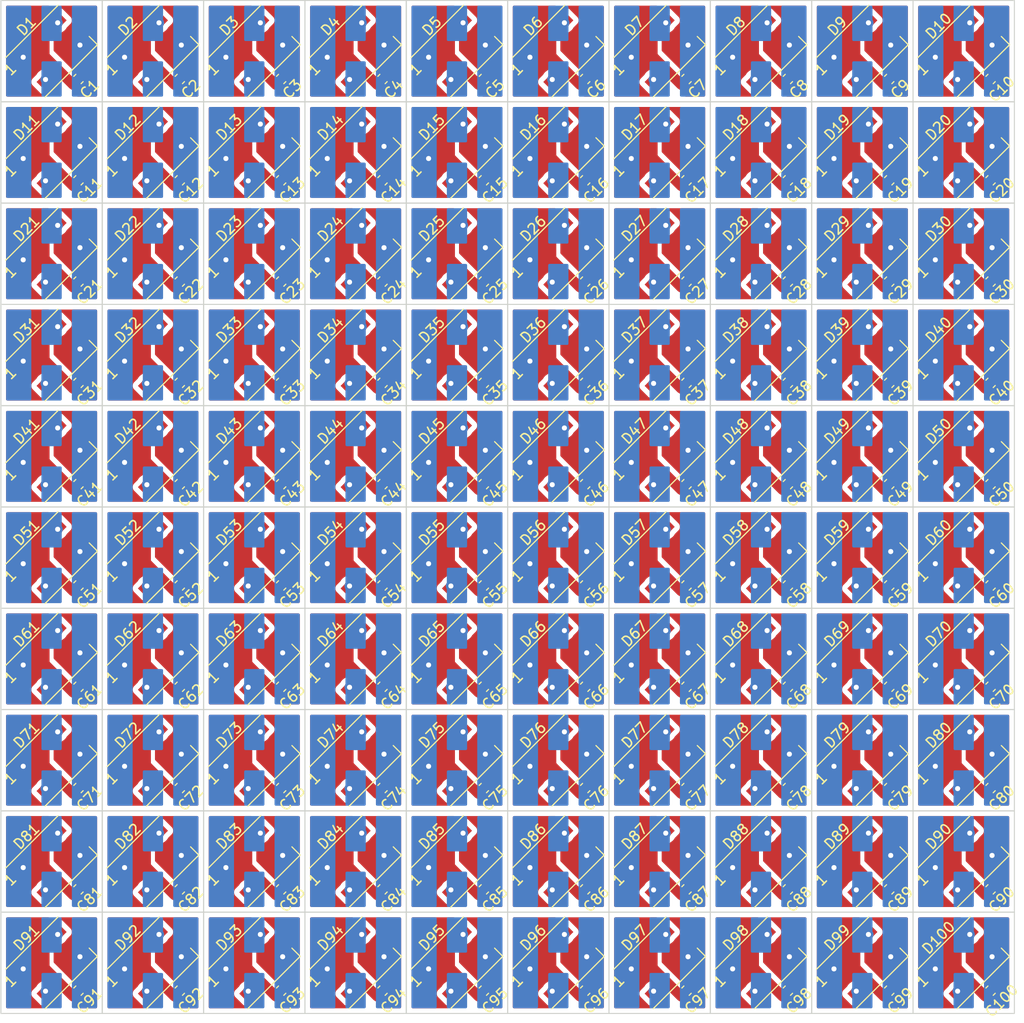
<source format=kicad_pcb>
(kicad_pcb (version 20211014) (generator pcbnew)
  (layers (0 "F.Cu" signal) (31 "B.Cu" signal) (34 "B.Paste" user) (35 "F.Paste" user) (36 "B.SilkS" user "B.Silkscreen") (37 "F.SilkS" user "F.Silkscreen") (38 "B.Mask" user) (39 "F.Mask" user) (44 "Edge.Cuts" user))
  (net 0 "")
  (net 1 "Net-(C1-Pad1)")
  (net 2 "unconnected-(D1-Pad2)")
  (net 3 "Net-(C1-Pad2)")
  (net 4 "unconnected-(D1-Pad4)")
  (footprint "Capacitor_SMD:C_0603_1608Metric" (layer "F.Cu") (at 132.601992 90.098008 45)
    (fp_text reference "C23")
    (fp_text value "C")
  )
  (footprint "LED_SMD:LED_WS2812B_PLCC4_5.0x5.0mm_P3.2mm" (layer "F.Cu") (at 129.95 137.35 45)
    (fp_text reference "D73")
    (fp_text value "WS2812B")
  )
  (footprint "LED_SMD:LED_WS2812B_PLCC4_5.0x5.0mm_P3.2mm" (layer "F.Cu") (at 159.95 77.35 45)
    (fp_text reference "D16")
    (fp_text value "WS2812B")
  )
  (footprint "Capacitor_SMD:C_0603_1608Metric" (layer "F.Cu") (at 112.601992 120.098008 45)
    (fp_text reference "C51")
    (fp_text value "C")
  )
  (footprint "LED_SMD:LED_WS2812B_PLCC4_5.0x5.0mm_P3.2mm" (layer "F.Cu") (at 109.95 107.35 45)
    (fp_text reference "D41")
    (fp_text value "WS2812B")
  )
  (footprint "LED_SMD:LED_WS2812B_PLCC4_5.0x5.0mm_P3.2mm" (layer "F.Cu") (at 149.95 87.35 45)
    (fp_text reference "D25")
    (fp_text value "WS2812B")
  )
  (footprint "Capacitor_SMD:C_0603_1608Metric" (layer "F.Cu") (at 182.601992 160.098008 45)
    (fp_text reference "C98")
    (fp_text value "C")
  )
  (footprint "Capacitor_SMD:C_0603_1608Metric" (layer "F.Cu") (at 112.601992 110.098008 45)
    (fp_text reference "C41")
    (fp_text value "C")
  )
  (footprint "Capacitor_SMD:C_0603_1608Metric" (layer "F.Cu") (at 192.601992 160.098008 45)
    (fp_text reference "C99")
    (fp_text value "C")
  )
  (footprint "Capacitor_SMD:C_0603_1608Metric" (layer "F.Cu") (at 182.601992 120.098008 45)
    (fp_text reference "C58")
    (fp_text value "C")
  )
  (footprint "Capacitor_SMD:C_0603_1608Metric" (layer "F.Cu") (at 112.601992 90.098008 45)
    (fp_text reference "C21")
    (fp_text value "C")
  )
  (footprint "Capacitor_SMD:C_0603_1608Metric" (layer "F.Cu") (at 192.601992 70.098008 45)
    (fp_text reference "C9")
    (fp_text value "C")
  )
  (footprint "Capacitor_SMD:C_0603_1608Metric" (layer "F.Cu") (at 172.601992 70.098008 45)
    (fp_text reference "C7")
    (fp_text value "C")
  )
  (footprint "Capacitor_SMD:C_0603_1608Metric" (layer "F.Cu") (at 192.601992 130.098008 45)
    (fp_text reference "C69")
    (fp_text value "C")
  )
  (footprint "LED_SMD:LED_WS2812B_PLCC4_5.0x5.0mm_P3.2mm" (layer "F.Cu") (at 179.95 97.35 45)
    (fp_text reference "D38")
    (fp_text value "WS2812B")
  )
  (footprint "LED_SMD:LED_WS2812B_PLCC4_5.0x5.0mm_P3.2mm" (layer "F.Cu") (at 199.95 117.35 45)
    (fp_text reference "D60")
    (fp_text value "WS2812B")
  )
  (footprint "LED_SMD:LED_WS2812B_PLCC4_5.0x5.0mm_P3.2mm" (layer "F.Cu") (at 179.95 87.35 45)
    (fp_text reference "D28")
    (fp_text value "WS2812B")
  )
  (footprint "LED_SMD:LED_WS2812B_PLCC4_5.0x5.0mm_P3.2mm" (layer "F.Cu") (at 189.95 147.35 45)
    (fp_text reference "D89")
    (fp_text value "WS2812B")
  )
  (footprint "LED_SMD:LED_WS2812B_PLCC4_5.0x5.0mm_P3.2mm" (layer "F.Cu") (at 199.95 67.35 45)
    (fp_text reference "D10")
    (fp_text value "WS2812B")
  )
  (footprint "LED_SMD:LED_WS2812B_PLCC4_5.0x5.0mm_P3.2mm" (layer "F.Cu") (at 199.95 107.35 45)
    (fp_text reference "D50")
    (fp_text value "WS2812B")
  )
  (footprint "LED_SMD:LED_WS2812B_PLCC4_5.0x5.0mm_P3.2mm" (layer "F.Cu") (at 109.95 87.35 45)
    (fp_text reference "D21")
    (fp_text value "WS2812B")
  )
  (footprint "Capacitor_SMD:C_0603_1608Metric" (layer "F.Cu") (at 172.601992 130.098008 45)
    (fp_text reference "C67")
    (fp_text value "C")
  )
  (footprint "Capacitor_SMD:C_0603_1608Metric" (layer "F.Cu") (at 202.601992 160.098008 45)
    (fp_text reference "C100")
    (fp_text value "C")
  )
  (footprint "Capacitor_SMD:C_0603_1608Metric" (layer "F.Cu") (at 132.601992 130.098008 45)
    (fp_text reference "C63")
    (fp_text value "C")
  )
  (footprint "Capacitor_SMD:C_0603_1608Metric" (layer "F.Cu") (at 182.601992 100.098008 45)
    (fp_text reference "C38")
    (fp_text value "C")
  )
  (footprint "LED_SMD:LED_WS2812B_PLCC4_5.0x5.0mm_P3.2mm" (layer "F.Cu") (at 179.95 77.35 45)
    (fp_text reference "D18")
    (fp_text value "WS2812B")
  )
  (footprint "Capacitor_SMD:C_0603_1608Metric" (layer "F.Cu") (at 152.601992 130.098008 45)
    (fp_text reference "C65")
    (fp_text value "C")
  )
  (footprint "LED_SMD:LED_WS2812B_PLCC4_5.0x5.0mm_P3.2mm" (layer "F.Cu") (at 149.95 67.35 45)
    (fp_text reference "D5")
    (fp_text value "WS2812B")
  )
  (footprint "Capacitor_SMD:C_0603_1608Metric" (layer "F.Cu") (at 132.601992 150.098008 45)
    (fp_text reference "C83")
    (fp_text value "C")
  )
  (footprint "LED_SMD:LED_WS2812B_PLCC4_5.0x5.0mm_P3.2mm" (layer "F.Cu") (at 169.95 107.35 45)
    (fp_text reference "D47")
    (fp_text value "WS2812B")
  )
  (footprint "Capacitor_SMD:C_0603_1608Metric" (layer "F.Cu") (at 202.601992 120.098008 45)
    (fp_text reference "C60")
    (fp_text value "C")
  )
  (footprint "LED_SMD:LED_WS2812B_PLCC4_5.0x5.0mm_P3.2mm" (layer "F.Cu") (at 129.95 147.35 45)
    (fp_text reference "D83")
    (fp_text value "WS2812B")
  )
  (footprint "LED_SMD:LED_WS2812B_PLCC4_5.0x5.0mm_P3.2mm" (layer "F.Cu") (at 169.95 117.35 45)
    (fp_text reference "D57")
    (fp_text value "WS2812B")
  )
  (footprint "LED_SMD:LED_WS2812B_PLCC4_5.0x5.0mm_P3.2mm" (layer "F.Cu") (at 129.95 117.35 45)
    (fp_text reference "D53")
    (fp_text value "WS2812B")
  )
  (footprint "LED_SMD:LED_WS2812B_PLCC4_5.0x5.0mm_P3.2mm" (layer "F.Cu") (at 109.95 137.35 45)
    (fp_text reference "D71")
    (fp_text value "WS2812B")
  )
  (footprint "Capacitor_SMD:C_0603_1608Metric" (layer "F.Cu") (at 152.601992 150.098008 45)
    (fp_text reference "C85")
    (fp_text value "C")
  )
  (footprint "Capacitor_SMD:C_0603_1608Metric" (layer "F.Cu") (at 182.601992 90.098008 45)
    (fp_text reference "C28")
    (fp_text value "C")
  )
  (footprint "Capacitor_SMD:C_0603_1608Metric" (layer "F.Cu") (at 142.601992 130.098008 45)
    (fp_text reference "C64")
    (fp_text value "C")
  )
  (footprint "Capacitor_SMD:C_0603_1608Metric" (layer "F.Cu") (at 112.601992 70.098008 45)
    (fp_text reference "C1")
    (fp_text value "C")
  )
  (footprint "LED_SMD:LED_WS2812B_PLCC4_5.0x5.0mm_P3.2mm" (layer "F.Cu") (at 159.95 147.35 45)
    (fp_text reference "D86")
    (fp_text value "WS2812B")
  )
  (footprint "LED_SMD:LED_WS2812B_PLCC4_5.0x5.0mm_P3.2mm" (layer "F.Cu") (at 139.95 137.35 45)
    (fp_text reference "D74")
    (fp_text value "WS2812B")
  )
  (footprint "Capacitor_SMD:C_0603_1608Metric" (layer "F.Cu") (at 182.601992 110.098008 45)
    (fp_text reference "C48")
    (fp_text value "C")
  )
  (footprint "LED_SMD:LED_WS2812B_PLCC4_5.0x5.0mm_P3.2mm" (layer "F.Cu") (at 109.95 67.35 45)
    (fp_text reference "D1")
    (fp_text value "WS2812B")
  )
  (footprint "LED_SMD:LED_WS2812B_PLCC4_5.0x5.0mm_P3.2mm" (layer "F.Cu") (at 159.95 137.35 45)
    (fp_text reference "D76")
    (fp_text value "WS2812B")
  )
  (footprint "LED_SMD:LED_WS2812B_PLCC4_5.0x5.0mm_P3.2mm" (layer "F.Cu") (at 139.95 117.35 45)
    (fp_text reference "D54")
    (fp_text value "WS2812B")
  )
  (footprint "Capacitor_SMD:C_0603_1608Metric" (layer "F.Cu") (at 142.601992 120.098008 45)
    (fp_text reference "C54")
    (fp_text value "C")
  )
  (footprint "LED_SMD:LED_WS2812B_PLCC4_5.0x5.0mm_P3.2mm" (layer "F.Cu") (at 199.95 87.35 45)
    (fp_text reference "D30")
    (fp_text value "WS2812B")
  )
  (footprint "Capacitor_SMD:C_0603_1608Metric" (layer "F.Cu") (at 162.601992 90.098008 45)
    (fp_text reference "C26")
    (fp_text value "C")
  )
  (footprint "Capacitor_SMD:C_0603_1608Metric" (layer "F.Cu") (at 172.601992 160.098008 45)
    (fp_text reference "C97")
    (fp_text value "C")
  )
  (footprint "LED_SMD:LED_WS2812B_PLCC4_5.0x5.0mm_P3.2mm" (layer "F.Cu") (at 129.95 87.35 45)
    (fp_text reference "D23")
    (fp_text value "WS2812B")
  )
  (footprint "Capacitor_SMD:C_0603_1608Metric" (layer "F.Cu") (at 152.601992 90.098008 45)
    (fp_text reference "C25")
    (fp_text value "C")
  )
  (footprint "LED_SMD:LED_WS2812B_PLCC4_5.0x5.0mm_P3.2mm" (layer "F.Cu") (at 189.95 157.35 45)
    (fp_text reference "D99")
    (fp_text value "WS2812B")
  )
  (footprint "LED_SMD:LED_WS2812B_PLCC4_5.0x5.0mm_P3.2mm" (layer "F.Cu") (at 179.95 117.35 45)
    (fp_text reference "D58")
    (fp_text value "WS2812B")
  )
  (footprint "Capacitor_SMD:C_0603_1608Metric" (layer "F.Cu") (at 152.601992 100.098008 45)
    (fp_text reference "C35")
    (fp_text value "C")
  )
  (footprint "LED_SMD:LED_WS2812B_PLCC4_5.0x5.0mm_P3.2mm" (layer "F.Cu") (at 129.95 107.35 45)
    (fp_text reference "D43")
    (fp_text value "WS2812B")
  )
  (footprint "LED_SMD:LED_WS2812B_PLCC4_5.0x5.0mm_P3.2mm" (layer "F.Cu") (at 199.95 137.35 45)
    (fp_text reference "D80")
    (fp_text value "WS2812B")
  )
  (footprint "Capacitor_SMD:C_0603_1608Metric" (layer "F.Cu") (at 132.601992 70.098008 45)
    (fp_text reference "C3")
    (fp_text value "C")
  )
  (footprint "Capacitor_SMD:C_0603_1608Metric" (layer "F.Cu") (at 132.601992 80.098008 45)
    (fp_text reference "C13")
    (fp_text value "C")
  )
  (footprint "LED_SMD:LED_WS2812B_PLCC4_5.0x5.0mm_P3.2mm" (layer "F.Cu") (at 149.95 117.35 45)
    (fp_text reference "D55")
    (fp_text value "WS2812B")
  )
  (footprint "LED_SMD:LED_WS2812B_PLCC4_5.0x5.0mm_P3.2mm" (layer "F.Cu") (at 159.95 157.35 45)
    (fp_text reference "D96")
    (fp_text value "WS2812B")
  )
  (footprint "LED_SMD:LED_WS2812B_PLCC4_5.0x5.0mm_P3.2mm" (layer "F.Cu") (at 189.95 127.35 45)
    (fp_text reference "D69")
    (fp_text value "WS2812B")
  )
  (footprint "Capacitor_SMD:C_0603_1608Metric" (layer "F.Cu") (at 162.601992 120.098008 45)
    (fp_text reference "C56")
    (fp_text value "C")
  )
  (footprint "Capacitor_SMD:C_0603_1608Metric" (layer "F.Cu") (at 202.601992 70.098008 45)
    (fp_text reference "C10")
    (fp_text value "C")
  )
  (footprint "Capacitor_SMD:C_0603_1608Metric" (layer "F.Cu") (at 182.601992 80.098008 45)
    (fp_text reference "C18")
    (fp_text value "C")
  )
  (footprint "LED_SMD:LED_WS2812B_PLCC4_5.0x5.0mm_P3.2mm" (layer "F.Cu") (at 119.95 77.35 45)
    (fp_text reference "D12")
    (fp_text value "WS2812B")
  )
  (footprint "LED_SMD:LED_WS2812B_PLCC4_5.0x5.0mm_P3.2mm" (layer "F.Cu") (at 139.95 67.35 45)
    (fp_text reference "D4")
    (fp_text value "WS2812B")
  )
  (footprint "Capacitor_SMD:C_0603_1608Metric" (layer "F.Cu") (at 112.601992 150.098008 45)
    (fp_text reference "C81")
    (fp_text value "C")
  )
  (footprint "LED_SMD:LED_WS2812B_PLCC4_5.0x5.0mm_P3.2mm" (layer "F.Cu") (at 129.95 97.35 45)
    (fp_text reference "D33")
    (fp_text value "WS2812B")
  )
  (footprint "LED_SMD:LED_WS2812B_PLCC4_5.0x5.0mm_P3.2mm" (layer "F.Cu") (at 149.95 97.35 45)
    (fp_text reference "D35")
    (fp_text value "WS2812B")
  )
  (footprint "Capacitor_SMD:C_0603_1608Metric" (layer "F.Cu") (at 122.601992 80.098008 45)
    (fp_text reference "C12")
    (fp_text value "C")
  )
  (footprint "Capacitor_SMD:C_0603_1608Metric" (layer "F.Cu") (at 142.601992 100.098008 45)
    (fp_text reference "C34")
    (fp_text value "C")
  )
  (footprint "Capacitor_SMD:C_0603_1608Metric" (layer "F.Cu") (at 182.601992 70.098008 45)
    (fp_text reference "C8")
    (fp_text value "C")
  )
  (footprint "LED_SMD:LED_WS2812B_PLCC4_5.0x5.0mm_P3.2mm" (layer "F.Cu") (at 169.95 147.35 45)
    (fp_text reference "D87")
    (fp_text value "WS2812B")
  )
  (footprint "LED_SMD:LED_WS2812B_PLCC4_5.0x5.0mm_P3.2mm" (layer "F.Cu") (at 199.95 97.35 45)
    (fp_text reference "D40")
    (fp_text value "WS2812B")
  )
  (footprint "Capacitor_SMD:C_0603_1608Metric" (layer "F.Cu") (at 172.601992 110.098008 45)
    (fp_text reference "C47")
    (fp_text value "C")
  )
  (footprint "LED_SMD:LED_WS2812B_PLCC4_5.0x5.0mm_P3.2mm" (layer "F.Cu") (at 179.95 107.35 45)
    (fp_text reference "D48")
    (fp_text value "WS2812B")
  )
  (footprint "Capacitor_SMD:C_0603_1608Metric" (layer "F.Cu") (at 192.601992 100.098008 45)
    (fp_text reference "C39")
    (fp_text value "C")
  )
  (footprint "LED_SMD:LED_WS2812B_PLCC4_5.0x5.0mm_P3.2mm" (layer "F.Cu") (at 179.95 137.35 45)
    (fp_text reference "D78")
    (fp_text value "WS2812B")
  )
  (footprint "Capacitor_SMD:C_0603_1608Metric" (layer "F.Cu") (at 122.601992 140.098008 45)
    (fp_text reference "C72")
    (fp_text value "C")
  )
  (footprint "LED_SMD:LED_WS2812B_PLCC4_5.0x5.0mm_P3.2mm" (layer "F.Cu") (at 149.95 77.35 45)
    (fp_text reference "D15")
    (fp_text value "WS2812B")
  )
  (footprint "Capacitor_SMD:C_0603_1608Metric" (layer "F.Cu") (at 172.601992 90.098008 45)
    (fp_text reference "C27")
    (fp_text value "C")
  )
  (footprint "LED_SMD:LED_WS2812B_PLCC4_5.0x5.0mm_P3.2mm" (layer "F.Cu") (at 159.95 87.35 45)
    (fp_text reference "D26")
    (fp_text value "WS2812B")
  )
  (footprint "Capacitor_SMD:C_0603_1608Metric" (layer "F.Cu") (at 162.601992 100.098008 45)
    (fp_text reference "C36")
    (fp_text value "C")
  )
  (footprint "Capacitor_SMD:C_0603_1608Metric" (layer "F.Cu") (at 112.601992 160.098008 45)
    (fp_text reference "C91")
    (fp_text value "C")
  )
  (footprint "Capacitor_SMD:C_0603_1608Metric" (layer "F.Cu") (at 182.601992 140.098008 45)
    (fp_text reference "C78")
    (fp_text value "C")
  )
  (footprint "Capacitor_SMD:C_0603_1608Metric" (layer "F.Cu") (at 172.601992 100.098008 45)
    (fp_text reference "C37")
    (fp_text value "C")
  )
  (footprint "LED_SMD:LED_WS2812B_PLCC4_5.0x5.0mm_P3.2mm" (layer "F.Cu") (at 169.95 77.35 45)
    (fp_text reference "D17")
    (fp_text value "WS2812B")
  )
  (footprint "LED_SMD:LED_WS2812B_PLCC4_5.0x5.0mm_P3.2mm" (layer "F.Cu") (at 109.95 97.35 45)
    (fp_text reference "D31")
    (fp_text value "WS2812B")
  )
  (footprint "Capacitor_SMD:C_0603_1608Metric" (layer "F.Cu") (at 192.601992 110.098008 45)
    (fp_text reference "C49")
    (fp_text value "C")
  )
  (footprint "Capacitor_SMD:C_0603_1608Metric" (layer "F.Cu") (at 162.601992 70.098008 45)
    (fp_text reference "C6")
    (fp_text value "C")
  )
  (footprint "LED_SMD:LED_WS2812B_PLCC4_5.0x5.0mm_P3.2mm" (layer "F.Cu") (at 139.95 127.35 45)
    (fp_text reference "D64")
    (fp_text value "WS2812B")
  )
  (footprint "Capacitor_SMD:C_0603_1608Metric" (layer "F.Cu") (at 202.601992 80.098008 45)
    (fp_text reference "C20")
    (fp_text value "C")
  )
  (footprint "Capacitor_SMD:C_0603_1608Metric" (layer "F.Cu") (at 132.601992 120.098008 45)
    (fp_text reference "C53")
    (fp_text value "C")
  )
  (footprint "Capacitor_SMD:C_0603_1608Metric" (layer "F.Cu") (at 172.601992 120.098008 45)
    (fp_text reference "C57")
    (fp_text value "C")
  )
  (footprint "Capacitor_SMD:C_0603_1608Metric" (layer "F.Cu") (at 202.601992 150.098008 45)
    (fp_text reference "C90")
    (fp_text value "C")
  )
  (footprint "Capacitor_SMD:C_0603_1608Metric" (layer "F.Cu") (at 122.601992 110.098008 45)
    (fp_text reference "C42")
    (fp_text value "C")
  )
  (footprint "LED_SMD:LED_WS2812B_PLCC4_5.0x5.0mm_P3.2mm" (layer "F.Cu") (at 159.95 107.35 45)
    (fp_text reference "D46")
    (fp_text value "WS2812B")
  )
  (footprint "LED_SMD:LED_WS2812B_PLCC4_5.0x5.0mm_P3.2mm" (layer "F.Cu") (at 149.95 137.35 45)
    (fp_text reference "D75")
    (fp_text value "WS2812B")
  )
  (footprint "Capacitor_SMD:C_0603_1608Metric" (layer "F.Cu") (at 172.601992 80.098008 45)
    (fp_text reference "C17")
    (fp_text value "C")
  )
  (footprint "LED_SMD:LED_WS2812B_PLCC4_5.0x5.0mm_P3.2mm" (layer "F.Cu") (at 109.95 147.35 45)
    (fp_text reference "D81")
    (fp_text value "WS2812B")
  )
  (footprint "Capacitor_SMD:C_0603_1608Metric" (layer "F.Cu") (at 192.601992 120.098008 45)
    (fp_text reference "C59")
    (fp_text value "C")
  )
  (footprint "Capacitor_SMD:C_0603_1608Metric" (layer "F.Cu") (at 142.601992 140.098008 45)
    (fp_text reference "C74")
    (fp_text value "C")
  )
  (footprint "LED_SMD:LED_WS2812B_PLCC4_5.0x5.0mm_P3.2mm" (layer "F.Cu") (at 159.95 117.35 45)
    (fp_text reference "D56")
    (fp_text value "WS2812B")
  )
  (footprint "LED_SMD:LED_WS2812B_PLCC4_5.0x5.0mm_P3.2mm" (layer "F.Cu") (at 129.95 127.35 45)
    (fp_text reference "D63")
    (fp_text value "WS2812B")
  )
  (footprint "LED_SMD:LED_WS2812B_PLCC4_5.0x5.0mm_P3.2mm" (layer "F.Cu") (at 199.95 157.35 45)
    (fp_text reference "D100")
    (fp_text value "WS2812B")
  )
  (footprint "Capacitor_SMD:C_0603_1608Metric" (layer "F.Cu") (at 192.601992 80.098008 45)
    (fp_text reference "C19")
    (fp_text value "C")
  )
  (footprint "LED_SMD:LED_WS2812B_PLCC4_5.0x5.0mm_P3.2mm" (layer "F.Cu") (at 169.95 137.35 45)
    (fp_text reference "D77")
    (fp_text value "WS2812B")
  )
  (footprint "LED_SMD:LED_WS2812B_PLCC4_5.0x5.0mm_P3.2mm" (layer "F.Cu") (at 159.95 67.35 45)
    (fp_text reference "D6")
    (fp_text value "WS2812B")
  )
  (footprint "LED_SMD:LED_WS2812B_PLCC4_5.0x5.0mm_P3.2mm" (layer "F.Cu") (at 119.95 67.35 45)
    (fp_text reference "D2")
    (fp_text value "WS2812B")
  )
  (footprint "Capacitor_SMD:C_0603_1608Metric" (layer "F.Cu") (at 192.601992 140.098008 45)
    (fp_text reference "C79")
    (fp_text value "C")
  )
  (footprint "LED_SMD:LED_WS2812B_PLCC4_5.0x5.0mm_P3.2mm" (layer "F.Cu") (at 169.95 87.35 45)
    (fp_text reference "D27")
    (fp_text value "WS2812B")
  )
  (footprint "LED_SMD:LED_WS2812B_PLCC4_5.0x5.0mm_P3.2mm" (layer "F.Cu") (at 189.95 117.35 45)
    (fp_text reference "D59")
    (fp_text value "WS2812B")
  )
  (footprint "Capacitor_SMD:C_0603_1608Metric" (layer "F.Cu") (at 172.601992 140.098008 45)
    (fp_text reference "C77")
    (fp_text value "C")
  )
  (footprint "Capacitor_SMD:C_0603_1608Metric" (layer "F.Cu") (at 132.601992 140.098008 45)
    (fp_text reference "C73")
    (fp_text value "C")
  )
  (footprint "Capacitor_SMD:C_0603_1608Metric" (layer "F.Cu") (at 162.601992 110.098008 45)
    (fp_text reference "C46")
    (fp_text value "C")
  )
  (footprint "Capacitor_SMD:C_0603_1608Metric" (layer "F.Cu") (at 152.601992 110.098008 45)
    (fp_text reference "C45")
    (fp_text value "C")
  )
  (footprint "LED_SMD:LED_WS2812B_PLCC4_5.0x5.0mm_P3.2mm" (layer "F.Cu") (at 109.95 127.35 45)
    (fp_text reference "D61")
    (fp_text value "WS2812B")
  )
  (footprint "LED_SMD:LED_WS2812B_PLCC4_5.0x5.0mm_P3.2mm" (layer "F.Cu") (at 149.95 147.35 45)
    (fp_text reference "D85")
    (fp_text value "WS2812B")
  )
  (footprint "LED_SMD:LED_WS2812B_PLCC4_5.0x5.0mm_P3.2mm" (layer "F.Cu") (at 169.95 157.35 45)
    (fp_text reference "D97")
    (fp_text value "WS2812B")
  )
  (footprint "Capacitor_SMD:C_0603_1608Metric" (layer "F.Cu") (at 122.601992 100.098008 45)
    (fp_text reference "C32")
    (fp_text value "C")
  )
  (footprint "Capacitor_SMD:C_0603_1608Metric" (layer "F.Cu") (at 152.601992 80.098008 45)
    (fp_text reference "C15")
    (fp_text value "C")
  )
  (footprint "LED_SMD:LED_WS2812B_PLCC4_5.0x5.0mm_P3.2mm" (layer "F.Cu") (at 169.95 97.35 45)
    (fp_text reference "D37")
    (fp_text value "WS2812B")
  )
  (footprint "Capacitor_SMD:C_0603_1608Metric" (layer "F.Cu") (at 152.601992 120.098008 45)
    (fp_text reference "C55")
    (fp_text value "C")
  )
  (footprint "LED_SMD:LED_WS2812B_PLCC4_5.0x5.0mm_P3.2mm" (layer "F.Cu") (at 139.95 77.35 45)
    (fp_text reference "D14")
    (fp_text value "WS2812B")
  )
  (footprint "LED_SMD:LED_WS2812B_PLCC4_5.0x5.0mm_P3.2mm" (layer "F.Cu") (at 189.95 67.35 45)
    (fp_text reference "D9")
    (fp_text value "WS2812B")
  )
  (footprint "Capacitor_SMD:C_0603_1608Metric" (layer "F.Cu") (at 172.601992 150.098008 45)
    (fp_text reference "C87")
    (fp_text value "C")
  )
  (footprint "Capacitor_SMD:C_0603_1608Metric" (layer "F.Cu") (at 132.601992 110.098008 45)
    (fp_text reference "C43")
    (fp_text value "C")
  )
  (footprint "LED_SMD:LED_WS2812B_PLCC4_5.0x5.0mm_P3.2mm" (layer "F.Cu") (at 139.95 97.35 45)
    (fp_text reference "D34")
    (fp_text value "WS2812B")
  )
  (footprint "Capacitor_SMD:C_0603_1608Metric" (layer "F.Cu") (at 132.601992 100.098008 45)
    (fp_text reference "C33")
    (fp_text value "C")
  )
  (footprint "Capacitor_SMD:C_0603_1608Metric" (layer "F.Cu") (at 162.601992 130.098008 45)
    (fp_text reference "C66")
    (fp_text value "C")
  )
  (footprint "Capacitor_SMD:C_0603_1608Metric" (layer "F.Cu") (at 142.601992 110.098008 45)
    (fp_text reference "C44")
    (fp_text value "C")
  )
  (footprint "LED_SMD:LED_WS2812B_PLCC4_5.0x5.0mm_P3.2mm" (layer "F.Cu") (at 109.95 157.35 45)
    (fp_text reference "D91")
    (fp_text value "WS2812B")
  )
  (footprint "Capacitor_SMD:C_0603_1608Metric" (layer "F.Cu") (at 202.601992 130.098008 45)
    (fp_text reference "C70")
    (fp_text value "C")
  )
  (footprint "LED_SMD:LED_WS2812B_PLCC4_5.0x5.0mm_P3.2mm" (layer "F.Cu") (at 199.95 147.35 45)
    (fp_text reference "D90")
    (fp_text value "WS2812B")
  )
  (footprint "Capacitor_SMD:C_0603_1608Metric" (layer "F.Cu") (at 192.601992 150.098008 45)
    (fp_text reference "C89")
    (fp_text value "C")
  )
  (footprint "Capacitor_SMD:C_0603_1608Metric" (layer "F.Cu") (at 142.601992 160.098008 45)
    (fp_text reference "C94")
    (fp_text value "C")
  )
  (footprint "LED_SMD:LED_WS2812B_PLCC4_5.0x5.0mm_P3.2mm" (layer "F.Cu") (at 119.95 97.35 45)
    (fp_text reference "D32")
    (fp_text value "WS2812B")
  )
  (footprint "LED_SMD:LED_WS2812B_PLCC4_5.0x5.0mm_P3.2mm" (layer "F.Cu") (at 189.95 77.35 45)
    (fp_text reference "D19")
    (fp_text value "WS2812B")
  )
  (footprint "LED_SMD:LED_WS2812B_PLCC4_5.0x5.0mm_P3.2mm" (layer "F.Cu") (at 119.95 157.35 45)
    (fp_text reference "D92")
    (fp_text value "WS2812B")
  )
  (footprint "LED_SMD:LED_WS2812B_PLCC4_5.0x5.0mm_P3.2mm" (layer "F.Cu") (at 149.95 127.35 45)
    (fp_text reference "D65")
    (fp_text value "WS2812B")
  )
  (footprint "Capacitor_SMD:C_0603_1608Metric" (layer "F.Cu") (at 142.601992 80.098008 45)
    (fp_text reference "C14")
    (fp_text value "C")
  )
  (footprint "Capacitor_SMD:C_0603_1608Metric" (layer "F.Cu") (at 182.601992 130.098008 45)
    (fp_text reference "C68")
    (fp_text value "C")
  )
  (footprint "Capacitor_SMD:C_0603_1608Metric" (layer "F.Cu") (at 202.601992 100.098008 45)
    (fp_text reference "C40")
    (fp_text value "C")
  )
  (footprint "Capacitor_SMD:C_0603_1608Metric" (layer "F.Cu") (at 202.601992 140.098008 45)
    (fp_text reference "C80")
    (fp_text value "C")
  )
  (footprint "LED_SMD:LED_WS2812B_PLCC4_5.0x5.0mm_P3.2mm" (layer "F.Cu") (at 149.95 107.35 45)
    (fp_text reference "D45")
    (fp_text value "WS2812B")
  )
  (footprint "LED_SMD:LED_WS2812B_PLCC4_5.0x5.0mm_P3.2mm" (layer "F.Cu") (at 119.95 137.35 45)
    (fp_text reference "D72")
    (fp_text value "WS2812B")
  )
  (footprint "LED_SMD:LED_WS2812B_PLCC4_5.0x5.0mm_P3.2mm" (layer "F.Cu") (at 139.95 107.35 45)
    (fp_text reference "D44")
    (fp_text value "WS2812B")
  )
  (footprint "Capacitor_SMD:C_0603_1608Metric" (layer "F.Cu") (at 162.601992 140.098008 45)
    (fp_text reference "C76")
    (fp_text value "C")
  )
  (footprint "LED_SMD:LED_WS2812B_PLCC4_5.0x5.0mm_P3.2mm" (layer "F.Cu") (at 109.95 117.35 45)
    (fp_text reference "D51")
    (fp_text value "WS2812B")
  )
  (footprint "LED_SMD:LED_WS2812B_PLCC4_5.0x5.0mm_P3.2mm" (layer "F.Cu") (at 119.95 87.35 45)
    (fp_text reference "D22")
    (fp_text value "WS2812B")
  )
  (footprint "Capacitor_SMD:C_0603_1608Metric" (layer "F.Cu") (at 112.601992 100.098008 45)
    (fp_text reference "C31")
    (fp_text value "C")
  )
  (footprint "Capacitor_SMD:C_0603_1608Metric" (layer "F.Cu") (at 122.601992 90.098008 45)
    (fp_text reference "C22")
    (fp_text value "C")
  )
  (footprint "LED_SMD:LED_WS2812B_PLCC4_5.0x5.0mm_P3.2mm" (layer "F.Cu") (at 169.95 127.35 45)
    (fp_text reference "D67")
    (fp_text value "WS2812B")
  )
  (footprint "Capacitor_SMD:C_0603_1608Metric" (layer "F.Cu") (at 122.601992 120.098008 45)
    (fp_text reference "C52")
    (fp_text value "C")
  )
  (footprint "LED_SMD:LED_WS2812B_PLCC4_5.0x5.0mm_P3.2mm" (layer "F.Cu") (at 159.95 127.35 45)
    (fp_text reference "D66")
    (fp_text value "WS2812B")
  )
  (footprint "LED_SMD:LED_WS2812B_PLCC4_5.0x5.0mm_P3.2mm" (layer "F.Cu") (at 149.95 157.35 45)
    (fp_text reference "D95")
    (fp_text value "WS2812B")
  )
  (footprint "Capacitor_SMD:C_0603_1608Metric" (layer "F.Cu") (at 192.601992 90.098008 45)
    (fp_text reference "C29")
    (fp_text value "C")
  )
  (footprint "LED_SMD:LED_WS2812B_PLCC4_5.0x5.0mm_P3.2mm" (layer "F.Cu") (at 129.95 67.35 45)
    (fp_text reference "D3")
    (fp_text value "WS2812B")
  )
  (footprint "LED_SMD:LED_WS2812B_PLCC4_5.0x5.0mm_P3.2mm" (layer "F.Cu") (at 199.95 127.35 45)
    (fp_text reference "D70")
    (fp_text value "WS2812B")
  )
  (footprint "LED_SMD:LED_WS2812B_PLCC4_5.0x5.0mm_P3.2mm" (layer "F.Cu") (at 119.95 147.35 45)
    (fp_text reference "D82")
    (fp_text value "WS2812B")
  )
  (footprint "LED_SMD:LED_WS2812B_PLCC4_5.0x5.0mm_P3.2mm" (layer "F.Cu") (at 139.95 157.35 45)
    (fp_text reference "D94")
    (fp_text value "WS2812B")
  )
  (footprint "Capacitor_SMD:C_0603_1608Metric" (layer "F.Cu") (at 132.601992 160.098008 45)
    (fp_text reference "C93")
    (fp_text value "C")
  )
  (footprint "LED_SMD:LED_WS2812B_PLCC4_5.0x5.0mm_P3.2mm" (layer "F.Cu") (at 119.95 127.35 45)
    (fp_text reference "D62")
    (fp_text value "WS2812B")
  )
  (footprint "Capacitor_SMD:C_0603_1608Metric" (layer "F.Cu") (at 122.601992 130.098008 45)
    (fp_text reference "C62")
    (fp_text value "C")
  )
  (footprint "LED_SMD:LED_WS2812B_PLCC4_5.0x5.0mm_P3.2mm" (layer "F.Cu") (at 179.95 157.35 45)
    (fp_text reference "D98")
    (fp_text value "WS2812B")
  )
  (footprint "Capacitor_SMD:C_0603_1608Metric" (layer "F.Cu") (at 152.601992 160.098008 45)
    (fp_text reference "C95")
    (fp_text value "C")
  )
  (footprint "LED_SMD:LED_WS2812B_PLCC4_5.0x5.0mm_P3.2mm" (layer "F.Cu") (at 129.95 77.35 45)
    (fp_text reference "D13")
    (fp_text value "WS2812B")
  )
  (footprint "Capacitor_SMD:C_0603_1608Metric" (layer "F.Cu") (at 162.601992 150.098008 45)
    (fp_text reference "C86")
    (fp_text value "C")
  )
  (footprint "LED_SMD:LED_WS2812B_PLCC4_5.0x5.0mm_P3.2mm" (layer "F.Cu") (at 129.95 157.35 45)
    (fp_text reference "D93")
    (fp_text value "WS2812B")
  )
  (footprint "Capacitor_SMD:C_0603_1608Metric" (layer "F.Cu") (at 112.601992 80.098008 45)
    (fp_text reference "C11")
    (fp_text value "C")
  )
  (footprint "Capacitor_SMD:C_0603_1608Metric" (layer "F.Cu") (at 152.601992 140.098008 45)
    (fp_text reference "C75")
    (fp_text value "C")
  )
  (footprint "LED_SMD:LED_WS2812B_PLCC4_5.0x5.0mm_P3.2mm" (layer "F.Cu") (at 119.95 107.35 45)
    (fp_text reference "D42")
    (fp_text value "WS2812B")
  )
  (footprint "Capacitor_SMD:C_0603_1608Metric" (layer "F.Cu") (at 142.601992 90.098008 45)
    (fp_text reference "C24")
    (fp_text value "C")
  )
  (footprint "Capacitor_SMD:C_0603_1608Metric" (layer "F.Cu") (at 122.601992 160.098008 45)
    (fp_text reference "C92")
    (fp_text value "C")
  )
  (footprint "LED_SMD:LED_WS2812B_PLCC4_5.0x5.0mm_P3.2mm" (layer "F.Cu") (at 179.95 67.35 45)
    (fp_text reference "D8")
    (fp_text value "WS2812B")
  )
  (footprint "Capacitor_SMD:C_0603_1608Metric" (layer "F.Cu") (at 162.601992 80.098008 45)
    (fp_text reference "C16")
    (fp_text value "C")
  )
  (footprint "LED_SMD:LED_WS2812B_PLCC4_5.0x5.0mm_P3.2mm" (layer "F.Cu") (at 199.95 77.35 45)
    (fp_text reference "D20")
    (fp_text value "WS2812B")
  )
  (footprint "LED_SMD:LED_WS2812B_PLCC4_5.0x5.0mm_P3.2mm" (layer "F.Cu") (at 169.95 67.35 45)
    (fp_text reference "D7")
    (fp_text value "WS2812B")
  )
  (footprint "LED_SMD:LED_WS2812B_PLCC4_5.0x5.0mm_P3.2mm" (layer "F.Cu") (at 159.95 97.35 45)
    (fp_text reference "D36")
    (fp_text value "WS2812B")
  )
  (footprint "Capacitor_SMD:C_0603_1608Metric" (layer "F.Cu") (at 122.601992 150.098008 45)
    (fp_text reference "C82")
    (fp_text value "C")
  )
  (footprint "LED_SMD:LED_WS2812B_PLCC4_5.0x5.0mm_P3.2mm" (layer "F.Cu") (at 189.95 87.35 45)
    (fp_text reference "D29")
    (fp_text value "WS2812B")
  )
  (footprint "LED_SMD:LED_WS2812B_PLCC4_5.0x5.0mm_P3.2mm" (layer "F.Cu") (at 189.95 97.35 45)
    (fp_text reference "D39")
    (fp_text value "WS2812B")
  )
  (footprint "LED_SMD:LED_WS2812B_PLCC4_5.0x5.0mm_P3.2mm" (layer "F.Cu") (at 139.95 147.35 45)
    (fp_text reference "D84")
    (fp_text value "WS2812B")
  )
  (footprint "Capacitor_SMD:C_0603_1608Metric" (layer "F.Cu") (at 142.601992 70.098008 45)
    (fp_text reference "C4")
    (fp_text value "C")
  )
  (footprint "Capacitor_SMD:C_0603_1608Metric" (layer "F.Cu") (at 202.601992 90.098008 45)
    (fp_text reference "C30")
    (fp_text value "C")
  )
  (footprint "LED_SMD:LED_WS2812B_PLCC4_5.0x5.0mm_P3.2mm" (layer "F.Cu") (at 189.95 137.35 45)
    (fp_text reference "D79")
    (fp_text value "WS2812B")
  )
  (footprint "Capacitor_SMD:C_0603_1608Metric" (layer "F.Cu") (at 142.601992 150.098008 45)
    (fp_text reference "C84")
    (fp_text value "C")
  )
  (footprint "LED_SMD:LED_WS2812B_PLCC4_5.0x5.0mm_P3.2mm" (layer "F.Cu") (at 139.95 87.35 45)
    (fp_text reference "D24")
    (fp_text value "WS2812B")
  )
  (footprint "Capacitor_SMD:C_0603_1608Metric" (layer "F.Cu") (at 152.601992 70.098008 45)
    (fp_text reference "C5")
    (fp_text value "C")
  )
  (footprint "Capacitor_SMD:C_0603_1608Metric" (layer "F.Cu") (at 202.601992 110.098008 45)
    (fp_text reference "C50")
    (fp_text value "C")
  )
  (footprint "LED_SMD:LED_WS2812B_PLCC4_5.0x5.0mm_P3.2mm" (layer "F.Cu") (at 189.95 107.35 45)
    (fp_text reference "D49")
    (fp_text value "WS2812B")
  )
  (footprint "Capacitor_SMD:C_0603_1608Metric" (layer "F.Cu") (at 112.601992 140.098008 45)
    (fp_text reference "C71")
    (fp_text value "C")
  )
  (footprint "LED_SMD:LED_WS2812B_PLCC4_5.0x5.0mm_P3.2mm" (layer "F.Cu") (at 179.95 147.35 45)
    (fp_text reference "D88")
    (fp_text value "WS2812B")
  )
  (footprint "LED_SMD:LED_WS2812B_PLCC4_5.0x5.0mm_P3.2mm" (layer "F.Cu") (at 179.95 127.35 45)
    (fp_text reference "D68")
    (fp_text value "WS2812B")
  )
  (footprint "Capacitor_SMD:C_0603_1608Metric" (layer "F.Cu") (at 122.601992 70.098008 45)
    (fp_text reference "C2")
    (fp_text value "C")
  )
  (footprint "Capacitor_SMD:C_0603_1608Metric" (layer "F.Cu") (at 112.601992 130.098008 45)
    (fp_text reference "C61")
    (fp_text value "C")
  )
  (footprint "LED_SMD:LED_WS2812B_PLCC4_5.0x5.0mm_P3.2mm" (layer "F.Cu") (at 109.95 77.35 45)
    (fp_text reference "D11")
    (fp_text value "WS2812B")
  )
  (footprint "Capacitor_SMD:C_0603_1608Metric" (layer "F.Cu") (at 182.601992 150.098008 45)
    (fp_text reference "C88")
    (fp_text value "C")
  )
  (footprint "Capacitor_SMD:C_0603_1608Metric" (layer "F.Cu") (at 162.601992 160.098008 45)
    (fp_text reference "C96")
    (fp_text value "C")
  )
  (footprint "LED_SMD:LED_WS2812B_PLCC4_5.0x5.0mm_P3.2mm" (layer "F.Cu") (at 119.95 117.35 45)
    (fp_text reference "D52")
    (fp_text value "WS2812B")
  )
  (gr_rect (start 134.95 92.35) (end 144.95 102.35) (layer "Edge.Cuts") (width 0.1) (fill none))
  (gr_rect (start 174.95 62.35) (end 184.95 72.35) (layer "Edge.Cuts") (width 0.1) (fill none))
  (gr_rect (start 144.95 142.35) (end 154.95 152.35) (layer "Edge.Cuts") (width 0.1) (fill none))
  (gr_rect (start 104.95 132.35) (end 114.95 142.35) (layer "Edge.Cuts") (width 0.1) (fill none))
  (gr_rect (start 114.95 82.35) (end 124.95 92.35) (layer "Edge.Cuts") (width 0.1) (fill none))
  (gr_rect (start 194.95 132.35) (end 204.95 142.35) (layer "Edge.Cuts") (width 0.1) (fill none))
  (gr_rect (start 164.95 72.35) (end 174.95 82.35) (layer "Edge.Cuts") (width 0.1) (fill none))
  (gr_rect (start 114.95 112.35) (end 124.95 122.35) (layer "Edge.Cuts") (width 0.1) (fill none))
  (gr_rect (start 164.95 62.35) (end 174.95 72.35) (layer "Edge.Cuts") (width 0.1) (fill none))
  (gr_rect (start 194.95 82.35) (end 204.95 92.35) (layer "Edge.Cuts") (width 0.1) (fill none))
  (gr_rect (start 184.95 82.35) (end 194.95 92.35) (layer "Edge.Cuts") (width 0.1) (fill none))
  (gr_rect (start 134.95 142.35) (end 144.95 152.35) (layer "Edge.Cuts") (width 0.1) (fill none))
  (gr_rect (start 194.95 122.35) (end 204.95 132.35) (layer "Edge.Cuts") (width 0.1) (fill none))
  (gr_rect (start 104.95 152.35) (end 114.95 162.35) (layer "Edge.Cuts") (width 0.1) (fill none))
  (gr_rect (start 154.95 142.35) (end 164.95 152.35) (layer "Edge.Cuts") (width 0.1) (fill none))
  (gr_rect (start 184.95 132.35) (end 194.95 142.35) (layer "Edge.Cuts") (width 0.1) (fill none))
  (gr_rect (start 104.95 92.35) (end 114.95 102.35) (layer "Edge.Cuts") (width 0.1) (fill none))
  (gr_rect (start 124.95 112.35) (end 134.95 122.35) (layer "Edge.Cuts") (width 0.1) (fill none))
  (gr_rect (start 114.95 132.35) (end 124.95 142.35) (layer "Edge.Cuts") (width 0.1) (fill none))
  (gr_rect (start 124.95 82.35) (end 134.95 92.35) (layer "Edge.Cuts") (width 0.1) (fill none))
  (gr_rect (start 184.95 72.35) (end 194.95 82.35) (layer "Edge.Cuts") (width 0.1) (fill none))
  (gr_rect (start 114.95 142.35) (end 124.95 152.35) (layer "Edge.Cuts") (width 0.1) (fill none))
  (gr_rect (start 144.95 62.35) (end 154.95 72.35) (layer "Edge.Cuts") (width 0.1) (fill none))
  (gr_rect (start 194.95 72.35) (end 204.95 82.35) (layer "Edge.Cuts") (width 0.1) (fill none))
  (gr_rect (start 134.95 72.35) (end 144.95 82.35) (layer "Edge.Cuts") (width 0.1) (fill none))
  (gr_rect (start 124.95 122.35) (end 134.95 132.35) (layer "Edge.Cuts") (width 0.1) (fill none))
  (gr_rect (start 124.95 72.35) (end 134.95 82.35) (layer "Edge.Cuts") (width 0.1) (fill none))
  (gr_rect (start 124.95 152.35) (end 134.95 162.35) (layer "Edge.Cuts") (width 0.1) (fill none))
  (gr_rect (start 114.95 92.35) (end 124.95 102.35) (layer "Edge.Cuts") (width 0.1) (fill none))
  (gr_rect (start 194.95 92.35) (end 204.95 102.35) (layer "Edge.Cuts") (width 0.1) (fill none))
  (gr_rect (start 174.95 122.35) (end 184.95 132.35) (layer "Edge.Cuts") (width 0.1) (fill none))
  (gr_rect (start 114.95 72.35) (end 124.95 82.35) (layer "Edge.Cuts") (width 0.1) (fill none))
  (gr_rect (start 174.95 102.35) (end 184.95 112.35) (layer "Edge.Cuts") (width 0.1) (fill none))
  (gr_rect (start 164.95 152.35) (end 174.95 162.35) (layer "Edge.Cuts") (width 0.1) (fill none))
  (gr_rect (start 164.95 82.35) (end 174.95 92.35) (layer "Edge.Cuts") (width 0.1) (fill none))
  (gr_rect (start 174.95 132.35) (end 184.95 142.35) (layer "Edge.Cuts") (width 0.1) (fill none))
  (gr_rect (start 104.95 122.35) (end 114.95 132.35) (layer "Edge.Cuts") (width 0.1) (fill none))
  (gr_rect (start 124.95 92.35) (end 134.95 102.35) (layer "Edge.Cuts") (width 0.1) (fill none))
  (gr_rect (start 124.95 132.35) (end 134.95 142.35) (layer "Edge.Cuts") (width 0.1) (fill none))
  (gr_rect (start 184.95 112.35) (end 194.95 122.35) (layer "Edge.Cuts") (width 0.1) (fill none))
  (gr_rect (start 144.95 132.35) (end 154.95 142.35) (layer "Edge.Cuts") (width 0.1) (fill none))
  (gr_rect (start 104.95 142.35) (end 114.95 152.35) (layer "Edge.Cuts") (width 0.1) (fill none))
  (gr_rect (start 164.95 92.35) (end 174.95 102.35) (layer "Edge.Cuts") (width 0.1) (fill none))
  (gr_rect (start 154.95 62.35) (end 164.95 72.35) (layer "Edge.Cuts") (width 0.1) (fill none))
  (gr_rect (start 184.95 102.35) (end 194.95 112.35) (layer "Edge.Cuts") (width 0.1) (fill none))
  (gr_rect (start 154.95 102.35) (end 164.95 112.35) (layer "Edge.Cuts") (width 0.1) (fill none))
  (gr_rect (start 134.95 102.35) (end 144.95 112.35) (layer "Edge.Cuts") (width 0.1) (fill none))
  (gr_rect (start 124.95 142.35) (end 134.95 152.35) (layer "Edge.Cuts") (width 0.1) (fill none))
  (gr_rect (start 154.95 82.35) (end 164.95 92.35) (layer "Edge.Cuts") (width 0.1) (fill none))
  (gr_rect (start 114.95 102.35) (end 124.95 112.35) (layer "Edge.Cuts") (width 0.1) (fill none))
  (gr_rect (start 194.95 142.35) (end 204.95 152.35) (layer "Edge.Cuts") (width 0.1) (fill none))
  (gr_rect (start 184.95 152.35) (end 194.95 162.35) (layer "Edge.Cuts") (width 0.1) (fill none))
  (gr_rect (start 114.95 62.35) (end 124.95 72.35) (layer "Edge.Cuts") (width 0.1) (fill none))
  (gr_rect (start 174.95 112.35) (end 184.95 122.35) (layer "Edge.Cuts") (width 0.1) (fill none))
  (gr_rect (start 154.95 132.35) (end 164.95 142.35) (layer "Edge.Cuts") (width 0.1) (fill none))
  (gr_rect (start 104.95 82.35) (end 114.95 92.35) (layer "Edge.Cuts") (width 0.1) (fill none))
  (gr_rect (start 194.95 62.35) (end 204.95 72.35) (layer "Edge.Cuts") (width 0.1) (fill none))
  (gr_rect (start 164.95 112.35) (end 174.95 122.35) (layer "Edge.Cuts") (width 0.1) (fill none))
  (gr_rect (start 184.95 92.35) (end 194.95 102.35) (layer "Edge.Cuts") (width 0.1) (fill none))
  (gr_rect (start 144.95 82.35) (end 154.95 92.35) (layer "Edge.Cuts") (width 0.1) (fill none))
  (gr_rect (start 164.95 142.35) (end 174.95 152.35) (layer "Edge.Cuts") (width 0.1) (fill none))
  (gr_rect (start 154.95 152.35) (end 164.95 162.35) (layer "Edge.Cuts") (width 0.1) (fill none))
  (gr_rect (start 174.95 92.35) (end 184.95 102.35) (layer "Edge.Cuts") (width 0.1) (fill none))
  (gr_rect (start 134.95 122.35) (end 144.95 132.35) (layer "Edge.Cuts") (width 0.1) (fill none))
  (gr_rect (start 194.95 152.35) (end 204.95 162.35) (layer "Edge.Cuts") (width 0.1) (fill none))
  (gr_rect (start 134.95 152.35) (end 144.95 162.35) (layer "Edge.Cuts") (width 0.1) (fill none))
  (gr_rect (start 154.95 72.35) (end 164.95 82.35) (layer "Edge.Cuts") (width 0.1) (fill none))
  (gr_rect (start 154.95 92.35) (end 164.95 102.35) (layer "Edge.Cuts") (width 0.1) (fill none))
  (gr_rect (start 104.95 62.35) (end 114.95 72.35) (layer "Edge.Cuts") (width 0.1) (fill none))
  (gr_rect (start 144.95 112.35) (end 154.95 122.35) (layer "Edge.Cuts") (width 0.1) (fill none))
  (gr_rect (start 164.95 122.35) (end 174.95 132.35) (layer "Edge.Cuts") (width 0.1) (fill none))
  (gr_rect (start 134.95 82.35) (end 144.95 92.35) (layer "Edge.Cuts") (width 0.1) (fill none))
  (gr_rect (start 154.95 112.35) (end 164.95 122.35) (layer "Edge.Cuts") (width 0.1) (fill none))
  (gr_rect (start 144.95 152.35) (end 154.95 162.35) (layer "Edge.Cuts") (width 0.1) (fill none))
  (gr_rect (start 184.95 62.35) (end 194.95 72.35) (layer "Edge.Cuts") (width 0.1) (fill none))
  (gr_rect (start 124.95 102.35) (end 134.95 112.35) (layer "Edge.Cuts") (width 0.1) (fill none))
  (gr_rect (start 164.95 132.35) (end 174.95 142.35) (layer "Edge.Cuts") (width 0.1) (fill none))
  (gr_rect (start 194.95 112.35) (end 204.95 122.35) (layer "Edge.Cuts") (width 0.1) (fill none))
  (gr_rect (start 124.95 62.35) (end 134.95 72.35) (layer "Edge.Cuts") (width 0.1) (fill none))
  (gr_rect (start 114.95 122.35) (end 124.95 132.35) (layer "Edge.Cuts") (width 0.1) (fill none))
  (gr_rect (start 104.95 112.35) (end 114.95 122.35) (layer "Edge.Cuts") (width 0.1) (fill none))
  (gr_rect (start 164.95 102.35) (end 174.95 112.35) (layer "Edge.Cuts") (width 0.1) (fill none))
  (gr_rect (start 174.95 152.35) (end 184.95 162.35) (layer "Edge.Cuts") (width 0.1) (fill none))
  (gr_rect (start 194.95 102.35) (end 204.95 112.35) (layer "Edge.Cuts") (width 0.1) (fill none))
  (gr_rect (start 134.95 62.35) (end 144.95 72.35) (layer "Edge.Cuts") (width 0.1) (fill none))
  (gr_rect (start 104.95 102.35) (end 114.95 112.35) (layer "Edge.Cuts") (width 0.1) (fill none))
  (gr_rect (start 184.95 142.35) (end 194.95 152.35) (layer "Edge.Cuts") (width 0.1) (fill none))
  (gr_rect (start 174.95 82.35) (end 184.95 92.35) (layer "Edge.Cuts") (width 0.1) (fill none))
  (gr_rect (start 144.95 72.35) (end 154.95 82.35) (layer "Edge.Cuts") (width 0.1) (fill none))
  (gr_rect (start 174.95 72.35) (end 184.95 82.35) (layer "Edge.Cuts") (width 0.1) (fill none))
  (gr_rect (start 134.95 132.35) (end 144.95 142.35) (layer "Edge.Cuts") (width 0.1) (fill none))
  (gr_rect (start 134.95 112.35) (end 144.95 122.35) (layer "Edge.Cuts") (width 0.1) (fill none))
  (gr_rect (start 154.95 122.35) (end 164.95 132.35) (layer "Edge.Cuts") (width 0.1) (fill none))
  (gr_rect (start 174.95 142.35) (end 184.95 152.35) (layer "Edge.Cuts") (width 0.1) (fill none))
  (gr_rect (start 114.95 152.35) (end 124.95 162.35) (layer "Edge.Cuts") (width 0.1) (fill none))
  (gr_rect (start 184.95 122.35) (end 194.95 132.35) (layer "Edge.Cuts") (width 0.1) (fill none))
  (gr_rect (start 104.95 72.35) (end 114.95 82.35) (layer "Edge.Cuts") (width 0.1) (fill none))
  (gr_rect (start 144.95 102.35) (end 154.95 112.35) (layer "Edge.Cuts") (width 0.1) (fill none))
  (gr_rect (start 144.95 122.35) (end 154.95 132.35) (layer "Edge.Cuts") (width 0.1) (fill none))
  (gr_rect (start 144.95 92.35) (end 154.95 102.35) (layer "Edge.Cuts") (width 0.1) (fill none))
  (segment (start 159.359009 157.951041) (end 162.053984 160.646016) (width 1) (layer "F.Cu") (net 1))
  (segment (start 129.359009 77.951041) (end 132.053984 80.646016) (width 1) (layer "F.Cu") (net 1))
  (segment (start 159.359009 107.951041) (end 162.053984 110.646016) (width 1) (layer "F.Cu") (net 1))
  (segment (start 107.086218 107.951041) (end 109.359009 107.951041) (width 1) (layer "F.Cu") (net 1))
  (segment (start 199.359009 97.951041) (end 202.053984 100.646016) (width 1) (layer "F.Cu") (net 1))
  (segment (start 169.359009 157.951041) (end 172.053984 160.646016) (width 1) (layer "F.Cu") (net 1))
  (segment (start 127.086218 87.951041) (end 129.359009 87.951041) (width 1) (layer "F.Cu") (net 1))
  (segment (start 149.359009 97.951041) (end 152.053984 100.646016) (width 1) (layer "F.Cu") (net 1))
  (segment (start 109.359009 97.951041) (end 112.053984 100.646016) (width 1) (layer "F.Cu") (net 1))
  (segment (start 199.359009 157.951041) (end 202.053984 160.646016) (width 1) (layer "F.Cu") (net 1))
  (segment (start 159.359009 87.951041) (end 162.053984 90.646016) (width 1) (layer "F.Cu") (net 1))
  (segment (start 167.086218 147.951041) (end 169.359009 147.951041) (width 1) (layer "F.Cu") (net 1))
  (segment (start 199.359009 117.951041) (end 202.053984 120.646016) (width 1) (layer "F.Cu") (net 1))
  (segment (start 199.359009 67.951041) (end 202.053984 70.646016) (width 1) (layer "F.Cu") (net 1))
  (segment (start 179.359009 87.951041) (end 182.053984 90.646016) (width 1) (layer "F.Cu") (net 1))
  (segment (start 177.086218 67.951041) (end 179.359009 67.951041) (width 1) (layer "F.Cu") (net 1))
  (segment (start 119.359009 127.951041) (end 122.053984 130.646016) (width 1) (layer "F.Cu") (net 1))
  (segment (start 169.359009 67.951041) (end 172.053984 70.646016) (width 1) (layer "F.Cu") (net 1))
  (segment (start 159.359009 117.951041) (end 162.053984 120.646016) (width 1) (layer "F.Cu") (net 1))
  (segment (start 189.359009 117.951041) (end 192.053984 120.646016) (width 1) (layer "F.Cu") (net 1))
  (segment (start 157.086218 117.951041) (end 159.359009 117.951041) (width 1) (layer "F.Cu") (net 1))
  (segment (start 107.086218 97.951041) (end 109.359009 97.951041) (width 1) (layer "F.Cu") (net 1))
  (segment (start 169.359009 97.951041) (end 172.053984 100.646016) (width 1) (layer "F.Cu") (net 1))
  (segment (start 137.086218 107.951041) (end 139.359009 107.951041) (width 1) (layer "F.Cu") (net 1))
  (segment (start 127.086218 97.951041) (end 129.359009 97.951041) (width 1) (layer "F.Cu") (net 1))
  (segment (start 107.086218 67.951041) (end 109.359009 67.951041) (width 1) (layer "F.Cu") (net 1))
  (segment (start 109.359009 117.951041) (end 112.053984 120.646016) (width 1) (layer "F.Cu") (net 1))
  (segment (start 139.359009 147.951041) (end 142.053984 150.646016) (width 1) (layer "F.Cu") (net 1))
  (segment (start 117.086218 77.951041) (end 119.359009 77.951041) (width 1) (layer "F.Cu") (net 1))
  (segment (start 197.086218 147.951041) (end 199.359009 147.951041) (width 1) (layer "F.Cu") (net 1))
  (segment (start 197.086218 77.951041) (end 199.359009 77.951041) (width 1) (layer "F.Cu") (net 1))
  (segment (start 137.086218 157.951041) (end 139.359009 157.951041) (width 1) (layer "F.Cu") (net 1))
  (segment (start 157.086218 87.951041) (end 159.359009 87.951041) (width 1) (layer "F.Cu") (net 1))
  (segment (start 129.359009 87.951041) (end 132.053984 90.646016) (width 1) (layer "F.Cu") (net 1))
  (segment (start 117.086218 127.951041) (end 119.359009 127.951041) (width 1) (layer "F.Cu") (net 1))
  (segment (start 157.086218 107.951041) (end 159.359009 107.951041) (width 1) (layer "F.Cu") (net 1))
  (segment (start 167.086218 77.951041) (end 169.359009 77.951041) (width 1) (layer "F.Cu") (net 1))
  (segment (start 167.086218 157.951041) (end 169.359009 157.951041) (width 1) (layer "F.Cu") (net 1))
  (segment (start 137.086218 117.951041) (end 139.359009 117.951041) (width 1) (layer "F.Cu") (net 1))
  (segment (start 137.086218 147.951041) (end 139.359009 147.951041) (width 1) (layer "F.Cu") (net 1))
  (segment (start 109.359009 67.951041) (end 112.053984 70.646016) (width 1) (layer "F.Cu") (net 1))
  (segment (start 177.086218 117.951041) (end 179.359009 117.951041) (width 1) (layer "F.Cu") (net 1))
  (segment (start 127.086218 127.951041) (end 129.359009 127.951041) (width 1) (layer "F.Cu") (net 1))
  (segment (start 177.086218 87.951041) (end 179.359009 87.951041) (width 1) (layer "F.Cu") (net 1))
  (segment (start 129.359009 107.951041) (end 132.053984 110.646016) (width 1) (layer "F.Cu") (net 1))
  (segment (start 149.359009 147.951041) (end 152.053984 150.646016) (width 1) (layer "F.Cu") (net 1))
  (segment (start 137.086218 137.951041) (end 139.359009 137.951041) (width 1) (layer "F.Cu") (net 1))
  (segment (start 187.086218 97.951041) (end 189.359009 97.951041) (width 1) (layer "F.Cu") (net 1))
  (segment (start 157.086218 157.951041) (end 159.359009 157.951041) (width 1) (layer "F.Cu") (net 1))
  (segment (start 189.359009 67.951041) (end 192.053984 70.646016) (width 1) (layer "F.Cu") (net 1))
  (segment (start 119.359009 117.951041) (end 122.053984 120.646016) (width 1) (layer "F.Cu") (net 1))
  (segment (start 157.086218 137.951041) (end 159.359009 137.951041) (width 1) (layer "F.Cu") (net 1))
  (segment (start 119.359009 77.951041) (end 122.053984 80.646016) (width 1) (layer "F.Cu") (net 1))
  (segment (start 149.359009 87.951041) (end 152.053984 90.646016) (width 1) (layer "F.Cu") (net 1))
  (segment (start 139.359009 117.951041) (end 142.053984 120.646016) (width 1) (layer "F.Cu") (net 1))
  (segment (start 169.359009 147.951041) (end 172.053984 150.646016) (width 1) (layer "F.Cu") (net 1))
  (segment (start 119.359009 137.951041) (end 122.053984 140.646016) (width 1) (layer "F.Cu") (net 1))
  (segment (start 189.359009 107.951041) (end 192.053984 110.646016) (width 1) (layer "F.Cu") (net 1))
  (segment (start 179.359009 127.951041) (end 182.053984 130.646016) (width 1) (layer "F.Cu") (net 1))
  (segment (start 129.359009 147.951041) (end 132.053984 150.646016) (width 1) (layer "F.Cu") (net 1))
  (segment (start 119.359009 87.951041) (end 122.053984 90.646016) (width 1) (layer "F.Cu") (net 1))
  (segment (start 179.359009 97.951041) (end 182.053984 100.646016) (width 1) (layer "F.Cu") (net 1))
  (segment (start 109.359009 107.951041) (end 112.053984 110.646016) (width 1) (layer "F.Cu") (net 1))
  (segment (start 127.086218 157.951041) (end 129.359009 157.951041) (width 1) (layer "F.Cu") (net 1))
  (segment (start 189.359009 157.951041) (end 192.053984 160.646016) (width 1) (layer "F.Cu") (net 1))
  (segment (start 187.086218 107.951041) (end 189.359009 107.951041) (width 1) (layer "F.Cu") (net 1))
  (segment (start 107.086218 127.951041) (end 109.359009 127.951041) (width 1) (layer "F.Cu") (net 1))
  (segment (start 117.086218 137.951041) (end 119.359009 137.951041) (width 1) (layer "F.Cu") (net 1))
  (segment (start 167.086218 87.951041) (end 169.359009 87.951041) (width 1) (layer "F.Cu") (net 1))
  (segment (start 189.359009 87.951041) (end 192.053984 90.646016) (width 1) (layer "F.Cu") (net 1))
  (segment (start 149.359009 107.951041) (end 152.053984 110.646016) (width 1) (layer "F.Cu") (net 1))
  (segment (start 167.086218 117.951041) (end 169.359009 117.951041) (width 1) (layer "F.Cu") (net 1))
  (segment (start 139.359009 107.951041) (end 142.053984 110.646016) (width 1) (layer "F.Cu") (net 1))
  (segment (start 167.086218 127.951041) (end 169.359009 127.951041) (width 1) (layer "F.Cu") (net 1))
  (segment (start 157.086218 77.951041) (end 159.359009 77.951041) (width 1) (layer "F.Cu") (net 1))
  (segment (start 137.086218 87.951041) (end 139.359009 87.951041) (width 1) (layer "F.Cu") (net 1))
  (segment (start 189.359009 97.951041) (end 192.053984 100.646016) (width 1) (layer "F.Cu") (net 1))
  (segment (start 129.359009 117.951041) (end 132.053984 120.646016) (width 1) (layer "F.Cu") (net 1))
  (segment (start 129.359009 67.951041) (end 132.053984 70.646016) (width 1) (layer "F.Cu") (net 1))
  (segment (start 187.086218 147.951041) (end 189.359009 147.951041) (width 1) (layer "F.Cu") (net 1))
  (segment (start 127.086218 77.951041) (end 129.359009 77.951041) (width 1) (layer "F.Cu") (net 1))
  (segment (start 139.359009 77.951041) (end 142.053984 80.646016) (width 1) (layer "F.Cu") (net 1))
  (segment (start 179.359009 137.951041) (end 182.053984 140.646016) (width 1) (layer "F.Cu") (net 1))
  (segment (start 107.086218 137.951041) (end 109.359009 137.951041) (width 1) (layer "F.Cu") (net 1))
  (segment (start 147.086218 87.951041) (end 149.359009 87.951041) (width 1) (layer "F.Cu") (net 1))
  (segment (start 109.359009 137.951041) (end 112.053984 140.646016) (width 1) (layer "F.Cu") (net 1))
  (segment (start 107.086218 77.951041) (end 109.359009 77.951041) (width 1) (layer "F.Cu") (net 1))
  (segment (start 149.359009 67.951041) (end 152.053984 70.646016) (width 1) (layer "F.Cu") (net 1))
  (segment (start 109.359009 87.951041) (end 112.053984 90.646016) (width 1) (layer "F.Cu") (net 1))
  (segment (start 127.086218 107.951041) (end 129.359009 107.951041) (width 1) (layer "F.Cu") (net 1))
  (segment (start 197.086218 157.951041) (end 199.359009 157.951041) (width 1) (layer "F.Cu") (net 1))
  (segment (start 197.086218 107.951041) (end 199.359009 107.951041) (width 1) (layer "F.Cu") (net 1))
  (segment (start 187.086218 127.951041) (end 189.359009 127.951041) (width 1) (layer "F.Cu") (net 1))
  (segment (start 119.359009 157.951041) (end 122.053984 160.646016) (width 1) (layer "F.Cu") (net 1))
  (segment (start 169.359009 127.951041) (end 172.053984 130.646016) (width 1) (layer "F.Cu") (net 1))
  (segment (start 179.359009 107.951041) (end 182.053984 110.646016) (width 1) (layer "F.Cu") (net 1))
  (segment (start 177.086218 107.951041) (end 179.359009 107.951041) (width 1) (layer "F.Cu") (net 1))
  (segment (start 127.086218 67.951041) (end 129.359009 67.951041) (width 1) (layer "F.Cu") (net 1))
  (segment (start 169.359009 117.951041) (end 172.053984 120.646016) (width 1) (layer "F.Cu") (net 1))
  (segment (start 179.359009 77.951041) (end 182.053984 80.646016) (width 1) (layer "F.Cu") (net 1))
  (segment (start 149.359009 117.951041) (end 152.053984 120.646016) (width 1) (layer "F.Cu") (net 1))
  (segment (start 157.086218 97.951041) (end 159.359009 97.951041) (width 1) (layer "F.Cu") (net 1))
  (segment (start 187.086218 117.951041) (end 189.359009 117.951041) (width 1) (layer "F.Cu") (net 1))
  (segment (start 167.086218 107.951041) (end 169.359009 107.951041) (width 1) (layer "F.Cu") (net 1))
  (segment (start 187.086218 87.951041) (end 189.359009 87.951041) (width 1) (layer "F.Cu") (net 1))
  (segment (start 147.086218 147.951041) (end 149.359009 147.951041) (width 1) (layer "F.Cu") (net 1))
  (segment (start 149.359009 127.951041) (end 152.053984 130.646016) (width 1) (layer "F.Cu") (net 1))
  (segment (start 179.359009 157.951041) (end 182.053984 160.646016) (width 1) (layer "F.Cu") (net 1))
  (segment (start 119.359009 67.951041) (end 122.053984 70.646016) (width 1) (layer "F.Cu") (net 1))
  (segment (start 119.359009 147.951041) (end 122.053984 150.646016) (width 1) (layer "F.Cu") (net 1))
  (segment (start 147.086218 127.951041) (end 149.359009 127.951041) (width 1) (layer "F.Cu") (net 1))
  (segment (start 167.086218 97.951041) (end 169.359009 97.951041) (width 1) (layer "F.Cu") (net 1))
  (segment (start 147.086218 77.951041) (end 149.359009 77.951041) (width 1) (layer "F.Cu") (net 1))
  (segment (start 167.086218 137.951041) (end 169.359009 137.951041) (width 1) (layer "F.Cu") (net 1))
  (segment (start 159.359009 147.951041) (end 162.053984 150.646016) (width 1) (layer "F.Cu") (net 1))
  (segment (start 139.359009 97.951041) (end 142.053984 100.646016) (width 1) (layer "F.Cu") (net 1))
  (segment (start 159.359009 67.951041) (end 162.053984 70.646016) (width 1) (layer "F.Cu") (net 1))
  (segment (start 127.086218 137.951041) (end 129.359009 137.951041) (width 1) (layer "F.Cu") (net 1))
  (segment (start 137.086218 77.951041) (end 139.359009 77.951041) (width 1) (layer "F.Cu") (net 1))
  (segment (start 187.086218 157.951041) (end 189.359009 157.951041) (width 1) (layer "F.Cu") (net 1))
  (segment (start 159.359009 77.951041) (end 162.053984 80.646016) (width 1) (layer "F.Cu") (net 1))
  (segment (start 109.359009 157.951041) (end 112.053984 160.646016) (width 1) (layer "F.Cu") (net 1))
  (segment (start 149.359009 137.951041) (end 152.053984 140.646016) (width 1) (layer "F.Cu") (net 1))
  (segment (start 187.086218 67.951041) (end 189.359009 67.951041) (width 1) (layer "F.Cu") (net 1))
  (segment (start 147.086218 107.951041) (end 149.359009 107.951041) (width 1) (layer "F.Cu") (net 1))
  (segment (start 107.086218 157.951041) (end 109.359009 157.951041) (width 1) (layer "F.Cu") (net 1))
  (segment (start 169.359009 87.951041) (end 172.053984 90.646016) (width 1) (layer "F.Cu") (net 1))
  (segment (start 139.359009 157.951041) (end 142.053984 160.646016) (width 1) (layer "F.Cu") (net 1))
  (segment (start 197.086218 117.951041) (end 199.359009 117.951041) (width 1) (layer "F.Cu") (net 1))
  (segment (start 137.086218 97.951041) (end 139.359009 97.951041) (width 1) (layer "F.Cu") (net 1))
  (segment (start 179.359009 147.951041) (end 182.053984 150.646016) (width 1) (layer "F.Cu") (net 1))
  (segment (start 109.359009 147.951041) (end 112.053984 150.646016) (width 1) (layer "F.Cu") (net 1))
  (segment (start 139.359009 67.951041) (end 142.053984 70.646016) (width 1) (layer "F.Cu") (net 1))
  (segment (start 177.086218 127.951041) (end 179.359009 127.951041) (width 1) (layer "F.Cu") (net 1))
  (segment (start 179.359009 67.951041) (end 182.053984 70.646016) (width 1) (layer "F.Cu") (net 1))
  (segment (start 169.359009 77.951041) (end 172.053984 80.646016) (width 1) (layer "F.Cu") (net 1))
  (segment (start 117.086218 147.951041) (end 119.359009 147.951041) (width 1) (layer "F.Cu") (net 1))
  (segment (start 199.359009 107.951041) (end 202.053984 110.646016) (width 1) (layer "F.Cu") (net 1))
  (segment (start 197.086218 67.951041) (end 199.359009 67.951041) (width 1) (layer "F.Cu") (net 1))
  (segment (start 127.086218 147.951041) (end 129.359009 147.951041) (width 1) (layer "F.Cu") (net 1))
  (segment (start 119.359009 97.951041) (end 122.053984 100.646016) (width 1) (layer "F.Cu") (net 1))
  (segment (start 179.359009 117.951041) (end 182.053984 120.646016) (width 1) (layer "F.Cu") (net 1))
  (segment (start 177.086218 97.951041) (end 179.359009 97.951041) (width 1) (layer "F.Cu") (net 1))
  (segment (start 199.359009 77.951041) (end 202.053984 80.646016) (width 1) (layer "F.Cu") (net 1))
  (segment (start 139.359009 137.951041) (end 142.053984 140.646016) (width 1) (layer "F.Cu") (net 1))
  (segment (start 157.086218 67.951041) (end 159.359009 67.951041) (width 1) (layer "F.Cu") (net 1))
  (segment (start 177.086218 137.951041) (end 179.359009 137.951041) (width 1) (layer "F.Cu") (net 1))
  (segment (start 199.359009 127.951041) (end 202.053984 130.646016) (width 1) (layer "F.Cu") (net 1))
  (segment (start 117.086218 97.951041) (end 119.359009 97.951041) (width 1) (layer "F.Cu") (net 1))
  (segment (start 117.086218 87.951041) (end 119.359009 87.951041) (width 1) (layer "F.Cu") (net 1))
  (segment (start 189.359009 77.951041) (end 192.053984 80.646016) (width 1) (layer "F.Cu") (net 1))
  (segment (start 177.086218 147.951041) (end 179.359009 147.951041) (width 1) (layer "F.Cu") (net 1))
  (segment (start 137.086218 67.951041) (end 139.359009 67.951041) (width 1) (layer "F.Cu") (net 1))
  (segment (start 197.086218 137.951041) (end 199.359009 137.951041) (width 1) (layer "F.Cu") (net 1))
  (segment (start 159.359009 137.951041) (end 162.053984 140.646016) (width 1) (layer "F.Cu") (net 1))
  (segment (start 189.359009 137.951041) (end 192.053984 140.646016) (width 1) (layer "F.Cu") (net 1))
  (segment (start 177.086218 157.951041) (end 179.359009 157.951041) (width 1) (layer "F.Cu") (net 1))
  (segment (start 117.086218 157.951041) (end 119.359009 157.951041) (width 1) (layer "F.Cu") (net 1))
  (segment (start 157.086218 127.951041) (end 159.359009 127.951041) (width 1) (layer "F.Cu") (net 1))
  (segment (start 169.359009 107.951041) (end 172.053984 110.646016) (width 1) (layer "F.Cu") (net 1))
  (segment (start 107.086218 117.951041) (end 109.359009 117.951041) (width 1) (layer "F.Cu") (net 1))
  (segment (start 147.086218 97.951041) (end 149.359009 97.951041) (width 1) (layer "F.Cu") (net 1))
  (segment (start 197.086218 97.951041) (end 199.359009 97.951041) (width 1) (layer "F.Cu") (net 1))
  (segment (start 117.086218 67.951041) (end 119.359009 67.951041) (width 1) (layer "F.Cu") (net 1))
  (segment (start 129.359009 137.951041) (end 132.053984 140.646016) (width 1) (layer "F.Cu") (net 1))
  (segment (start 119.359009 107.951041) (end 122.053984 110.646016) (width 1) (layer "F.Cu") (net 1))
  (segment (start 149.359009 157.951041) (end 152.053984 160.646016) (width 1) (layer "F.Cu") (net 1))
  (segment (start 177.086218 77.951041) (end 179.359009 77.951041) (width 1) (layer "F.Cu") (net 1))
  (segment (start 129.359009 127.951041) (end 132.053984 130.646016) (width 1) (layer "F.Cu") (net 1))
  (segment (start 137.086218 127.951041) (end 139.359009 127.951041) (width 1) (layer "F.Cu") (net 1))
  (segment (start 107.086218 87.951041) (end 109.359009 87.951041) (width 1) (layer "F.Cu") (net 1))
  (segment (start 169.359009 137.951041) (end 172.053984 140.646016) (width 1) (layer "F.Cu") (net 1))
  (segment (start 129.359009 157.951041) (end 132.053984 160.646016) (width 1) (layer "F.Cu") (net 1))
  (segment (start 197.086218 127.951041) (end 199.359009 127.951041) (width 1) (layer "F.Cu") (net 1))
  (segment (start 159.359009 97.951041) (end 162.053984 100.646016) (width 1) (layer "F.Cu") (net 1))
  (segment (start 187.086218 77.951041) (end 189.359009 77.951041) (width 1) (layer "F.Cu") (net 1))
  (segment (start 167.086218 67.951041) (end 169.359009 67.951041) (width 1) (layer "F.Cu") (net 1))
  (segment (start 109.359009 127.951041) (end 112.053984 130.646016) (width 1) (layer "F.Cu") (net 1))
  (segment (start 147.086218 117.951041) (end 149.359009 117.951041) (width 1) (layer "F.Cu") (net 1))
  (segment (start 199.359009 137.951041) (end 202.053984 140.646016) (width 1) (layer "F.Cu") (net 1))
  (segment (start 139.359009 127.951041) (end 142.053984 130.646016) (width 1) (layer "F.Cu") (net 1))
  (segment (start 117.086218 117.951041) (end 119.359009 117.951041) (width 1) (layer "F.Cu") (net 1))
  (segment (start 109.359009 77.951041) (end 112.053984 80.646016) (width 1) (layer "F.Cu") (net 1))
  (segment (start 189.359009 127.951041) (end 192.053984 130.646016) (width 1) (layer "F.Cu") (net 1))
  (segment (start 149.359009 77.951041) (end 152.053984 80.646016) (width 1) (layer "F.Cu") (net 1))
  (segment (start 157.086218 147.951041) (end 159.359009 147.951041) (width 1) (layer "F.Cu") (net 1))
  (segment (start 189.359009 147.951041) (end 192.053984 150.646016) (width 1) (layer "F.Cu") (net 1))
  (segment (start 147.086218 157.951041) (end 149.359009 157.951041) (width 1) (layer "F.Cu") (net 1))
  (segment (start 117.086218 107.951041) (end 119.359009 107.951041) (width 1) (layer "F.Cu") (net 1))
  (segment (start 107.086218 147.951041) (end 109.359009 147.951041) (width 1) (layer "F.Cu") (net 1))
  (segment (start 147.086218 67.951041) (end 149.359009 67.951041) (width 1) (layer "F.Cu") (net 1))
  (segment (start 129.359009 97.951041) (end 132.053984 100.646016) (width 1) (layer "F.Cu") (net 1))
  (segment (start 199.359009 147.951041) (end 202.053984 150.646016) (width 1) (layer "F.Cu") (net 1))
  (segment (start 127.086218 117.951041) (end 129.359009 117.951041) (width 1) (layer "F.Cu") (net 1))
  (segment (start 159.359009 127.951041) (end 162.053984 130.646016) (width 1) (layer "F.Cu") (net 1))
  (segment (start 147.086218 137.951041) (end 149.359009 137.951041) (width 1) (layer "F.Cu") (net 1))
  (segment (start 199.359009 87.951041) (end 202.053984 90.646016) (width 1) (layer "F.Cu") (net 1))
  (segment (start 139.359009 87.951041) (end 142.053984 90.646016) (width 1) (layer "F.Cu") (net 1))
  (segment (start 197.086218 87.951041) (end 199.359009 87.951041) (width 1) (layer "F.Cu") (net 1))
  (segment (start 187.086218 137.951041) (end 189.359009 137.951041) (width 1) (layer "F.Cu") (net 1))
  (via (at 157.15 117.95) (size 1) (drill 0.5) (layers "F.Cu" "B.Cu") (net 1))
  (via (at 107.15 157.95) (size 1) (drill 0.5) (layers "F.Cu" "B.Cu") (net 1))
  (via (at 187.15 137.95) (size 1) (drill 0.5) (layers "F.Cu" "B.Cu") (net 1))
  (via (at 197.15 157.95) (size 1) (drill 0.5) (layers "F.Cu" "B.Cu") (net 1))
  (via (at 177.15 77.95) (size 1) (drill 0.5) (layers "F.Cu" "B.Cu") (net 1))
  (via (at 137.15 67.95) (size 1) (drill 0.5) (layers "F.Cu" "B.Cu") (net 1))
  (via (at 107.15 87.95) (size 1) (drill 0.5) (layers "F.Cu" "B.Cu") (net 1))
  (via (at 127.15 77.95) (size 1) (drill 0.5) (layers "F.Cu" "B.Cu") (net 1))
  (via (at 187.15 87.95) (size 1) (drill 0.5) (layers "F.Cu" "B.Cu") (net 1))
  (via (at 117.15 67.95) (size 1) (drill 0.5) (layers "F.Cu" "B.Cu") (net 1))
  (via (at 107.15 127.95) (size 1) (drill 0.5) (layers "F.Cu" "B.Cu") (net 1))
  (via (at 157.15 127.95) (size 1) (drill 0.5) (layers "F.Cu" "B.Cu") (net 1))
  (via (at 127.15 127.95) (size 1) (drill 0.5) (layers "F.Cu" "B.Cu") (net 1))
  (via (at 177.15 147.95) (size 1) (drill 0.5) (layers "F.Cu" "B.Cu") (net 1))
  (via (at 177.15 157.95) (size 1) (drill 0.5) (layers "F.Cu" "B.Cu") (net 1))
  (via (at 187.15 77.95) (size 1) (drill 0.5) (layers "F.Cu" "B.Cu") (net 1))
  (via (at 137.15 117.95) (size 1) (drill 0.5) (layers "F.Cu" "B.Cu") (net 1))
  (via (at 137.15 127.95) (size 1) (drill 0.5) (layers "F.Cu" "B.Cu") (net 1))
  (via (at 117.15 107.95) (size 1) (drill 0.5) (layers "F.Cu" "B.Cu") (net 1))
  (via (at 117.15 77.95) (size 1) (drill 0.5) (layers "F.Cu" "B.Cu") (net 1))
  (via (at 187.15 97.95) (size 1) (drill 0.5) (layers "F.Cu" "B.Cu") (net 1))
  (via (at 147.15 117.95) (size 1) (drill 0.5) (layers "F.Cu" "B.Cu") (net 1))
  (via (at 177.15 137.95) (size 1) (drill 0.5) (layers "F.Cu" "B.Cu") (net 1))
  (via (at 117.15 157.95) (size 1) (drill 0.5) (layers "F.Cu" "B.Cu") (net 1))
  (via (at 127.15 87.95) (size 1) (drill 0.5) (layers "F.Cu" "B.Cu") (net 1))
  (via (at 157.15 137.95) (size 1) (drill 0.5) (layers "F.Cu" "B.Cu") (net 1))
  (via (at 137.15 97.95) (size 1) (drill 0.5) (layers "F.Cu" "B.Cu") (net 1))
  (via (at 147.15 127.95) (size 1) (drill 0.5) (layers "F.Cu" "B.Cu") (net 1))
  (via (at 157.15 67.95) (size 1) (drill 0.5) (layers "F.Cu" "B.Cu") (net 1))
  (via (at 147.15 137.95) (size 1) (drill 0.5) (layers "F.Cu" "B.Cu") (net 1))
  (via (at 147.15 107.95) (size 1) (drill 0.5) (layers "F.Cu" "B.Cu") (net 1))
  (via (at 157.15 87.95) (size 1) (drill 0.5) (layers "F.Cu" "B.Cu") (net 1))
  (via (at 127.15 157.95) (size 1) (drill 0.5) (layers "F.Cu" "B.Cu") (net 1))
  (via (at 157.15 107.95) (size 1) (drill 0.5) (layers "F.Cu" "B.Cu") (net 1))
  (via (at 167.15 157.95) (size 1) (drill 0.5) (layers "F.Cu" "B.Cu") (net 1))
  (via (at 157.15 77.95) (size 1) (drill 0.5) (layers "F.Cu" "B.Cu") (net 1))
  (via (at 127.15 67.95) (size 1) (drill 0.5) (layers "F.Cu" "B.Cu") (net 1))
  (via (at 127.15 147.95) (size 1) (drill 0.5) (layers "F.Cu" "B.Cu") (net 1))
  (via (at 187.15 157.95) (size 1) (drill 0.5) (layers "F.Cu" "B.Cu") (net 1))
  (via (at 197.15 117.95) (size 1) (drill 0.5) (layers "F.Cu" "B.Cu") (net 1))
  (via (at 187.15 147.95) (size 1) (drill 0.5) (layers "F.Cu" "B.Cu") (net 1))
  (via (at 157.15 147.95) (size 1) (drill 0.5) (layers "F.Cu" "B.Cu") (net 1))
  (via (at 197.15 137.95) (size 1) (drill 0.5) (layers "F.Cu" "B.Cu") (net 1))
  (via (at 177.15 117.95) (size 1) (drill 0.5) (layers "F.Cu" "B.Cu") (net 1))
  (via (at 107.15 67.95) (size 1) (drill 0.5) (layers "F.Cu" "B.Cu") (net 1))
  (via (at 107.15 147.95) (size 1) (drill 0.5) (layers "F.Cu" "B.Cu") (net 1))
  (via (at 167.15 137.95) (size 1) (drill 0.5) (layers "F.Cu" "B.Cu") (net 1))
  (via (at 197.15 67.95) (size 1) (drill 0.5) (layers "F.Cu" "B.Cu") (net 1))
  (via (at 147.15 87.95) (size 1) (drill 0.5) (layers "F.Cu" "B.Cu") (net 1))
  (via (at 157.15 157.95) (size 1) (drill 0.5) (layers "F.Cu" "B.Cu") (net 1))
  (via (at 167.15 97.95) (size 1) (drill 0.5) (layers "F.Cu" "B.Cu") (net 1))
  (via (at 197.15 147.95) (size 1) (drill 0.5) (layers "F.Cu" "B.Cu") (net 1))
  (via (at 127.15 107.95) (size 1) (drill 0.5) (layers "F.Cu" "B.Cu") (net 1))
  (via (at 167.15 147.95) (size 1) (drill 0.5) (layers "F.Cu" "B.Cu") (net 1))
  (via (at 107.15 117.95) (size 1) (drill 0.5) (layers "F.Cu" "B.Cu") (net 1))
  (via (at 197.15 97.95) (size 1) (drill 0.5) (layers "F.Cu" "B.Cu") (net 1))
  (via (at 117.15 147.95) (size 1) (drill 0.5) (layers "F.Cu" "B.Cu") (net 1))
  (via (at 197.15 77.95) (size 1) (drill 0.5) (layers "F.Cu" "B.Cu") (net 1))
  (via (at 147.15 157.95) (size 1) (drill 0.5) (layers "F.Cu" "B.Cu") (net 1))
  (via (at 107.15 107.95) (size 1) (drill 0.5) (layers "F.Cu" "B.Cu") (net 1))
  (via (at 107.15 97.95) (size 1) (drill 0.5) (layers "F.Cu" "B.Cu") (net 1))
  (via (at 157.15 97.95) (size 1) (drill 0.5) (layers "F.Cu" "B.Cu") (net 1))
  (via (at 197.15 87.95) (size 1) (drill 0.5) (layers "F.Cu" "B.Cu") (net 1))
  (via (at 177.15 67.95) (size 1) (drill 0.5) (layers "F.Cu" "B.Cu") (net 1))
  (via (at 137.15 147.95) (size 1) (drill 0.5) (layers "F.Cu" "B.Cu") (net 1))
  (via (at 107.15 137.95) (size 1) (drill 0.5) (layers "F.Cu" "B.Cu") (net 1))
  (via (at 177.15 107.95) (size 1) (drill 0.5) (layers "F.Cu" "B.Cu") (net 1))
  (via (at 127.15 117.95) (size 1) (drill 0.5) (layers "F.Cu" "B.Cu") (net 1))
  (via (at 117.15 127.95) (size 1) (drill 0.5) (layers "F.Cu" "B.Cu") (net 1))
  (via (at 147.15 147.95) (size 1) (drill 0.5) (layers "F.Cu" "B.Cu") (net 1))
  (via (at 137.15 77.95) (size 1) (drill 0.5) (layers "F.Cu" "B.Cu") (net 1))
  (via (at 147.15 67.95) (size 1) (drill 0.5) (layers "F.Cu" "B.Cu") (net 1))
  (via (at 167.15 127.95) (size 1) (drill 0.5) (layers "F.Cu" "B.Cu") (net 1))
  (via (at 167.15 77.95) (size 1) (drill 0.5) (layers "F.Cu" "B.Cu") (net 1))
  (via (at 117.15 137.95) (size 1) (drill 0.5) (layers "F.Cu" "B.Cu") (net 1))
  (via (at 167.15 117.95) (size 1) (drill 0.5) (layers "F.Cu" "B.Cu") (net 1))
  (via (at 147.15 97.95) (size 1) (drill 0.5) (layers "F.Cu" "B.Cu") (net 1))
  (via (at 197.15 107.95) (size 1) (drill 0.5) (layers "F.Cu" "B.Cu") (net 1))
  (via (at 167.15 107.95) (size 1) (drill 0.5) (layers "F.Cu" "B.Cu") (net 1))
  (via (at 187.15 127.95) (size 1) (drill 0.5) (layers "F.Cu" "B.Cu") (net 1))
  (via (at 137.15 107.95) (size 1) (drill 0.5) (layers "F.Cu" "B.Cu") (net 1))
  (via (at 187.15 67.95) (size 1) (drill 0.5) (layers "F.Cu" "B.Cu") (net 1))
  (via (at 137.15 137.95) (size 1) (drill 0.5) (layers "F.Cu" "B.Cu") (net 1))
  (via (at 117.15 97.95) (size 1) (drill 0.5) (layers "F.Cu" "B.Cu") (net 1))
  (via (at 167.15 87.95) (size 1) (drill 0.5) (layers "F.Cu" "B.Cu") (net 1))
  (via (at 137.15 157.95) (size 1) (drill 0.5) (layers "F.Cu" "B.Cu") (net 1))
  (via (at 167.15 67.95) (size 1) (drill 0.5) (layers "F.Cu" "B.Cu") (net 1))
  (via (at 107.15 77.95) (size 1) (drill 0.5) (layers "F.Cu" "B.Cu") (net 1))
  (via (at 117.15 117.95) (size 1) (drill 0.5) (layers "F.Cu" "B.Cu") (net 1))
  (via (at 137.15 87.95) (size 1) (drill 0.5) (layers "F.Cu" "B.Cu") (net 1))
  (via (at 177.15 127.95) (size 1) (drill 0.5) (layers "F.Cu" "B.Cu") (net 1))
  (via (at 127.15 137.95) (size 1) (drill 0.5) (layers "F.Cu" "B.Cu") (net 1))
  (via (at 147.15 77.95) (size 1) (drill 0.5) (layers "F.Cu" "B.Cu") (net 1))
  (via (at 127.15 97.95) (size 1) (drill 0.5) (layers "F.Cu" "B.Cu") (net 1))
  (via (at 117.15 87.95) (size 1) (drill 0.5) (layers "F.Cu" "B.Cu") (net 1))
  (via (at 197.15 127.95) (size 1) (drill 0.5) (layers "F.Cu" "B.Cu") (net 1))
  (via (at 187.15 117.95) (size 1) (drill 0.5) (layers "F.Cu" "B.Cu") (net 1))
  (via (at 177.15 87.95) (size 1) (drill 0.5) (layers "F.Cu" "B.Cu") (net 1))
  (via (at 177.15 97.95) (size 1) (drill 0.5) (layers "F.Cu" "B.Cu") (net 1))
  (via (at 187.15 107.95) (size 1) (drill 0.5) (layers "F.Cu" "B.Cu") (net 1))
  (via (at 129.35 110.15) (size 1) (drill 0.5) (layers "F.Cu" "B.Cu") (net 2))
  (via (at 149.35 150.15) (size 1) (drill 0.5) (layers "F.Cu" "B.Cu") (net 2))
  (via (at 199.35 100.15) (size 1) (drill 0.5) (layers "F.Cu" "B.Cu") (net 2))
  (via (at 189.35 130.15) (size 1) (drill 0.5) (layers "F.Cu" "B.Cu") (net 2))
  (via (at 169.35 130.15) (size 1) (drill 0.5) (layers "F.Cu" "B.Cu") (net 2))
  (via (at 139.35 80.15) (size 1) (drill 0.5) (layers "F.Cu" "B.Cu") (net 2))
  (via (at 139.35 90.15) (size 1) (drill 0.5) (layers "F.Cu" "B.Cu") (net 2))
  (via (at 109.35 150.15) (size 1) (drill 0.5) (layers "F.Cu" "B.Cu") (net 2))
  (via (at 199.35 150.15) (size 1) (drill 0.5) (layers "F.Cu" "B.Cu") (net 2))
  (via (at 179.35 80.15) (size 1) (drill 0.5) (layers "F.Cu" "B.Cu") (net 2))
  (via (at 149.35 90.15) (size 1) (drill 0.5) (layers "F.Cu" "B.Cu") (net 2))
  (via (at 139.35 70.15) (size 1) (drill 0.5) (layers "F.Cu" "B.Cu") (net 2))
  (via (at 119.35 130.15) (size 1) (drill 0.5) (layers "F.Cu" "B.Cu") (net 2))
  (via (at 159.35 140.15) (size 1) (drill 0.5) (layers "F.Cu" "B.Cu") (net 2))
  (via (at 179.35 100.15) (size 1) (drill 0.5) (layers "F.Cu" "B.Cu") (net 2))
  (via (at 179.35 70.15) (size 1) (drill 0.5) (layers "F.Cu" "B.Cu") (net 2))
  (via (at 169.35 80.15) (size 1) (drill 0.5) (layers "F.Cu" "B.Cu") (net 2))
  (via (at 159.35 150.15) (size 1) (drill 0.5) (layers "F.Cu" "B.Cu") (net 2))
  (via (at 179.35 90.15) (size 1) (drill 0.5) (layers "F.Cu" "B.Cu") (net 2))
  (via (at 169.35 110.15) (size 1) (drill 0.5) (layers "F.Cu" "B.Cu") (net 2))
  (via (at 199.35 140.15) (size 1) (drill 0.5) (layers "F.Cu" "B.Cu") (net 2))
  (via (at 189.35 140.15) (size 1) (drill 0.5) (layers "F.Cu" "B.Cu") (net 2))
  (via (at 139.35 120.15) (size 1) (drill 0.5) (layers "F.Cu" "B.Cu") (net 2))
  (via (at 149.35 120.15) (size 1) (drill 0.5) (layers "F.Cu" "B.Cu") (net 2))
  (via (at 149.35 70.15) (size 1) (drill 0.5) (layers "F.Cu" "B.Cu") (net 2))
  (via (at 109.35 140.15) (size 1) (drill 0.5) (layers "F.Cu" "B.Cu") (net 2))
  (via (at 179.35 130.15) (size 1) (drill 0.5) (layers "F.Cu" "B.Cu") (net 2))
  (via (at 129.35 160.15) (size 1) (drill 0.5) (layers "F.Cu" "B.Cu") (net 2))
  (via (at 169.35 160.15) (size 1) (drill 0.5) (layers "F.Cu" "B.Cu") (net 2))
  (via (at 189.35 150.15) (size 1) (drill 0.5) (layers "F.Cu" "B.Cu") (net 2))
  (via (at 139.35 100.15) (size 1) (drill 0.5) (layers "F.Cu" "B.Cu") (net 2))
  (via (at 159.35 110.15) (size 1) (drill 0.5) (layers "F.Cu" "B.Cu") (net 2))
  (via (at 119.35 140.15) (size 1) (drill 0.5) (layers "F.Cu" "B.Cu") (net 2))
  (via (at 199.35 130.15) (size 1) (drill 0.5) (layers "F.Cu" "B.Cu") (net 2))
  (via (at 199.35 110.15) (size 1) (drill 0.5) (layers "F.Cu" "B.Cu") (net 2))
  (via (at 119.35 70.15) (size 1) (drill 0.5) (layers "F.Cu" "B.Cu") (net 2))
  (via (at 159.35 120.15) (size 1) (drill 0.5) (layers "F.Cu" "B.Cu") (net 2))
  (via (at 149.35 80.15) (size 1) (drill 0.5) (layers "F.Cu" "B.Cu") (net 2))
  (via (at 169.35 70.15) (size 1) (drill 0.5) (layers "F.Cu" "B.Cu") (net 2))
  (via (at 149.35 110.15) (size 1) (drill 0.5) (layers "F.Cu" "B.Cu") (net 2))
  (via (at 119.35 80.15) (size 1) (drill 0.5) (layers "F.Cu" "B.Cu") (net 2))
  (via (at 109.35 80.15) (size 1) (drill 0.5) (layers "F.Cu" "B.Cu") (net 2))
  (via (at 189.35 120.15) (size 1) (drill 0.5) (layers "F.Cu" "B.Cu") (net 2))
  (via (at 179.35 150.15) (size 1) (drill 0.5) (layers "F.Cu" "B.Cu") (net 2))
  (via (at 129.35 90.15) (size 1) (drill 0.5) (layers "F.Cu" "B.Cu") (net 2))
  (via (at 159.35 70.15) (size 1) (drill 0.5) (layers "F.Cu" "B.Cu") (net 2))
  (via (at 159.35 90.15) (size 1) (drill 0.5) (layers "F.Cu" "B.Cu") (net 2))
  (via (at 139.35 110.15) (size 1) (drill 0.5) (layers "F.Cu" "B.Cu") (net 2))
  (via (at 159.35 130.15) (size 1) (drill 0.5) (layers "F.Cu" "B.Cu") (net 2))
  (via (at 199.35 160.15) (size 1) (drill 0.5) (layers "F.Cu" "B.Cu") (net 2))
  (via (at 179.35 110.15) (size 1) (drill 0.5) (layers "F.Cu" "B.Cu") (net 2))
  (via (at 119.35 160.15) (size 1) (drill 0.5) (layers "F.Cu" "B.Cu") (net 2))
  (via (at 149.35 140.15) (size 1) (drill 0.5) (layers "F.Cu" "B.Cu") (net 2))
  (via (at 149.35 130.15) (size 1) (drill 0.5) (layers "F.Cu" "B.Cu") (net 2))
  (via (at 189.35 70.15) (size 1) (drill 0.5) (layers "F.Cu" "B.Cu") (net 2))
  (via (at 109.35 130.15) (size 1) (drill 0.5) (layers "F.Cu" "B.Cu") (net 2))
  (via (at 159.35 100.15) (size 1) (drill 0.5) (layers "F.Cu" "B.Cu") (net 2))
  (via (at 109.35 70.15) (size 1) (drill 0.5) (layers "F.Cu" "B.Cu") (net 2))
  (via (at 159.35 80.15) (size 1) (drill 0.5) (layers "F.Cu" "B.Cu") (net 2))
  (via (at 119.35 90.15) (size 1) (drill 0.5) (layers "F.Cu" "B.Cu") (net 2))
  (via (at 109.35 90.15) (size 1) (drill 0.5) (layers "F.Cu" "B.Cu") (net 2))
  (via (at 169.35 100.15) (size 1) (drill 0.5) (layers "F.Cu" "B.Cu") (net 2))
  (via (at 109.35 100.15) (size 1) (drill 0.5) (layers "F.Cu" "B.Cu") (net 2))
  (via (at 199.35 120.15) (size 1) (drill 0.5) (layers "F.Cu" "B.Cu") (net 2))
  (via (at 179.35 140.15) (size 1) (drill 0.5) (layers "F.Cu" "B.Cu") (net 2))
  (via (at 139.35 160.15) (size 1) (drill 0.5) (layers "F.Cu" "B.Cu") (net 2))
  (via (at 129.35 120.15) (size 1) (drill 0.5) (layers "F.Cu" "B.Cu") (net 2))
  (via (at 189.35 100.15) (size 1) (drill 0.5) (layers "F.Cu" "B.Cu") (net 2))
  (via (at 119.35 100.15) (size 1) (drill 0.5) (layers "F.Cu" "B.Cu") (net 2))
  (via (at 149.35 160.15) (size 1) (drill 0.5) (layers "F.Cu" "B.Cu") (net 2))
  (via (at 129.35 150.15) (size 1) (drill 0.5) (layers "F.Cu" "B.Cu") (net 2))
  (via (at 169.35 150.15) (size 1) (drill 0.5) (layers "F.Cu" "B.Cu") (net 2))
  (via (at 159.35 160.15) (size 1) (drill 0.5) (layers "F.Cu" "B.Cu") (net 2))
  (via (at 139.35 140.15) (size 1) (drill 0.5) (layers "F.Cu" "B.Cu") (net 2))
  (via (at 109.35 160.15) (size 1) (drill 0.5) (layers "F.Cu" "B.Cu") (net 2))
  (via (at 139.35 150.15) (size 1) (drill 0.5) (layers "F.Cu" "B.Cu") (net 2))
  (via (at 179.35 160.15) (size 1) (drill 0.5) (layers "F.Cu" "B.Cu") (net 2))
  (via (at 169.35 90.15) (size 1) (drill 0.5) (layers "F.Cu" "B.Cu") (net 2))
  (via (at 199.35 80.15) (size 1) (drill 0.5) (layers "F.Cu" "B.Cu") (net 2))
  (via (at 129.35 70.15) (size 1) (drill 0.5) (layers "F.Cu" "B.Cu") (net 2))
  (via (at 169.35 120.15) (size 1) (drill 0.5) (layers "F.Cu" "B.Cu") (net 2))
  (via (at 189.35 110.15) (size 1) (drill 0.5) (layers "F.Cu" "B.Cu") (net 2))
  (via (at 139.35 130.15) (size 1) (drill 0.5) (layers "F.Cu" "B.Cu") (net 2))
  (via (at 189.35 160.15) (size 1) (drill 0.5) (layers "F.Cu" "B.Cu") (net 2))
  (via (at 109.35 120.15) (size 1) (drill 0.5) (layers "F.Cu" "B.Cu") (net 2))
  (via (at 199.35 70.15) (size 1) (drill 0.5) (layers "F.Cu" "B.Cu") (net 2))
  (via (at 119.35 150.15) (size 1) (drill 0.5) (layers "F.Cu" "B.Cu") (net 2))
  (via (at 169.35 140.15) (size 1) (drill 0.5) (layers "F.Cu" "B.Cu") (net 2))
  (via (at 129.35 130.15) (size 1) (drill 0.5) (layers "F.Cu" "B.Cu") (net 2))
  (via (at 129.35 100.15) (size 1) (drill 0.5) (layers "F.Cu" "B.Cu") (net 2))
  (via (at 149.35 100.15) (size 1) (drill 0.5) (layers "F.Cu" "B.Cu") (net 2))
  (via (at 119.35 120.15) (size 1) (drill 0.5) (layers "F.Cu" "B.Cu") (net 2))
  (via (at 189.35 90.15) (size 1) (drill 0.5) (layers "F.Cu" "B.Cu") (net 2))
  (via (at 109.35 110.15) (size 1) (drill 0.5) (layers "F.Cu" "B.Cu") (net 2))
  (via (at 189.35 80.15) (size 1) (drill 0.5) (layers "F.Cu" "B.Cu") (net 2))
  (via (at 129.35 80.15) (size 1) (drill 0.5) (layers "F.Cu" "B.Cu") (net 2))
  (via (at 119.35 110.15) (size 1) (drill 0.5) (layers "F.Cu" "B.Cu") (net 2))
  (via (at 199.35 90.15) (size 1) (drill 0.5) (layers "F.Cu" "B.Cu") (net 2))
  (via (at 179.35 120.15) (size 1) (drill 0.5) (layers "F.Cu" "B.Cu") (net 2))
  (via (at 129.35 140.15) (size 1) (drill 0.5) (layers "F.Cu" "B.Cu") (net 2))
  (segment (start 133.15 109.55) (end 133.15 107.085177) (width 1) (layer "F.Cu") (net 3))
  (segment (start 173.15 99.55) (end 173.15 97.085177) (width 1) (layer "F.Cu") (net 3))
  (segment (start 153.15 87.085177) (end 152.813782 86.748959) (width 1) (layer "F.Cu") (net 3))
  (segment (start 153.15 107.085177) (end 152.813782 106.748959) (width 1) (layer "F.Cu") (net 3))
  (segment (start 153.15 79.55) (end 153.15 77.085177) (width 1) (layer "F.Cu") (net 3))
  (segment (start 203.15 149.55) (end 203.15 147.085177) (width 1) (layer "F.Cu") (net 3))
  (segment (start 133.15 147.085177) (end 132.813782 146.748959) (width 1) (layer "F.Cu") (net 3))
  (segment (start 143.15 147.085177) (end 142.813782 146.748959) (width 1) (layer "F.Cu") (net 3))
  (segment (start 143.15 67.085177) (end 142.813782 66.748959) (width 1) (layer "F.Cu") (net 3))
  (segment (start 123.15 69.55) (end 123.15 67.085177) (width 1) (layer "F.Cu") (net 3))
  (segment (start 113.15 129.55) (end 113.15 127.085177) (width 1) (layer "F.Cu") (net 3))
  (segment (start 173.15 137.085177) (end 172.813782 136.748959) (width 1) (layer "F.Cu") (net 3))
  (segment (start 113.15 149.55) (end 113.15 147.085177) (width 1) (layer "F.Cu") (net 3))
  (segment (start 123.15 147.085177) (end 122.813782 146.748959) (width 1) (layer "F.Cu") (net 3))
  (segment (start 163.15 159.55) (end 163.15 157.085177) (width 1) (layer "F.Cu") (net 3))
  (segment (start 203.15 159.55) (end 203.15 157.085177) (width 1) (layer "F.Cu") (net 3))
  (segment (start 143.15 69.55) (end 143.15 67.085177) (width 1) (layer "F.Cu") (net 3))
  (segment (start 183.15 97.085177) (end 182.813782 96.748959) (width 1) (layer "F.Cu") (net 3))
  (segment (start 203.15 137.085177) (end 202.813782 136.748959) (width 1) (layer "F.Cu") (net 3))
  (segment (start 173.15 129.55) (end 173.15 127.085177) (width 1) (layer "F.Cu") (net 3))
  (segment (start 113.15 117.085177) (end 112.813782 116.748959) (width 1) (layer "F.Cu") (net 3))
  (segment (start 193.15 89.55) (end 193.15 87.085177) (width 1) (layer "F.Cu") (net 3))
  (segment (start 183.15 129.55) (end 183.15 127.085177) (width 1) (layer "F.Cu") (net 3))
  (segment (start 113.15 147.085177) (end 112.813782 146.748959) (width 1) (layer "F.Cu") (net 3))
  (segment (start 123.15 157.085177) (end 122.813782 156.748959) (width 1) (layer "F.Cu") (net 3))
  (segment (start 183.15 87.085177) (end 182.813782 86.748959) (width 1) (layer "F.Cu") (net 3))
  (segment (start 163.15 129.55) (end 163.15 127.085177) (width 1) (layer "F.Cu") (net 3))
  (segment (start 193.15 87.085177) (end 192.813782 86.748959) (width 1) (layer "F.Cu") (net 3))
  (segment (start 203.15 119.55) (end 203.15 117.085177) (width 1) (layer "F.Cu") (net 3))
  (segment (start 203.15 87.085177) (end 202.813782 86.748959) (width 1) (layer "F.Cu") (net 3))
  (segment (start 193.15 137.085177) (end 192.813782 136.748959) (width 1) (layer "F.Cu") (net 3))
  (segment (start 123.15 77.085177) (end 122.813782 76.748959) (width 1) (layer "F.Cu") (net 3))
  (segment (start 143.15 107.085177) (end 142.813782 106.748959) (width 1) (layer "F.Cu") (net 3))
  (segment (start 143.15 127.085177) (end 142.813782 126.748959) (width 1) (layer "F.Cu") (net 3))
  (segment (start 143.15 119.55) (end 143.15 117.085177) (width 1) (layer "F.Cu") (net 3))
  (segment (start 143.15 77.085177) (end 142.813782 76.748959) (width 1) (layer "F.Cu") (net 3))
  (segment (start 133.15 149.55) (end 133.15 147.085177) (width 1) (layer "F.Cu") (net 3))
  (segment (start 173.15 69.55) (end 173.15 67.085177) (width 1) (layer "F.Cu") (net 3))
  (segment (start 113.15 89.55) (end 113.15 87.085177) (width 1) (layer "F.Cu") (net 3))
  (segment (start 153.15 119.55) (end 153.15 117.085177) (width 1) (layer "F.Cu") (net 3))
  (segment (start 193.15 157.085177) (end 192.813782 156.748959) (width 1) (layer "F.Cu") (net 3))
  (segment (start 203.15 67.085177) (end 202.813782 66.748959) (width 1) (layer "F.Cu") (net 3))
  (segment (start 163.15 99.55) (end 163.15 97.085177) (width 1) (layer "F.Cu") (net 3))
  (segment (start 173.15 119.55) (end 173.15 117.085177) (width 1) (layer "F.Cu") (net 3))
  (segment (start 163.15 149.55) (end 163.15 147.085177) (width 1) (layer "F.Cu") (net 3))
  (segment (start 123.15 159.55) (end 123.15 157.085177) (width 1) (layer "F.Cu") (net 3))
  (segment (start 143.15 99.55) (end 143.15 97.085177) (width 1) (layer "F.Cu") (net 3))
  (segment (start 133.15 107.085177) (end 132.813782 106.748959) (width 1) (layer "F.Cu") (net 3))
  (segment (start 173.15 89.55) (end 173.15 87.085177) (width 1) (layer "F.Cu") (net 3))
  (segment (start 123.15 67.085177) (end 122.813782 66.748959) (width 1) (layer "F.Cu") (net 3))
  (segment (start 203.15 107.085177) (end 202.813782 106.748959) (width 1) (layer "F.Cu") (net 3))
  (segment (start 153.15 69.55) (end 153.15 67.085177) (width 1) (layer "F.Cu") (net 3))
  (segment (start 203.15 109.55) (end 203.15 107.085177) (width 1) (layer "F.Cu") (net 3))
  (segment (start 183.15 109.55) (end 183.15 107.085177) (width 1) (layer "F.Cu") (net 3))
  (segment (start 133.15 99.55) (end 133.15 97.085177) (width 1) (layer "F.Cu") (net 3))
  (segment (start 183.15 157.085177) (end 182.813782 156.748959) (width 1) (layer "F.Cu") (net 3))
  (segment (start 163.15 67.085177) (end 162.813782 66.748959) (width 1) (layer "F.Cu") (net 3))
  (segment (start 113.15 77.085177) (end 112.813782 76.748959) (width 1) (layer "F.Cu") (net 3))
  (segment (start 153.15 157.085177) (end 152.813782 156.748959) (width 1) (layer "F.Cu") (net 3))
  (segment (start 123.15 89.55) (end 123.15 87.085177) (width 1) (layer "F.Cu") (net 3))
  (segment (start 163.15 137.085177) (end 162.813782 136.748959) (width 1) (layer "F.Cu") (net 3))
  (segment (start 123.15 109.55) (end 123.15 107.085177) (width 1) (layer "F.Cu") (net 3))
  (segment (start 123.15 87.085177) (end 122.813782 86.748959) (width 1) (layer "F.Cu") (net 3))
  (segment (start 163.15 107.085177) (end 162.813782 106.748959) (width 1) (layer "F.Cu") (net 3))
  (segment (start 113.15 109.55) (end 113.15 107.085177) (width 1) (layer "F.Cu") (net 3))
  (segment (start 203.15 129.55) (end 203.15 127.085177) (width 1) (layer "F.Cu") (net 3))
  (segment (start 183.15 147.085177) (end 182.813782 146.748959) (width 1) (layer "F.Cu") (net 3))
  (segment (start 183.15 139.55) (end 183.15 137.085177) (width 1) (layer "F.Cu") (net 3))
  (segment (start 173.15 107.085177) (end 172.813782 106.748959) (width 1) (layer "F.Cu") (net 3))
  (segment (start 203.15 97.085177) (end 202.813782 96.748959) (width 1) (layer "F.Cu") (net 3))
  (segment (start 203.15 69.55) (end 203.15 67.085177) (width 1) (layer "F.Cu") (net 3))
  (segment (start 133.15 137.085177) (end 132.813782 136.748959) (width 1) (layer "F.Cu") (net 3))
  (segment (start 113.15 99.55) (end 113.15 97.085177) (width 1) (layer "F.Cu") (net 3))
  (segment (start 123.15 137.085177) (end 122.813782 136.748959) (width 1) (layer "F.Cu") (net 3))
  (segment (start 133.15 159.55) (end 133.15 157.085177) (width 1) (layer "F.Cu") (net 3))
  (segment (start 163.15 89.55) (end 163.15 87.085177) (width 1) (layer "F.Cu") (net 3))
  (segment (start 163.15 117.085177) (end 162.813782 116.748959) (width 1) (layer "F.Cu") (net 3))
  (segment (start 193.15 129.55) (end 193.15 127.085177) (width 1) (layer "F.Cu") (net 3))
  (segment (start 183.15 119.55) (end 183.15 117.085177) (width 1) (layer "F.Cu") (net 3))
  (segment (start 193.15 149.55) (end 193.15 147.085177) (width 1) (layer "F.Cu") (net 3))
  (segment (start 193.15 139.55) (end 193.15 137.085177) (width 1) (layer "F.Cu") (net 3))
  (segment (start 183.15 127.085177) (end 182.813782 126.748959) (width 1) (layer "F.Cu") (net 3))
  (segment (start 113.15 119.55) (end 113.15 117.085177) (width 1) (layer "F.Cu") (net 3))
  (segment (start 193.15 67.085177) (end 192.813782 66.748959) (width 1) (layer "F.Cu") (net 3))
  (segment (start 183.15 99.55) (end 183.15 97.085177) (width 1) (layer "F.Cu") (net 3))
  (segment (start 153.15 97.085177) (end 152.813782 96.748959) (width 1) (layer "F.Cu") (net 3))
  (segment (start 153.15 149.55) (end 153.15 147.085177) (width 1) (layer "F.Cu") (net 3))
  (segment (start 153.15 137.085177) (end 152.813782 136.748959) (width 1) (layer "F.Cu") (net 3))
  (segment (start 203.15 77.085177) (end 202.813782 76.748959) (width 1) (layer "F.Cu") (net 3))
  (segment (start 153.15 147.085177) (end 152.813782 146.748959) (width 1) (layer "F.Cu") (net 3))
  (segment (start 173.15 77.085177) (end 172.813782 76.748959) (width 1) (layer "F.Cu") (net 3))
  (segment (start 123.15 139.55) (end 123.15 137.085177) (width 1) (layer "F.Cu") (net 3))
  (segment (start 133.15 69.55) (end 133.15 67.085177) (width 1) (layer "F.Cu") (net 3))
  (segment (start 123.15 117.085177) (end 122.813782 116.748959) (width 1) (layer "F.Cu") (net 3))
  (segment (start 153.15 129.55) (end 153.15 127.085177) (width 1) (layer "F.Cu") (net 3))
  (segment (start 183.15 137.085177) (end 182.813782 136.748959) (width 1) (layer "F.Cu") (net 3))
  (segment (start 193.15 109.55) (end 193.15 107.085177) (width 1) (layer "F.Cu") (net 3))
  (segment (start 183.15 107.085177) (end 182.813782 106.748959) (width 1) (layer "F.Cu") (net 3))
  (segment (start 153.15 77.085177) (end 152.813782 76.748959) (width 1) (layer "F.Cu") (net 3))
  (segment (start 123.15 79.55) (end 123.15 77.085177) (width 1) (layer "F.Cu") (net 3))
  (segment (start 183.15 79.55) (end 183.15 77.085177) (width 1) (layer "F.Cu") (net 3))
  (segment (start 123.15 107.085177) (end 122.813782 106.748959) (width 1) (layer "F.Cu") (net 3))
  (segment (start 163.15 139.55) (end 163.15 137.085177) (width 1) (layer "F.Cu") (net 3))
  (segment (start 143.15 139.55) (end 143.15 137.085177) (width 1) (layer "F.Cu") (net 3))
  (segment (start 133.15 97.085177) (end 132.813782 96.748959) (width 1) (layer "F.Cu") (net 3))
  (segment (start 193.15 69.55) (end 193.15 67.085177) (width 1) (layer "F.Cu") (net 3))
  (segment (start 163.15 87.085177) (end 162.813782 86.748959) (width 1) (layer "F.Cu") (net 3))
  (segment (start 133.15 89.55) (end 133.15 87.085177) (width 1) (layer "F.Cu") (net 3))
  (segment (start 143.15 97.085177) (end 142.813782 96.748959) (width 1) (layer "F.Cu") (net 3))
  (segment (start 123.15 97.085177) (end 122.813782 96.748959) (width 1) (layer "F.Cu") (net 3))
  (segment (start 163.15 77.085177) (end 162.813782 76.748959) (width 1) (layer "F.Cu") (net 3))
  (segment (start 163.15 147.085177) (end 162.813782 146.748959) (width 1) (layer "F.Cu") (net 3))
  (segment (start 153.15 67.085177) (end 152.813782 66.748959) (width 1) (layer "F.Cu") (net 3))
  (segment (start 193.15 107.085177) (end 192.813782 106.748959) (width 1) (layer "F.Cu") (net 3))
  (segment (start 183.15 89.55) (end 183.15 87.085177) (width 1) (layer "F.Cu") (net 3))
  (segment (start 163.15 127.085177) (end 162.813782 126.748959) (width 1) (layer "F.Cu") (net 3))
  (segment (start 133.15 129.55) (end 133.15 127.085177) (width 1) (layer "F.Cu") (net 3))
  (segment (start 153.15 109.55) (end 153.15 107.085177) (width 1) (layer "F.Cu") (net 3))
  (segment (start 113.15 127.085177) (end 112.813782 126.748959) (width 1) (layer "F.Cu") (net 3))
  (segment (start 173.15 109.55) (end 173.15 107.085177) (width 1) (layer "F.Cu") (net 3))
  (segment (start 193.15 99.55) (end 193.15 97.085177) (width 1) (layer "F.Cu") (net 3))
  (segment (start 193.15 97.085177) (end 192.813782 96.748959) (width 1) (layer "F.Cu") (net 3))
  (segment (start 123.15 119.55) (end 123.15 117.085177) (width 1) (layer "F.Cu") (net 3))
  (segment (start 143.15 159.55) (end 143.15 157.085177) (width 1) (layer "F.Cu") (net 3))
  (segment (start 113.15 69.55) (end 113.15 67.085177) (width 1) (layer "F.Cu") (net 3))
  (segment (start 143.15 79.55) (end 143.15 77.085177) (width 1) (layer "F.Cu") (net 3))
  (segment (start 133.15 117.085177) (end 132.813782 116.748959) (width 1) (layer "F.Cu") (net 3))
  (segment (start 183.15 117.085177) (end 182.813782 116.748959) (width 1) (layer "F.Cu") (net 3))
  (segment (start 193.15 119.55) (end 193.15 117.085177) (width 1) (layer "F.Cu") (net 3))
  (segment (start 113.15 137.085177) (end 112.813782 136.748959) (width 1) (layer "F.Cu") (net 3))
  (segment (start 173.15 149.55) (end 173.15 147.085177) (width 1) (layer "F.Cu") (net 3))
  (segment (start 143.15 117.085177) (end 142.813782 116.748959) (width 1) (layer "F.Cu") (net 3))
  (segment (start 173.15 139.55) (end 173.15 137.085177) (width 1) (layer "F.Cu") (net 3))
  (segment (start 203.15 147.085177) (end 202.813782 146.748959) (width 1) (layer "F.Cu") (net 3))
  (segment (start 133.15 119.55) (end 133.15 117.085177) (width 1) (layer "F.Cu") (net 3))
  (segment (start 183.15 69.55) (end 183.15 67.085177) (width 1) (layer "F.Cu") (net 3))
  (segment (start 113.15 107.085177) (end 112.813782 106.748959) (width 1) (layer "F.Cu") (net 3))
  (segment (start 183.15 67.085177) (end 182.813782 66.748959) (width 1) (layer "F.Cu") (net 3))
  (segment (start 153.15 159.55) (end 153.15 157.085177) (width 1) (layer "F.Cu") (net 3))
  (segment (start 203.15 157.085177) (end 202.813782 156.748959) (width 1) (layer "F.Cu") (net 3))
  (segment (start 153.15 117.085177) (end 152.813782 116.748959) (width 1) (layer "F.Cu") (net 3))
  (segment (start 163.15 79.55) (end 163.15 77.085177) (width 1) (layer "F.Cu") (net 3))
  (segment (start 163.15 119.55) (end 163.15 117.085177) (width 1) (layer "F.Cu") (net 3))
  (segment (start 163.15 157.085177) (end 162.813782 156.748959) (width 1) (layer "F.Cu") (net 3))
  (segment (start 153.15 127.085177) (end 152.813782 126.748959) (width 1) (layer "F.Cu") (net 3))
  (segment (start 143.15 87.085177) (end 142.813782 86.748959) (width 1) (layer "F.Cu") (net 3))
  (segment (start 133.15 127.085177) (end 132.813782 126.748959) (width 1) (layer "F.Cu") (net 3))
  (segment (start 183.15 159.55) (end 183.15 157.085177) (width 1) (layer "F.Cu") (net 3))
  (segment (start 173.15 79.55) (end 173.15 77.085177) (width 1) (layer "F.Cu") (net 3))
  (segment (start 203.15 127.085177) (end 202.813782 126.748959) (width 1) (layer "F.Cu") (net 3))
  (segment (start 203.15 79.55) (end 203.15 77.085177) (width 1) (layer "F.Cu") (net 3))
  (segment (start 143.15 89.55) (end 143.15 87.085177) (width 1) (layer "F.Cu") (net 3))
  (segment (start 183.15 149.55) (end 183.15 147.085177) (width 1) (layer "F.Cu") (net 3))
  (segment (start 193.15 159.55) (end 193.15 157.085177) (width 1) (layer "F.Cu") (net 3))
  (segment (start 193.15 77.085177) (end 192.813782 76.748959) (width 1) (layer "F.Cu") (net 3))
  (segment (start 173.15 147.085177) (end 172.813782 146.748959) (width 1) (layer "F.Cu") (net 3))
  (segment (start 133.15 79.55) (end 133.15 77.085177) (width 1) (layer "F.Cu") (net 3))
  (segment (start 153.15 139.55) (end 153.15 137.085177) (width 1) (layer "F.Cu") (net 3))
  (segment (start 123.15 127.085177) (end 122.813782 126.748959) (width 1) (layer "F.Cu") (net 3))
  (segment (start 153.15 89.55) (end 153.15 87.085177) (width 1) (layer "F.Cu") (net 3))
  (segment (start 133.15 77.085177) (end 132.813782 76.748959) (width 1) (layer "F.Cu") (net 3))
  (segment (start 113.15 159.55) (end 113.15 157.085177) (width 1) (layer "F.Cu") (net 3))
  (segment (start 163.15 69.55) (end 163.15 67.085177) (width 1) (layer "F.Cu") (net 3))
  (segment (start 203.15 99.55) (end 203.15 97.085177) (width 1) (layer "F.Cu") (net 3))
  (segment (start 193.15 147.085177) (end 192.813782 146.748959) (width 1) (layer "F.Cu") (net 3))
  (segment (start 173.15 157.085177) (end 172.813782 156.748959) (width 1) (layer "F.Cu") (net 3))
  (segment (start 133.15 87.085177) (end 132.813782 86.748959) (width 1) (layer "F.Cu") (net 3))
  (segment (start 123.15 149.55) (end 123.15 147.085177) (width 1) (layer "F.Cu") (net 3))
  (segment (start 173.15 127.085177) (end 172.813782 126.748959) (width 1) (layer "F.Cu") (net 3))
  (segment (start 143.15 157.085177) (end 142.813782 156.748959) (width 1) (layer "F.Cu") (net 3))
  (segment (start 203.15 117.085177) (end 202.813782 116.748959) (width 1) (layer "F.Cu") (net 3))
  (segment (start 133.15 67.085177) (end 132.813782 66.748959) (width 1) (layer "F.Cu") (net 3))
  (segment (start 173.15 117.085177) (end 172.813782 116.748959) (width 1) (layer "F.Cu") (net 3))
  (segment (start 163.15 97.085177) (end 162.813782 96.748959) (width 1) (layer "F.Cu") (net 3))
  (segment (start 203.15 89.55) (end 203.15 87.085177) (width 1) (layer "F.Cu") (net 3))
  (segment (start 193.15 117.085177) (end 192.813782 116.748959) (width 1) (layer "F.Cu") (net 3))
  (segment (start 133.15 157.085177) (end 132.813782 156.748959) (width 1) (layer "F.Cu") (net 3))
  (segment (start 193.15 79.55) (end 193.15 77.085177) (width 1) (layer "F.Cu") (net 3))
  (segment (start 203.15 139.55) (end 203.15 137.085177) (width 1) (layer "F.Cu") (net 3))
  (segment (start 113.15 157.085177) (end 112.813782 156.748959) (width 1) (layer "F.Cu") (net 3))
  (segment (start 173.15 97.085177) (end 172.813782 96.748959) (width 1) (layer "F.Cu") (net 3))
  (segment (start 163.15 109.55) (end 163.15 107.085177) (width 1) (layer "F.Cu") (net 3))
  (segment (start 113.15 79.55) (end 113.15 77.085177) (width 1) (layer "F.Cu") (net 3))
  (segment (start 143.15 149.55) (end 143.15 147.085177) (width 1) (layer "F.Cu") (net 3))
  (segment (start 173.15 159.55) (end 173.15 157.085177) (width 1) (layer "F.Cu") (net 3))
  (segment (start 193.15 127.085177) (end 192.813782 126.748959) (width 1) (layer "F.Cu") (net 3))
  (segment (start 123.15 129.55) (end 123.15 127.085177) (width 1) (layer "F.Cu") (net 3))
  (segment (start 113.15 87.085177) (end 112.813782 86.748959) (width 1) (layer "F.Cu") (net 3))
  (segment (start 143.15 129.55) (end 143.15 127.085177) (width 1) (layer "F.Cu") (net 3))
  (segment (start 143.15 137.085177) (end 142.813782 136.748959) (width 1) (layer "F.Cu") (net 3))
  (segment (start 173.15 67.085177) (end 172.813782 66.748959) (width 1) (layer "F.Cu") (net 3))
  (segment (start 173.15 87.085177) (end 172.813782 86.748959) (width 1) (layer "F.Cu") (net 3))
  (segment (start 143.15 109.55) (end 143.15 107.085177) (width 1) (layer "F.Cu") (net 3))
  (segment (start 153.15 99.55) (end 153.15 97.085177) (width 1) (layer "F.Cu") (net 3))
  (segment (start 133.15 139.55) (end 133.15 137.085177) (width 1) (layer "F.Cu") (net 3))
  (segment (start 123.15 99.55) (end 123.15 97.085177) (width 1) (layer "F.Cu") (net 3))
  (segment (start 113.15 139.55) (end 113.15 137.085177) (width 1) (layer "F.Cu") (net 3))
  (segment (start 113.15 67.085177) (end 112.813782 66.748959) (width 1) (layer "F.Cu") (net 3))
  (segment (start 183.15 77.085177) (end 182.813782 76.748959) (width 1) (layer "F.Cu") (net 3))
  (segment (start 113.15 97.085177) (end 112.813782 96.748959) (width 1) (layer "F.Cu") (net 3))
  (via (at 162.75 116.75) (size 1) (drill 0.5) (layers "F.Cu" "B.Cu") (net 3))
  (via (at 202.75 96.75) (size 1) (drill 0.5) (layers "F.Cu" "B.Cu") (net 3))
  (via (at 122.75 96.75) (size 1) (drill 0.5) (layers "F.Cu" "B.Cu") (net 3))
  (via (at 192.75 146.75) (size 1) (drill 0.5) (layers "F.Cu" "B.Cu") (net 3))
  (via (at 142.75 116.75) (size 1) (drill 0.5) (layers "F.Cu" "B.Cu") (net 3))
  (via (at 172.75 136.75) (size 1) (drill 0.5) (layers "F.Cu" "B.Cu") (net 3))
  (via (at 142.75 96.75) (size 1) (drill 0.5) (layers "F.Cu" "B.Cu") (net 3))
  (via (at 192.75 96.75) (size 1) (drill 0.5) (layers "F.Cu" "B.Cu") (net 3))
  (via (at 182.75 136.75) (size 1) (drill 0.5) (layers "F.Cu" "B.Cu") (net 3))
  (via (at 192.75 136.75) (size 1) (drill 0.5) (layers "F.Cu" "B.Cu") (net 3))
  (via (at 112.75 96.75) (size 1) (drill 0.5) (layers "F.Cu" "B.Cu") (net 3))
  (via (at 122.75 86.75) (size 1) (drill 0.5) (layers "F.Cu" "B.Cu") (net 3))
  (via (at 112.75 76.75) (size 1) (drill 0.5) (layers "F.Cu" "B.Cu") (net 3))
  (via (at 202.75 106.75) (size 1) (drill 0.5) (layers "F.Cu" "B.Cu") (net 3))
  (via (at 182.75 156.75) (size 1) (drill 0.5) (layers "F.Cu" "B.Cu") (net 3))
  (via (at 112.75 106.75) (size 1) (drill 0.5) (layers "F.Cu" "B.Cu") (net 3))
  (via (at 182.75 66.75) (size 1) (drill 0.5) (layers "F.Cu" "B.Cu") (net 3))
  (via (at 122.75 76.75) (size 1) (drill 0.5) (layers "F.Cu" "B.Cu") (net 3))
  (via (at 142.75 146.75) (size 1) (drill 0.5) (layers "F.Cu" "B.Cu") (net 3))
  (via (at 192.75 66.75) (size 1) (drill 0.5) (layers "F.Cu" "B.Cu") (net 3))
  (via (at 142.75 86.75) (size 1) (drill 0.5) (layers "F.Cu" "B.Cu") (net 3))
  (via (at 132.75 116.75) (size 1) (drill 0.5) (layers "F.Cu" "B.Cu") (net 3))
  (via (at 132.75 126.75) (size 1) (drill 0.5) (layers "F.Cu" "B.Cu") (net 3))
  (via (at 162.75 66.75) (size 1) (drill 0.5) (layers "F.Cu" "B.Cu") (net 3))
  (via (at 152.75 96.75) (size 1) (drill 0.5) (layers "F.Cu" "B.Cu") (net 3))
  (via (at 152.75 86.75) (size 1) (drill 0.5) (layers "F.Cu" "B.Cu") (net 3))
  (via (at 162.75 126.75) (size 1) (drill 0.5) (layers "F.Cu" "B.Cu") (net 3))
  (via (at 202.75 116.75) (size 1) (drill 0.5) (layers "F.Cu" "B.Cu") (net 3))
  (via (at 132.75 76.75) (size 1) (drill 0.5) (layers "F.Cu" "B.Cu") (net 3))
  (via (at 112.75 126.75) (size 1) (drill 0.5) (layers "F.Cu" "B.Cu") (net 3))
  (via (at 172.75 156.75) (size 1) (drill 0.5) (layers "F.Cu" "B.Cu") (net 3))
  (via (at 202.75 76.75) (size 1) (drill 0.5) (layers "F.Cu" "B.Cu") (net 3))
  (via (at 132.75 66.75) (size 1) (drill 0.5) (layers "F.Cu" "B.Cu") (net 3))
  (via (at 132.75 146.75) (size 1) (drill 0.5) (layers "F.Cu" "B.Cu") (net 3))
  (via (at 172.75 76.75) (size 1) (drill 0.5) (layers "F.Cu" "B.Cu") (net 3))
  (via (at 152.75 156.75) (size 1) (drill 0.5) (layers "F.Cu" "B.Cu") (net 3))
  (via (at 112.75 116.75) (size 1) (drill 0.5) (layers "F.Cu" "B.Cu") (net 3))
  (via (at 172.75 146.75) (size 1) (drill 0.5) (layers "F.Cu" "B.Cu") (net 3))
  (via (at 132.75 106.75) (size 1) (drill 0.5) (layers "F.Cu" "B.Cu") (net 3))
  (via (at 192.75 76.75) (size 1) (drill 0.5) (layers "F.Cu" "B.Cu") (net 3))
  (via (at 152.75 106.75) (size 1) (drill 0.5) (layers "F.Cu" "B.Cu") (net 3))
  (via (at 162.75 86.75) (size 1) (drill 0.5) (layers "F.Cu" "B.Cu") (net 3))
  (via (at 182.75 106.75) (size 1) (drill 0.5) (layers "F.Cu" "B.Cu") (net 3))
  (via (at 172.75 96.75) (size 1) (drill 0.5) (layers "F.Cu" "B.Cu") (net 3))
  (via (at 152.75 136.75) (size 1) (drill 0.5) (layers "F.Cu" "B.Cu") (net 3))
  (via (at 172.75 106.75) (size 1) (drill 0.5) (layers "F.Cu" "B.Cu") (net 3))
  (via (at 112.75 146.75) (size 1) (drill 0.5) (layers "F.Cu" "B.Cu") (net 3))
  (via (at 172.75 66.75) (size 1) (drill 0.5) (layers "F.Cu" "B.Cu") (net 3))
  (via (at 112.75 136.75) (size 1) (drill 0.5) (layers "F.Cu" "B.Cu") (net 3))
  (via (at 152.75 146.75) (size 1) (drill 0.5) (layers "F.Cu" "B.Cu") (net 3))
  (via (at 182.75 76.75) (size 1) (drill 0.5) (layers "F.Cu" "B.Cu") (net 3))
  (via (at 202.75 136.75) (size 1) (drill 0.5) (layers "F.Cu" "B.Cu") (net 3))
  (via (at 192.75 126.75) (size 1) (drill 0.5) (layers "F.Cu" "B.Cu") (net 3))
  (via (at 132.75 86.75) (size 1) (drill 0.5) (layers "F.Cu" "B.Cu") (net 3))
  (via (at 182.75 146.75) (size 1) (drill 0.5) (layers "F.Cu" "B.Cu") (net 3))
  (via (at 132.75 96.75) (size 1) (drill 0.5) (layers "F.Cu" "B.Cu") (net 3))
  (via (at 122.75 136.75) (size 1) (drill 0.5) (layers "F.Cu" "B.Cu") (net 3))
  (via (at 122.75 126.75) (size 1) (drill 0.5) (layers "F.Cu" "B.Cu") (net 3))
  (via (at 142.75 66.75) (size 1) (drill 0.5) (layers "F.Cu" "B.Cu") (net 3))
  (via (at 122.75 116.75) (size 1) (drill 0.5) (layers "F.Cu" "B.Cu") (net 3))
  (via (at 162.75 156.75) (size 1) (drill 0.5) (layers "F.Cu" "B.Cu") (net 3))
  (via (at 182.75 86.75) (size 1) (drill 0.5) (layers "F.Cu" "B.Cu") (net 3))
  (via (at 142.75 106.75) (size 1) (drill 0.5) (layers "F.Cu" "B.Cu") (net 3))
  (via (at 172.75 86.75) (size 1) (drill 0.5) (layers "F.Cu" "B.Cu") (net 3))
  (via (at 152.75 126.75) (size 1) (drill 0.5) (layers "F.Cu" "B.Cu") (net 3))
  (via (at 162.75 96.75) (size 1) (drill 0.5) (layers "F.Cu" "B.Cu") (net 3))
  (via (at 142.75 126.75) (size 1) (drill 0.5) (layers "F.Cu" "B.Cu") (net 3))
  (via (at 152.75 116.75) (size 1) (drill 0.5) (layers "F.Cu" "B.Cu") (net 3))
  (via (at 152.75 76.75) (size 1) (drill 0.5) (layers "F.Cu" "B.Cu") (net 3))
  (via (at 202.75 126.75) (size 1) (drill 0.5) (layers "F.Cu" "B.Cu") (net 3))
  (via (at 162.75 106.75) (size 1) (drill 0.5) (layers "F.Cu" "B.Cu") (net 3))
  (via (at 202.75 146.75) (size 1) (drill 0.5) (layers "F.Cu" "B.Cu") (net 3))
  (via (at 112.75 86.75) (size 1) (drill 0.5) (layers "F.Cu" "B.Cu") (net 3))
  (via (at 122.75 146.75) (size 1) (drill 0.5) (layers "F.Cu" "B.Cu") (net 3))
  (via (at 182.75 126.75) (size 1) (drill 0.5) (layers "F.Cu" "B.Cu") (net 3))
  (via (at 162.75 76.75) (size 1) (drill 0.5) (layers "F.Cu" "B.Cu") (net 3))
  (via (at 162.75 146.75) (size 1) (drill 0.5) (layers "F.Cu" "B.Cu") (net 3))
  (via (at 152.75 66.75) (size 1) (drill 0.5) (layers "F.Cu" "B.Cu") (net 3))
  (via (at 122.75 66.75) (size 1) (drill 0.5) (layers "F.Cu" "B.Cu") (net 3))
  (via (at 172.75 126.75) (size 1) (drill 0.5) (layers "F.Cu" "B.Cu") (net 3))
  (via (at 192.75 106.75) (size 1) (drill 0.5) (layers "F.Cu" "B.Cu") (net 3))
  (via (at 112.75 66.75) (size 1) (drill 0.5) (layers "F.Cu" "B.Cu") (net 3))
  (via (at 172.75 116.75) (size 1) (drill 0.5) (layers "F.Cu" "B.Cu") (net 3))
  (via (at 142.75 156.75) (size 1) (drill 0.5) (layers "F.Cu" "B.Cu") (net 3))
  (via (at 122.75 156.75) (size 1) (drill 0.5) (layers "F.Cu" "B.Cu") (net 3))
  (via (at 122.75 106.75) (size 1) (drill 0.5) (layers "F.Cu" "B.Cu") (net 3))
  (via (at 202.75 156.75) (size 1) (drill 0.5) (layers "F.Cu" "B.Cu") (net 3))
  (via (at 162.75 136.75) (size 1) (drill 0.5) (layers "F.Cu" "B.Cu") (net 3))
  (via (at 132.75 136.75) (size 1) (drill 0.5) (layers "F.Cu" "B.Cu") (net 3))
  (via (at 112.75 156.75) (size 1) (drill 0.5) (layers "F.Cu" "B.Cu") (net 3))
  (via (at 142.75 76.75) (size 1) (drill 0.5) (layers "F.Cu" "B.Cu") (net 3))
  (via (at 192.75 116.75) (size 1) (drill 0.5) (layers "F.Cu" "B.Cu") (net 3))
  (via (at 182.75 96.75) (size 1) (drill 0.5) (layers "F.Cu" "B.Cu") (net 3))
  (via (at 202.75 66.75) (size 1) (drill 0.5) (layers "F.Cu" "B.Cu") (net 3))
  (via (at 132.75 156.75) (size 1) (drill 0.5) (layers "F.Cu" "B.Cu") (net 3))
  (via (at 192.75 156.75) (size 1) (drill 0.5) (layers "F.Cu" "B.Cu") (net 3))
  (via (at 182.75 116.75) (size 1) (drill 0.5) (layers "F.Cu" "B.Cu") (net 3))
  (via (at 202.75 86.75) (size 1) (drill 0.5) (layers "F.Cu" "B.Cu") (net 3))
  (via (at 192.75 86.75) (size 1) (drill 0.5) (layers "F.Cu" "B.Cu") (net 3))
  (via (at 142.75 136.75) (size 1) (drill 0.5) (layers "F.Cu" "B.Cu") (net 3))
  (via (at 110.55 154.55) (size 1) (drill 0.5) (layers "F.Cu" "B.Cu") (net 4))
  (via (at 200.55 74.55) (size 1) (drill 0.5) (layers "F.Cu" "B.Cu") (net 4))
  (via (at 140.55 74.55) (size 1) (drill 0.5) (layers "F.Cu" "B.Cu") (net 4))
  (via (at 140.55 94.55) (size 1) (drill 0.5) (layers "F.Cu" "B.Cu") (net 4))
  (via (at 180.55 144.55) (size 1) (drill 0.5) (layers "F.Cu" "B.Cu") (net 4))
  (via (at 120.55 134.55) (size 1) (drill 0.5) (layers "F.Cu" "B.Cu") (net 4))
  (via (at 170.55 64.55) (size 1) (drill 0.5) (layers "F.Cu" "B.Cu") (net 4))
  (via (at 140.55 114.55) (size 1) (drill 0.5) (layers "F.Cu" "B.Cu") (net 4))
  (via (at 140.55 124.55) (size 1) (drill 0.5) (layers "F.Cu" "B.Cu") (net 4))
  (via (at 200.55 134.55) (size 1) (drill 0.5) (layers "F.Cu" "B.Cu") (net 4))
  (via (at 180.55 124.55) (size 1) (drill 0.5) (layers "F.Cu" "B.Cu") (net 4))
  (via (at 190.55 144.55) (size 1) (drill 0.5) (layers "F.Cu" "B.Cu") (net 4))
  (via (at 170.55 114.55) (size 1) (drill 0.5) (layers "F.Cu" "B.Cu") (net 4))
  (via (at 120.55 144.55) (size 1) (drill 0.5) (layers "F.Cu" "B.Cu") (net 4))
  (via (at 160.55 124.55) (size 1) (drill 0.5) (layers "F.Cu" "B.Cu") (net 4))
  (via (at 160.55 74.55) (size 1) (drill 0.5) (layers "F.Cu" "B.Cu") (net 4))
  (via (at 200.55 154.55) (size 1) (drill 0.5) (layers "F.Cu" "B.Cu") (net 4))
  (via (at 120.55 104.55) (size 1) (drill 0.5) (layers "F.Cu" "B.Cu") (net 4))
  (via (at 130.55 74.55) (size 1) (drill 0.5) (layers "F.Cu" "B.Cu") (net 4))
  (via (at 200.55 94.55) (size 1) (drill 0.5) (layers "F.Cu" "B.Cu") (net 4))
  (via (at 170.55 104.55) (size 1) (drill 0.5) (layers "F.Cu" "B.Cu") (net 4))
  (via (at 130.55 134.55) (size 1) (drill 0.5) (layers "F.Cu" "B.Cu") (net 4))
  (via (at 140.55 84.55) (size 1) (drill 0.5) (layers "F.Cu" "B.Cu") (net 4))
  (via (at 170.55 94.55) (size 1) (drill 0.5) (layers "F.Cu" "B.Cu") (net 4))
  (via (at 200.55 64.55) (size 1) (drill 0.5) (layers "F.Cu" "B.Cu") (net 4))
  (via (at 140.55 104.55) (size 1) (drill 0.5) (layers "F.Cu" "B.Cu") (net 4))
  (via (at 190.55 134.55) (size 1) (drill 0.5) (layers "F.Cu" "B.Cu") (net 4))
  (via (at 160.55 114.55) (size 1) (drill 0.5) (layers "F.Cu" "B.Cu") (net 4))
  (via (at 180.55 104.55) (size 1) (drill 0.5) (layers "F.Cu" "B.Cu") (net 4))
  (via (at 160.55 154.55) (size 1) (drill 0.5) (layers "F.Cu" "B.Cu") (net 4))
  (via (at 130.55 94.55) (size 1) (drill 0.5) (layers "F.Cu" "B.Cu") (net 4))
  (via (at 150.55 104.55) (size 1) (drill 0.5) (layers "F.Cu" "B.Cu") (net 4))
  (via (at 120.55 74.55) (size 1) (drill 0.5) (layers "F.Cu" "B.Cu") (net 4))
  (via (at 130.55 114.55) (size 1) (drill 0.5) (layers "F.Cu" "B.Cu") (net 4))
  (via (at 110.55 64.55) (size 1) (drill 0.5) (layers "F.Cu" "B.Cu") (net 4))
  (via (at 130.55 154.55) (size 1) (drill 0.5) (layers "F.Cu" "B.Cu") (net 4))
  (via (at 150.55 84.55) (size 1) (drill 0.5) (layers "F.Cu" "B.Cu") (net 4))
  (via (at 180.55 64.55) (size 1) (drill 0.5) (layers "F.Cu" "B.Cu") (net 4))
  (via (at 180.55 74.55) (size 1) (drill 0.5) (layers "F.Cu" "B.Cu") (net 4))
  (via (at 190.55 84.55) (size 1) (drill 0.5) (layers "F.Cu" "B.Cu") (net 4))
  (via (at 200.55 124.55) (size 1) (drill 0.5) (layers "F.Cu" "B.Cu") (net 4))
  (via (at 110.55 114.55) (size 1) (drill 0.5) (layers "F.Cu" "B.Cu") (net 4))
  (via (at 150.55 114.55) (size 1) (drill 0.5) (layers "F.Cu" "B.Cu") (net 4))
  (via (at 180.55 84.55) (size 1) (drill 0.5) (layers "F.Cu" "B.Cu") (net 4))
  (via (at 140.55 144.55) (size 1) (drill 0.5) (layers "F.Cu" "B.Cu") (net 4))
  (via (at 140.55 134.55) (size 1) (drill 0.5) (layers "F.Cu" "B.Cu") (net 4))
  (via (at 190.55 94.55) (size 1) (drill 0.5) (layers "F.Cu" "B.Cu") (net 4))
  (via (at 110.55 134.55) (size 1) (drill 0.5) (layers "F.Cu" "B.Cu") (net 4))
  (via (at 170.55 124.55) (size 1) (drill 0.5) (layers "F.Cu" "B.Cu") (net 4))
  (via (at 200.55 84.55) (size 1) (drill 0.5) (layers "F.Cu" "B.Cu") (net 4))
  (via (at 180.55 154.55) (size 1) (drill 0.5) (layers "F.Cu" "B.Cu") (net 4))
  (via (at 130.55 104.55) (size 1) (drill 0.5) (layers "F.Cu" "B.Cu") (net 4))
  (via (at 200.55 144.55) (size 1) (drill 0.5) (layers "F.Cu" "B.Cu") (net 4))
  (via (at 130.55 84.55) (size 1) (drill 0.5) (layers "F.Cu" "B.Cu") (net 4))
  (via (at 130.55 124.55) (size 1) (drill 0.5) (layers "F.Cu" "B.Cu") (net 4))
  (via (at 120.55 64.55) (size 1) (drill 0.5) (layers "F.Cu" "B.Cu") (net 4))
  (via (at 170.55 74.55) (size 1) (drill 0.5) (layers "F.Cu" "B.Cu") (net 4))
  (via (at 190.55 74.55) (size 1) (drill 0.5) (layers "F.Cu" "B.Cu") (net 4))
  (via (at 160.55 104.55) (size 1) (drill 0.5) (layers "F.Cu" "B.Cu") (net 4))
  (via (at 110.55 94.55) (size 1) (drill 0.5) (layers "F.Cu" "B.Cu") (net 4))
  (via (at 150.55 94.55) (size 1) (drill 0.5) (layers "F.Cu" "B.Cu") (net 4))
  (via (at 200.55 104.55) (size 1) (drill 0.5) (layers "F.Cu" "B.Cu") (net 4))
  (via (at 170.55 154.55) (size 1) (drill 0.5) (layers "F.Cu" "B.Cu") (net 4))
  (via (at 180.55 134.55) (size 1) (drill 0.5) (layers "F.Cu" "B.Cu") (net 4))
  (via (at 170.55 134.55) (size 1) (drill 0.5) (layers "F.Cu" "B.Cu") (net 4))
  (via (at 190.55 104.55) (size 1) (drill 0.5) (layers "F.Cu" "B.Cu") (net 4))
  (via (at 130.55 64.55) (size 1) (drill 0.5) (layers "F.Cu" "B.Cu") (net 4))
  (via (at 180.55 114.55) (size 1) (drill 0.5) (layers "F.Cu" "B.Cu") (net 4))
  (via (at 140.55 64.55) (size 1) (drill 0.5) (layers "F.Cu" "B.Cu") (net 4))
  (via (at 150.55 144.55) (size 1) (drill 0.5) (layers "F.Cu" "B.Cu") (net 4))
  (via (at 160.55 64.55) (size 1) (drill 0.5) (layers "F.Cu" "B.Cu") (net 4))
  (via (at 120.55 94.55) (size 1) (drill 0.5) (layers "F.Cu" "B.Cu") (net 4))
  (via (at 150.55 134.55) (size 1) (drill 0.5) (layers "F.Cu" "B.Cu") (net 4))
  (via (at 140.55 154.55) (size 1) (drill 0.5) (layers "F.Cu" "B.Cu") (net 4))
  (via (at 150.55 64.55) (size 1) (drill 0.5) (layers "F.Cu" "B.Cu") (net 4))
  (via (at 110.55 84.55) (size 1) (drill 0.5) (layers "F.Cu" "B.Cu") (net 4))
  (via (at 110.55 124.55) (size 1) (drill 0.5) (layers "F.Cu" "B.Cu") (net 4))
  (via (at 150.55 124.55) (size 1) (drill 0.5) (layers "F.Cu" "B.Cu") (net 4))
  (via (at 150.55 74.55) (size 1) (drill 0.5) (layers "F.Cu" "B.Cu") (net 4))
  (via (at 120.55 84.55) (size 1) (drill 0.5) (layers "F.Cu" "B.Cu") (net 4))
  (via (at 170.55 144.55) (size 1) (drill 0.5) (layers "F.Cu" "B.Cu") (net 4))
  (via (at 160.55 84.55) (size 1) (drill 0.5) (layers "F.Cu" "B.Cu") (net 4))
  (via (at 120.55 154.55) (size 1) (drill 0.5) (layers "F.Cu" "B.Cu") (net 4))
  (via (at 180.55 94.55) (size 1) (drill 0.5) (layers "F.Cu" "B.Cu") (net 4))
  (via (at 200.55 114.55) (size 1) (drill 0.5) (layers "F.Cu" "B.Cu") (net 4))
  (via (at 160.55 94.55) (size 1) (drill 0.5) (layers "F.Cu" "B.Cu") (net 4))
  (via (at 190.55 124.55) (size 1) (drill 0.5) (layers "F.Cu" "B.Cu") (net 4))
  (via (at 160.55 134.55) (size 1) (drill 0.5) (layers "F.Cu" "B.Cu") (net 4))
  (via (at 170.55 84.55) (size 1) (drill 0.5) (layers "F.Cu" "B.Cu") (net 4))
  (via (at 110.55 104.55) (size 1) (drill 0.5) (layers "F.Cu" "B.Cu") (net 4))
  (via (at 130.55 144.55) (size 1) (drill 0.5) (layers "F.Cu" "B.Cu") (net 4))
  (via (at 110.55 144.55) (size 1) (drill 0.5) (layers "F.Cu" "B.Cu") (net 4))
  (via (at 190.55 154.55) (size 1) (drill 0.5) (layers "F.Cu" "B.Cu") (net 4))
  (via (at 190.55 114.55) (size 1) (drill 0.5) (layers "F.Cu" "B.Cu") (net 4))
  (via (at 150.55 154.55) (size 1) (drill 0.5) (layers "F.Cu" "B.Cu") (net 4))
  (via (at 120.55 114.55) (size 1) (drill 0.5) (layers "F.Cu" "B.Cu") (net 4))
  (via (at 190.55 64.55) (size 1) (drill 0.5) (layers "F.Cu" "B.Cu") (net 4))
  (via (at 120.55 124.55) (size 1) (drill 0.5) (layers "F.Cu" "B.Cu") (net 4))
  (via (at 160.55 144.55) (size 1) (drill 0.5) (layers "F.Cu" "B.Cu") (net 4))
  (via (at 110.55 74.55) (size 1) (drill 0.5) (layers "F.Cu" "B.Cu") (net 4))
  (zone (net 3) (net_name "Net-(C1-Pad2)") (layer "F.Cu") (connect_pads yes (clearance 0.508)) (min_thickness 0.254) (fill yes (thermal_gap 0.508) (thermal_bridge_width 0.508))
    (polygon (pts (xy 204.95 162.35) (xy 200.15 162.35) (xy 200.15 157.35) (xy 200.15 152.35) (xy 204.95 152.35)))
  )
  (zone (net 1) (net_name "Net-(C1-Pad1)") (layer "F.Cu") (connect_pads yes (clearance 0.508)) (min_thickness 0.254) (fill yes (thermal_gap 0.508) (thermal_bridge_width 0.508))
    (polygon (pts (xy 169.75 132.35) (xy 164.95 132.35) (xy 164.95 122.35) (xy 169.75 122.35)))
  )
  (zone (net 1) (net_name "Net-(C1-Pad1)") (layer "F.Cu") (connect_pads yes (clearance 0.508)) (min_thickness 0.254) (fill yes (thermal_gap 0.508) (thermal_bridge_width 0.508))
    (polygon (pts (xy 199.75 92.35) (xy 194.95 92.35) (xy 194.95 82.35) (xy 199.75 82.35)))
  )
  (zone (net 3) (net_name "Net-(C1-Pad2)") (layer "F.Cu") (connect_pads yes (clearance 0.508)) (min_thickness 0.254) (fill yes (thermal_gap 0.508) (thermal_bridge_width 0.508))
    (polygon (pts (xy 204.95 122.35) (xy 200.15 122.35) (xy 200.15 117.35) (xy 200.15 112.35) (xy 204.95 112.35)))
  )
  (zone (net 3) (net_name "Net-(C1-Pad2)") (layer "F.Cu") (connect_pads yes (clearance 0.508)) (min_thickness 0.254) (fill yes (thermal_gap 0.508) (thermal_bridge_width 0.508))
    (polygon (pts (xy 134.95 152.35) (xy 130.15 152.35) (xy 130.15 147.35) (xy 130.15 142.35) (xy 134.95 142.35)))
  )
  (zone (net 3) (net_name "Net-(C1-Pad2)") (layer "F.Cu") (connect_pads yes (clearance 0.508)) (min_thickness 0.254) (fill yes (thermal_gap 0.508) (thermal_bridge_width 0.508))
    (polygon (pts (xy 164.95 122.35) (xy 160.15 122.35) (xy 160.15 117.35) (xy 160.15 112.35) (xy 164.95 112.35)))
  )
  (zone (net 1) (net_name "Net-(C1-Pad1)") (layer "F.Cu") (connect_pads yes (clearance 0.508)) (min_thickness 0.254) (fill yes (thermal_gap 0.508) (thermal_bridge_width 0.508))
    (polygon (pts (xy 179.75 122.35) (xy 174.95 122.35) (xy 174.95 112.35) (xy 179.75 112.35)))
  )
  (zone (net 3) (net_name "Net-(C1-Pad2)") (layer "F.Cu") (connect_pads yes (clearance 0.508)) (min_thickness 0.254) (fill yes (thermal_gap 0.508) (thermal_bridge_width 0.508))
    (polygon (pts (xy 174.95 132.35) (xy 170.15 132.35) (xy 170.15 127.35) (xy 170.15 122.35) (xy 174.95 122.35)))
  )
  (zone (net 3) (net_name "Net-(C1-Pad2)") (layer "F.Cu") (connect_pads yes (clearance 0.508)) (min_thickness 0.254) (fill yes (thermal_gap 0.508) (thermal_bridge_width 0.508))
    (polygon (pts (xy 174.95 72.35) (xy 170.15 72.35) (xy 170.15 67.35) (xy 170.15 62.35) (xy 174.95 62.35)))
  )
  (zone (net 3) (net_name "Net-(C1-Pad2)") (layer "F.Cu") (connect_pads yes (clearance 0.508)) (min_thickness 0.254) (fill yes (thermal_gap 0.508) (thermal_bridge_width 0.508))
    (polygon (pts (xy 114.95 102.35) (xy 110.15 102.35) (xy 110.15 97.35) (xy 110.15 92.35) (xy 114.95 92.35)))
  )
  (zone (net 1) (net_name "Net-(C1-Pad1)") (layer "F.Cu") (connect_pads yes (clearance 0.508)) (min_thickness 0.254) (fill yes (thermal_gap 0.508) (thermal_bridge_width 0.508))
    (polygon (pts (xy 189.75 152.35) (xy 184.95 152.35) (xy 184.95 142.35) (xy 189.75 142.35)))
  )
  (zone (net 1) (net_name "Net-(C1-Pad1)") (layer "F.Cu") (connect_pads yes (clearance 0.508)) (min_thickness 0.254) (fill yes (thermal_gap 0.508) (thermal_bridge_width 0.508))
    (polygon (pts (xy 159.75 102.35) (xy 154.95 102.35) (xy 154.95 92.35) (xy 159.75 92.35)))
  )
  (zone (net 1) (net_name "Net-(C1-Pad1)") (layer "F.Cu") (connect_pads yes (clearance 0.508)) (min_thickness 0.254) (fill yes (thermal_gap 0.508) (thermal_bridge_width 0.508))
    (polygon (pts (xy 139.75 82.35) (xy 134.95 82.35) (xy 134.95 72.35) (xy 139.75 72.35)))
  )
  (zone (net 1) (net_name "Net-(C1-Pad1)") (layer "F.Cu") (connect_pads yes (clearance 0.508)) (min_thickness 0.254) (fill yes (thermal_gap 0.508) (thermal_bridge_width 0.508))
    (polygon (pts (xy 159.75 82.35) (xy 154.95 82.35) (xy 154.95 72.35) (xy 159.75 72.35)))
  )
  (zone (net 1) (net_name "Net-(C1-Pad1)") (layer "F.Cu") (connect_pads yes (clearance 0.508)) (min_thickness 0.254) (fill yes (thermal_gap 0.508) (thermal_bridge_width 0.508))
    (polygon (pts (xy 159.75 162.35) (xy 154.95 162.35) (xy 154.95 152.35) (xy 159.75 152.35)))
  )
  (zone (net 1) (net_name "Net-(C1-Pad1)") (layer "F.Cu") (connect_pads yes (clearance 0.508)) (min_thickness 0.254) (fill yes (thermal_gap 0.508) (thermal_bridge_width 0.508))
    (polygon (pts (xy 109.75 102.35) (xy 104.95 102.35) (xy 104.95 92.35) (xy 109.75 92.35)))
  )
  (zone (net 1) (net_name "Net-(C1-Pad1)") (layer "F.Cu") (connect_pads yes (clearance 0.508)) (min_thickness 0.254) (fill yes (thermal_gap 0.508) (thermal_bridge_width 0.508))
    (polygon (pts (xy 139.75 122.35) (xy 134.95 122.35) (xy 134.95 112.35) (xy 139.75 112.35)))
  )
  (zone (net 1) (net_name "Net-(C1-Pad1)") (layer "F.Cu") (connect_pads yes (clearance 0.508)) (min_thickness 0.254) (fill yes (thermal_gap 0.508) (thermal_bridge_width 0.508))
    (polygon (pts (xy 139.75 142.35) (xy 134.95 142.35) (xy 134.95 132.35) (xy 139.75 132.35)))
  )
  (zone (net 3) (net_name "Net-(C1-Pad2)") (layer "F.Cu") (connect_pads yes (clearance 0.508)) (min_thickness 0.254) (fill yes (thermal_gap 0.508) (thermal_bridge_width 0.508))
    (polygon (pts (xy 154.95 102.35) (xy 150.15 102.35) (xy 150.15 97.35) (xy 150.15 92.35) (xy 154.95 92.35)))
  )
  (zone (net 1) (net_name "Net-(C1-Pad1)") (layer "F.Cu") (connect_pads yes (clearance 0.508)) (min_thickness 0.254) (fill yes (thermal_gap 0.508) (thermal_bridge_width 0.508))
    (polygon (pts (xy 169.75 92.35) (xy 164.95 92.35) (xy 164.95 82.35) (xy 169.75 82.35)))
  )
  (zone (net 3) (net_name "Net-(C1-Pad2)") (layer "F.Cu") (connect_pads yes (clearance 0.508)) (min_thickness 0.254) (fill yes (thermal_gap 0.508) (thermal_bridge_width 0.508))
    (polygon (pts (xy 194.95 92.35) (xy 190.15 92.35) (xy 190.15 87.35) (xy 190.15 82.35) (xy 194.95 82.35)))
  )
  (zone (net 3) (net_name "Net-(C1-Pad2)") (layer "F.Cu") (connect_pads yes (clearance 0.508)) (min_thickness 0.254) (fill yes (thermal_gap 0.508) (thermal_bridge_width 0.508))
    (polygon (pts (xy 144.95 92.35) (xy 140.15 92.35) (xy 140.15 87.35) (xy 140.15 82.35) (xy 144.95 82.35)))
  )
  (zone (net 3) (net_name "Net-(C1-Pad2)") (layer "F.Cu") (connect_pads yes (clearance 0.508)) (min_thickness 0.254) (fill yes (thermal_gap 0.508) (thermal_bridge_width 0.508))
    (polygon (pts (xy 174.95 152.35) (xy 170.15 152.35) (xy 170.15 147.35) (xy 170.15 142.35) (xy 174.95 142.35)))
  )
  (zone (net 1) (net_name "Net-(C1-Pad1)") (layer "F.Cu") (connect_pads yes (clearance 0.508)) (min_thickness 0.254) (fill yes (thermal_gap 0.508) (thermal_bridge_width 0.508))
    (polygon (pts (xy 109.75 122.35) (xy 104.95 122.35) (xy 104.95 112.35) (xy 109.75 112.35)))
  )
  (zone (net 3) (net_name "Net-(C1-Pad2)") (layer "F.Cu") (connect_pads yes (clearance 0.508)) (min_thickness 0.254) (fill yes (thermal_gap 0.508) (thermal_bridge_width 0.508))
    (polygon (pts (xy 184.95 82.35) (xy 180.15 82.35) (xy 180.15 77.35) (xy 180.15 72.35) (xy 184.95 72.35)))
  )
  (zone (net 3) (net_name "Net-(C1-Pad2)") (layer "F.Cu") (connect_pads yes (clearance 0.508)) (min_thickness 0.254) (fill yes (thermal_gap 0.508) (thermal_bridge_width 0.508))
    (polygon (pts (xy 154.95 152.35) (xy 150.15 152.35) (xy 150.15 147.35) (xy 150.15 142.35) (xy 154.95 142.35)))
  )
  (zone (net 1) (net_name "Net-(C1-Pad1)") (layer "F.Cu") (connect_pads yes (clearance 0.508)) (min_thickness 0.254) (fill yes (thermal_gap 0.508) (thermal_bridge_width 0.508))
    (polygon (pts (xy 129.75 152.35) (xy 124.95 152.35) (xy 124.95 142.35) (xy 129.75 142.35)))
  )
  (zone (net 1) (net_name "Net-(C1-Pad1)") (layer "F.Cu") (connect_pads yes (clearance 0.508)) (min_thickness 0.254) (fill yes (thermal_gap 0.508) (thermal_bridge_width 0.508))
    (polygon (pts (xy 179.75 82.35) (xy 174.95 82.35) (xy 174.95 72.35) (xy 179.75 72.35)))
  )
  (zone (net 1) (net_name "Net-(C1-Pad1)") (layer "F.Cu") (connect_pads yes (clearance 0.508)) (min_thickness 0.254) (fill yes (thermal_gap 0.508) (thermal_bridge_width 0.508))
    (polygon (pts (xy 159.75 112.35) (xy 154.95 112.35) (xy 154.95 102.35) (xy 159.75 102.35)))
  )
  (zone (net 3) (net_name "Net-(C1-Pad2)") (layer "F.Cu") (connect_pads yes (clearance 0.508)) (min_thickness 0.254) (fill yes (thermal_gap 0.508) (thermal_bridge_width 0.508))
    (polygon (pts (xy 134.95 112.35) (xy 130.15 112.35) (xy 130.15 107.35) (xy 130.15 102.35) (xy 134.95 102.35)))
  )
  (zone (net 3) (net_name "Net-(C1-Pad2)") (layer "F.Cu") (connect_pads yes (clearance 0.508)) (min_thickness 0.254) (fill yes (thermal_gap 0.508) (thermal_bridge_width 0.508))
    (polygon (pts (xy 144.95 102.35) (xy 140.15 102.35) (xy 140.15 97.35) (xy 140.15 92.35) (xy 144.95 92.35)))
  )
  (zone (net 1) (net_name "Net-(C1-Pad1)") (layer "F.Cu") (connect_pads yes (clearance 0.508)) (min_thickness 0.254) (fill yes (thermal_gap 0.508) (thermal_bridge_width 0.508))
    (polygon (pts (xy 199.75 72.35) (xy 194.95 72.35) (xy 194.95 62.35) (xy 199.75 62.35)))
  )
  (zone (net 3) (net_name "Net-(C1-Pad2)") (layer "F.Cu") (connect_pads yes (clearance 0.508)) (min_thickness 0.254) (fill yes (thermal_gap 0.508) (thermal_bridge_width 0.508))
    (polygon (pts (xy 114.95 162.35) (xy 110.15 162.35) (xy 110.15 157.35) (xy 110.15 152.35) (xy 114.95 152.35)))
  )
  (zone (net 1) (net_name "Net-(C1-Pad1)") (layer "F.Cu") (connect_pads yes (clearance 0.508)) (min_thickness 0.254) (fill yes (thermal_gap 0.508) (thermal_bridge_width 0.508))
    (polygon (pts (xy 179.75 72.35) (xy 174.95 72.35) (xy 174.95 62.35) (xy 179.75 62.35)))
  )
  (zone (net 1) (net_name "Net-(C1-Pad1)") (layer "F.Cu") (connect_pads yes (clearance 0.508)) (min_thickness 0.254) (fill yes (thermal_gap 0.508) (thermal_bridge_width 0.508))
    (polygon (pts (xy 159.75 72.35) (xy 154.95 72.35) (xy 154.95 62.35) (xy 159.75 62.35)))
  )
  (zone (net 3) (net_name "Net-(C1-Pad2)") (layer "F.Cu") (connect_pads yes (clearance 0.508)) (min_thickness 0.254) (fill yes (thermal_gap 0.508) (thermal_bridge_width 0.508))
    (polygon (pts (xy 124.95 142.35) (xy 120.15 142.35) (xy 120.15 137.35) (xy 120.15 132.35) (xy 124.95 132.35)))
  )
  (zone (net 3) (net_name "Net-(C1-Pad2)") (layer "F.Cu") (connect_pads yes (clearance 0.508)) (min_thickness 0.254) (fill yes (thermal_gap 0.508) (thermal_bridge_width 0.508))
    (polygon (pts (xy 124.95 92.35) (xy 120.15 92.35) (xy 120.15 87.35) (xy 120.15 82.35) (xy 124.95 82.35)))
  )
  (zone (net 3) (net_name "Net-(C1-Pad2)") (layer "F.Cu") (connect_pads yes (clearance 0.508)) (min_thickness 0.254) (fill yes (thermal_gap 0.508) (thermal_bridge_width 0.508))
    (polygon (pts (xy 134.95 142.35) (xy 130.15 142.35) (xy 130.15 137.35) (xy 130.15 132.35) (xy 134.95 132.35)))
  )
  (zone (net 3) (net_name "Net-(C1-Pad2)") (layer "F.Cu") (connect_pads yes (clearance 0.508)) (min_thickness 0.254) (fill yes (thermal_gap 0.508) (thermal_bridge_width 0.508))
    (polygon (pts (xy 174.95 112.35) (xy 170.15 112.35) (xy 170.15 107.35) (xy 170.15 102.35) (xy 174.95 102.35)))
  )
  (zone (net 1) (net_name "Net-(C1-Pad1)") (layer "F.Cu") (connect_pads yes (clearance 0.508)) (min_thickness 0.254) (fill yes (thermal_gap 0.508) (thermal_bridge_width 0.508))
    (polygon (pts (xy 129.75 82.35) (xy 124.95 82.35) (xy 124.95 72.35) (xy 129.75 72.35)))
  )
  (zone (net 1) (net_name "Net-(C1-Pad1)") (layer "F.Cu") (connect_pads yes (clearance 0.508)) (min_thickness 0.254) (fill yes (thermal_gap 0.508) (thermal_bridge_width 0.508))
    (polygon (pts (xy 139.75 162.35) (xy 134.95 162.35) (xy 134.95 152.35) (xy 139.75 152.35)))
  )
  (zone (net 3) (net_name "Net-(C1-Pad2)") (layer "F.Cu") (connect_pads yes (clearance 0.508)) (min_thickness 0.254) (fill yes (thermal_gap 0.508) (thermal_bridge_width 0.508))
    (polygon (pts (xy 154.95 82.35) (xy 150.15 82.35) (xy 150.15 77.35) (xy 150.15 72.35) (xy 154.95 72.35)))
  )
  (zone (net 3) (net_name "Net-(C1-Pad2)") (layer "F.Cu") (connect_pads yes (clearance 0.508)) (min_thickness 0.254) (fill yes (thermal_gap 0.508) (thermal_bridge_width 0.508))
    (polygon (pts (xy 164.95 152.35) (xy 160.15 152.35) (xy 160.15 147.35) (xy 160.15 142.35) (xy 164.95 142.35)))
  )
  (zone (net 3) (net_name "Net-(C1-Pad2)") (layer "F.Cu") (connect_pads yes (clearance 0.508)) (min_thickness 0.254) (fill yes (thermal_gap 0.508) (thermal_bridge_width 0.508))
    (polygon (pts (xy 164.95 142.35) (xy 160.15 142.35) (xy 160.15 137.35) (xy 160.15 132.35) (xy 164.95 132.35)))
  )
  (zone (net 1) (net_name "Net-(C1-Pad1)") (layer "F.Cu") (connect_pads yes (clearance 0.508)) (min_thickness 0.254) (fill yes (thermal_gap 0.508) (thermal_bridge_width 0.508))
    (polygon (pts (xy 139.75 132.35) (xy 134.95 132.35) (xy 134.95 122.35) (xy 139.75 122.35)))
  )
  (zone (net 1) (net_name "Net-(C1-Pad1)") (layer "F.Cu") (connect_pads yes (clearance 0.508)) (min_thickness 0.254) (fill yes (thermal_gap 0.508) (thermal_bridge_width 0.508))
    (polygon (pts (xy 139.75 92.35) (xy 134.95 92.35) (xy 134.95 82.35) (xy 139.75 82.35)))
  )
  (zone (net 1) (net_name "Net-(C1-Pad1)") (layer "F.Cu") (connect_pads yes (clearance 0.508)) (min_thickness 0.254) (fill yes (thermal_gap 0.508) (thermal_bridge_width 0.508))
    (polygon (pts (xy 189.75 112.35) (xy 184.95 112.35) (xy 184.95 102.35) (xy 189.75 102.35)))
  )
  (zone (net 1) (net_name "Net-(C1-Pad1)") (layer "F.Cu") (connect_pads yes (clearance 0.508)) (min_thickness 0.254) (fill yes (thermal_gap 0.508) (thermal_bridge_width 0.508))
    (polygon (pts (xy 169.75 142.35) (xy 164.95 142.35) (xy 164.95 132.35) (xy 169.75 132.35)))
  )
  (zone (net 1) (net_name "Net-(C1-Pad1)") (layer "F.Cu") (connect_pads yes (clearance 0.508)) (min_thickness 0.254) (fill yes (thermal_gap 0.508) (thermal_bridge_width 0.508))
    (polygon (pts (xy 129.75 102.35) (xy 124.95 102.35) (xy 124.95 92.35) (xy 129.75 92.35)))
  )
  (zone (net 1) (net_name "Net-(C1-Pad1)") (layer "F.Cu") (connect_pads yes (clearance 0.508)) (min_thickness 0.254) (fill yes (thermal_gap 0.508) (thermal_bridge_width 0.508))
    (polygon (pts (xy 179.75 152.35) (xy 174.95 152.35) (xy 174.95 142.35) (xy 179.75 142.35)))
  )
  (zone (net 3) (net_name "Net-(C1-Pad2)") (layer "F.Cu") (connect_pads yes (clearance 0.508)) (min_thickness 0.254) (fill yes (thermal_gap 0.508) (thermal_bridge_width 0.508))
    (polygon (pts (xy 114.95 82.35) (xy 110.15 82.35) (xy 110.15 77.35) (xy 110.15 72.35) (xy 114.95 72.35)))
  )
  (zone (net 1) (net_name "Net-(C1-Pad1)") (layer "F.Cu") (connect_pads yes (clearance 0.508)) (min_thickness 0.254) (fill yes (thermal_gap 0.508) (thermal_bridge_width 0.508))
    (polygon (pts (xy 159.75 152.35) (xy 154.95 152.35) (xy 154.95 142.35) (xy 159.75 142.35)))
  )
  (zone (net 3) (net_name "Net-(C1-Pad2)") (layer "F.Cu") (connect_pads yes (clearance 0.508)) (min_thickness 0.254) (fill yes (thermal_gap 0.508) (thermal_bridge_width 0.508))
    (polygon (pts (xy 134.95 82.35) (xy 130.15 82.35) (xy 130.15 77.35) (xy 130.15 72.35) (xy 134.95 72.35)))
  )
  (zone (net 1) (net_name "Net-(C1-Pad1)") (layer "F.Cu") (connect_pads yes (clearance 0.508)) (min_thickness 0.254) (fill yes (thermal_gap 0.508) (thermal_bridge_width 0.508))
    (polygon (pts (xy 149.75 72.35) (xy 144.95 72.35) (xy 144.95 62.35) (xy 149.75 62.35)))
  )
  (zone (net 3) (net_name "Net-(C1-Pad2)") (layer "F.Cu") (connect_pads yes (clearance 0.508)) (min_thickness 0.254) (fill yes (thermal_gap 0.508) (thermal_bridge_width 0.508))
    (polygon (pts (xy 164.95 162.35) (xy 160.15 162.35) (xy 160.15 157.35) (xy 160.15 152.35) (xy 164.95 152.35)))
  )
  (zone (net 1) (net_name "Net-(C1-Pad1)") (layer "F.Cu") (connect_pads yes (clearance 0.508)) (min_thickness 0.254) (fill yes (thermal_gap 0.508) (thermal_bridge_width 0.508))
    (polygon (pts (xy 179.75 102.35) (xy 174.95 102.35) (xy 174.95 92.35) (xy 179.75 92.35)))
  )
  (zone (net 1) (net_name "Net-(C1-Pad1)") (layer "F.Cu") (connect_pads yes (clearance 0.508)) (min_thickness 0.254) (fill yes (thermal_gap 0.508) (thermal_bridge_width 0.508))
    (polygon (pts (xy 169.75 82.35) (xy 164.95 82.35) (xy 164.95 72.35) (xy 169.75 72.35)))
  )
  (zone (net 3) (net_name "Net-(C1-Pad2)") (layer "F.Cu") (connect_pads yes (clearance 0.508)) (min_thickness 0.254) (fill yes (thermal_gap 0.508) (thermal_bridge_width 0.508))
    (polygon (pts (xy 194.95 82.35) (xy 190.15 82.35) (xy 190.15 77.35) (xy 190.15 72.35) (xy 194.95 72.35)))
  )
  (zone (net 3) (net_name "Net-(C1-Pad2)") (layer "F.Cu") (connect_pads yes (clearance 0.508)) (min_thickness 0.254) (fill yes (thermal_gap 0.508) (thermal_bridge_width 0.508))
    (polygon (pts (xy 144.95 82.35) (xy 140.15 82.35) (xy 140.15 77.35) (xy 140.15 72.35) (xy 144.95 72.35)))
  )
  (zone (net 3) (net_name "Net-(C1-Pad2)") (layer "F.Cu") (connect_pads yes (clearance 0.508)) (min_thickness 0.254) (fill yes (thermal_gap 0.508) (thermal_bridge_width 0.508))
    (polygon (pts (xy 194.95 102.35) (xy 190.15 102.35) (xy 190.15 97.35) (xy 190.15 92.35) (xy 194.95 92.35)))
  )
  (zone (net 3) (net_name "Net-(C1-Pad2)") (layer "F.Cu") (connect_pads yes (clearance 0.508)) (min_thickness 0.254) (fill yes (thermal_gap 0.508) (thermal_bridge_width 0.508))
    (polygon (pts (xy 124.95 152.35) (xy 120.15 152.35) (xy 120.15 147.35) (xy 120.15 142.35) (xy 124.95 142.35)))
  )
  (zone (net 1) (net_name "Net-(C1-Pad1)") (layer "F.Cu") (connect_pads yes (clearance 0.508)) (min_thickness 0.254) (fill yes (thermal_gap 0.508) (thermal_bridge_width 0.508))
    (polygon (pts (xy 119.75 112.35) (xy 114.95 112.35) (xy 114.95 102.35) (xy 119.75 102.35)))
  )
  (zone (net 1) (net_name "Net-(C1-Pad1)") (layer "F.Cu") (connect_pads yes (clearance 0.508)) (min_thickness 0.254) (fill yes (thermal_gap 0.508) (thermal_bridge_width 0.508))
    (polygon (pts (xy 149.75 162.35) (xy 144.95 162.35) (xy 144.95 152.35) (xy 149.75 152.35)))
  )
  (zone (net 1) (net_name "Net-(C1-Pad1)") (layer "F.Cu") (connect_pads yes (clearance 0.508)) (min_thickness 0.254) (fill yes (thermal_gap 0.508) (thermal_bridge_width 0.508))
    (polygon (pts (xy 149.75 122.35) (xy 144.95 122.35) (xy 144.95 112.35) (xy 149.75 112.35)))
  )
  (zone (net 1) (net_name "Net-(C1-Pad1)") (layer "F.Cu") (connect_pads yes (clearance 0.508)) (min_thickness 0.254) (fill yes (thermal_gap 0.508) (thermal_bridge_width 0.508))
    (polygon (pts (xy 149.75 112.35) (xy 144.95 112.35) (xy 144.95 102.35) (xy 149.75 102.35)))
  )
  (zone (net 1) (net_name "Net-(C1-Pad1)") (layer "F.Cu") (connect_pads yes (clearance 0.508)) (min_thickness 0.254) (fill yes (thermal_gap 0.508) (thermal_bridge_width 0.508))
    (polygon (pts (xy 139.75 72.35) (xy 134.95 72.35) (xy 134.95 62.35) (xy 139.75 62.35)))
  )
  (zone (net 3) (net_name "Net-(C1-Pad2)") (layer "F.Cu") (connect_pads yes (clearance 0.508)) (min_thickness 0.254) (fill yes (thermal_gap 0.508) (thermal_bridge_width 0.508))
    (polygon (pts (xy 154.95 72.35) (xy 150.15 72.35) (xy 150.15 67.35) (xy 150.15 62.35) (xy 154.95 62.35)))
  )
  (zone (net 1) (net_name "Net-(C1-Pad1)") (layer "F.Cu") (connect_pads yes (clearance 0.508)) (min_thickness 0.254) (fill yes (thermal_gap 0.508) (thermal_bridge_width 0.508))
    (polygon (pts (xy 199.75 162.35) (xy 194.95 162.35) (xy 194.95 152.35) (xy 199.75 152.35)))
  )
  (zone (net 3) (net_name "Net-(C1-Pad2)") (layer "F.Cu") (connect_pads yes (clearance 0.508)) (min_thickness 0.254) (fill yes (thermal_gap 0.508) (thermal_bridge_width 0.508))
    (polygon (pts (xy 174.95 142.35) (xy 170.15 142.35) (xy 170.15 137.35) (xy 170.15 132.35) (xy 174.95 132.35)))
  )
  (zone (net 3) (net_name "Net-(C1-Pad2)") (layer "F.Cu") (connect_pads yes (clearance 0.508)) (min_thickness 0.254) (fill yes (thermal_gap 0.508) (thermal_bridge_width 0.508))
    (polygon (pts (xy 154.95 112.35) (xy 150.15 112.35) (xy 150.15 107.35) (xy 150.15 102.35) (xy 154.95 102.35)))
  )
  (zone (net 3) (net_name "Net-(C1-Pad2)") (layer "F.Cu") (connect_pads yes (clearance 0.508)) (min_thickness 0.254) (fill yes (thermal_gap 0.508) (thermal_bridge_width 0.508))
    (polygon (pts (xy 204.95 92.35) (xy 200.15 92.35) (xy 200.15 87.35) (xy 200.15 82.35) (xy 204.95 82.35)))
  )
  (zone (net 3) (net_name "Net-(C1-Pad2)") (layer "F.Cu") (connect_pads yes (clearance 0.508)) (min_thickness 0.254) (fill yes (thermal_gap 0.508) (thermal_bridge_width 0.508))
    (polygon (pts (xy 204.95 152.35) (xy 200.15 152.35) (xy 200.15 147.35) (xy 200.15 142.35) (xy 204.95 142.35)))
  )
  (zone (net 3) (net_name "Net-(C1-Pad2)") (layer "F.Cu") (connect_pads yes (clearance 0.508)) (min_thickness 0.254) (fill yes (thermal_gap 0.508) (thermal_bridge_width 0.508))
    (polygon (pts (xy 134.95 162.35) (xy 130.15 162.35) (xy 130.15 157.35) (xy 130.15 152.35) (xy 134.95 152.35)))
  )
  (zone (net 1) (net_name "Net-(C1-Pad1)") (layer "F.Cu") (connect_pads yes (clearance 0.508)) (min_thickness 0.254) (fill yes (thermal_gap 0.508) (thermal_bridge_width 0.508))
    (polygon (pts (xy 159.75 132.35) (xy 154.95 132.35) (xy 154.95 122.35) (xy 159.75 122.35)))
  )
  (zone (net 3) (net_name "Net-(C1-Pad2)") (layer "F.Cu") (connect_pads yes (clearance 0.508)) (min_thickness 0.254) (fill yes (thermal_gap 0.508) (thermal_bridge_width 0.508))
    (polygon (pts (xy 124.95 132.35) (xy 120.15 132.35) (xy 120.15 127.35) (xy 120.15 122.35) (xy 124.95 122.35)))
  )
  (zone (net 3) (net_name "Net-(C1-Pad2)") (layer "F.Cu") (connect_pads yes (clearance 0.508)) (min_thickness 0.254) (fill yes (thermal_gap 0.508) (thermal_bridge_width 0.508))
    (polygon (pts (xy 184.95 122.35) (xy 180.15 122.35) (xy 180.15 117.35) (xy 180.15 112.35) (xy 184.95 112.35)))
  )
  (zone (net 3) (net_name "Net-(C1-Pad2)") (layer "F.Cu") (connect_pads yes (clearance 0.508)) (min_thickness 0.254) (fill yes (thermal_gap 0.508) (thermal_bridge_width 0.508))
    (polygon (pts (xy 194.95 142.35) (xy 190.15 142.35) (xy 190.15 137.35) (xy 190.15 132.35) (xy 194.95 132.35)))
  )
  (zone (net 1) (net_name "Net-(C1-Pad1)") (layer "F.Cu") (connect_pads yes (clearance 0.508)) (min_thickness 0.254) (fill yes (thermal_gap 0.508) (thermal_bridge_width 0.508))
    (polygon (pts (xy 179.75 112.35) (xy 174.95 112.35) (xy 174.95 102.35) (xy 179.75 102.35)))
  )
  (zone (net 1) (net_name "Net-(C1-Pad1)") (layer "F.Cu") (connect_pads yes (clearance 0.508)) (min_thickness 0.254) (fill yes (thermal_gap 0.508) (thermal_bridge_width 0.508))
    (polygon (pts (xy 119.75 92.35) (xy 114.95 92.35) (xy 114.95 82.35) (xy 119.75 82.35)))
  )
  (zone (net 1) (net_name "Net-(C1-Pad1)") (layer "F.Cu") (connect_pads yes (clearance 0.508)) (min_thickness 0.254) (fill yes (thermal_gap 0.508) (thermal_bridge_width 0.508))
    (polygon (pts (xy 109.75 92.35) (xy 104.95 92.35) (xy 104.95 82.35) (xy 109.75 82.35)))
  )
  (zone (net 3) (net_name "Net-(C1-Pad2)") (layer "F.Cu") (connect_pads yes (clearance 0.508)) (min_thickness 0.254) (fill yes (thermal_gap 0.508) (thermal_bridge_width 0.508))
    (polygon (pts (xy 134.95 102.35) (xy 130.15 102.35) (xy 130.15 97.35) (xy 130.15 92.35) (xy 134.95 92.35)))
  )
  (zone (net 1) (net_name "Net-(C1-Pad1)") (layer "F.Cu") (connect_pads yes (clearance 0.508)) (min_thickness 0.254) (fill yes (thermal_gap 0.508) (thermal_bridge_width 0.508))
    (polygon (pts (xy 149.75 92.35) (xy 144.95 92.35) (xy 144.95 82.35) (xy 149.75 82.35)))
  )
  (zone (net 1) (net_name "Net-(C1-Pad1)") (layer "F.Cu") (connect_pads yes (clearance 0.508)) (min_thickness 0.254) (fill yes (thermal_gap 0.508) (thermal_bridge_width 0.508))
    (polygon (pts (xy 169.75 122.35) (xy 164.95 122.35) (xy 164.95 112.35) (xy 169.75 112.35)))
  )
  (zone (net 3) (net_name "Net-(C1-Pad2)") (layer "F.Cu") (connect_pads yes (clearance 0.508)) (min_thickness 0.254) (fill yes (thermal_gap 0.508) (thermal_bridge_width 0.508))
    (polygon (pts (xy 164.95 72.35) (xy 160.15 72.35) (xy 160.15 67.35) (xy 160.15 62.35) (xy 164.95 62.35)))
  )
  (zone (net 1) (net_name "Net-(C1-Pad1)") (layer "F.Cu") (connect_pads yes (clearance 0.508)) (min_thickness 0.254) (fill yes (thermal_gap 0.508) (thermal_bridge_width 0.508))
    (polygon (pts (xy 149.75 82.35) (xy 144.95 82.35) (xy 144.95 72.35) (xy 149.75 72.35)))
  )
  (zone (net 3) (net_name "Net-(C1-Pad2)") (layer "F.Cu") (connect_pads yes (clearance 0.508)) (min_thickness 0.254) (fill yes (thermal_gap 0.508) (thermal_bridge_width 0.508))
    (polygon (pts (xy 114.95 92.35) (xy 110.15 92.35) (xy 110.15 87.35) (xy 110.15 82.35) (xy 114.95 82.35)))
  )
  (zone (net 3) (net_name "Net-(C1-Pad2)") (layer "F.Cu") (connect_pads yes (clearance 0.508)) (min_thickness 0.254) (fill yes (thermal_gap 0.508) (thermal_bridge_width 0.508))
    (polygon (pts (xy 164.95 112.35) (xy 160.15 112.35) (xy 160.15 107.35) (xy 160.15 102.35) (xy 164.95 102.35)))
  )
  (zone (net 1) (net_name "Net-(C1-Pad1)") (layer "F.Cu") (connect_pads yes (clearance 0.508)) (min_thickness 0.254) (fill yes (thermal_gap 0.508) (thermal_bridge_width 0.508))
    (polygon (pts (xy 169.75 112.35) (xy 164.95 112.35) (xy 164.95 102.35) (xy 169.75 102.35)))
  )
  (zone (net 3) (net_name "Net-(C1-Pad2)") (layer "F.Cu") (connect_pads yes (clearance 0.508)) (min_thickness 0.254) (fill yes (thermal_gap 0.508) (thermal_bridge_width 0.508))
    (polygon (pts (xy 114.95 142.35) (xy 110.15 142.35) (xy 110.15 137.35) (xy 110.15 132.35) (xy 114.95 132.35)))
  )
  (zone (net 1) (net_name "Net-(C1-Pad1)") (layer "F.Cu") (connect_pads yes (clearance 0.508)) (min_thickness 0.254) (fill yes (thermal_gap 0.508) (thermal_bridge_width 0.508))
    (polygon (pts (xy 169.75 152.35) (xy 164.95 152.35) (xy 164.95 142.35) (xy 169.75 142.35)))
  )
  (zone (net 3) (net_name "Net-(C1-Pad2)") (layer "F.Cu") (connect_pads yes (clearance 0.508)) (min_thickness 0.254) (fill yes (thermal_gap 0.508) (thermal_bridge_width 0.508))
    (polygon (pts (xy 174.95 162.35) (xy 170.15 162.35) (xy 170.15 157.35) (xy 170.15 152.35) (xy 174.95 152.35)))
  )
  (zone (net 1) (net_name "Net-(C1-Pad1)") (layer "F.Cu") (connect_pads yes (clearance 0.508)) (min_thickness 0.254) (fill yes (thermal_gap 0.508) (thermal_bridge_width 0.508))
    (polygon (pts (xy 149.75 102.35) (xy 144.95 102.35) (xy 144.95 92.35) (xy 149.75 92.35)))
  )
  (zone (net 3) (net_name "Net-(C1-Pad2)") (layer "F.Cu") (connect_pads yes (clearance 0.508)) (min_thickness 0.254) (fill yes (thermal_gap 0.508) (thermal_bridge_width 0.508))
    (polygon (pts (xy 184.95 132.35) (xy 180.15 132.35) (xy 180.15 127.35) (xy 180.15 122.35) (xy 184.95 122.35)))
  )
  (zone (net 3) (net_name "Net-(C1-Pad2)") (layer "F.Cu") (connect_pads yes (clearance 0.508)) (min_thickness 0.254) (fill yes (thermal_gap 0.508) (thermal_bridge_width 0.508))
    (polygon (pts (xy 174.95 82.35) (xy 170.15 82.35) (xy 170.15 77.35) (xy 170.15 72.35) (xy 174.95 72.35)))
  )
  (zone (net 1) (net_name "Net-(C1-Pad1)") (layer "F.Cu") (connect_pads yes (clearance 0.508)) (min_thickness 0.254) (fill yes (thermal_gap 0.508) (thermal_bridge_width 0.508))
    (polygon (pts (xy 189.75 122.35) (xy 184.95 122.35) (xy 184.95 112.35) (xy 189.75 112.35)))
  )
  (zone (net 1) (net_name "Net-(C1-Pad1)") (layer "F.Cu") (connect_pads yes (clearance 0.508)) (min_thickness 0.254) (fill yes (thermal_gap 0.508) (thermal_bridge_width 0.508))
    (polygon (pts (xy 149.75 142.35) (xy 144.95 142.35) (xy 144.95 132.35) (xy 149.75 132.35)))
  )
  (zone (net 1) (net_name "Net-(C1-Pad1)") (layer "F.Cu") (connect_pads yes (clearance 0.508)) (min_thickness 0.254) (fill yes (thermal_gap 0.508) (thermal_bridge_width 0.508))
    (polygon (pts (xy 109.75 162.35) (xy 104.95 162.35) (xy 104.95 152.35) (xy 109.75 152.35)))
  )
  (zone (net 3) (net_name "Net-(C1-Pad2)") (layer "F.Cu") (connect_pads yes (clearance 0.508)) (min_thickness 0.254) (fill yes (thermal_gap 0.508) (thermal_bridge_width 0.508))
    (polygon (pts (xy 174.95 122.35) (xy 170.15 122.35) (xy 170.15 117.35) (xy 170.15 112.35) (xy 174.95 112.35)))
  )
  (zone (net 3) (net_name "Net-(C1-Pad2)") (layer "F.Cu") (connect_pads yes (clearance 0.508)) (min_thickness 0.254) (fill yes (thermal_gap 0.508) (thermal_bridge_width 0.508))
    (polygon (pts (xy 124.95 122.35) (xy 120.15 122.35) (xy 120.15 117.35) (xy 120.15 112.35) (xy 124.95 112.35)))
  )
  (zone (net 1) (net_name "Net-(C1-Pad1)") (layer "F.Cu") (connect_pads yes (clearance 0.508)) (min_thickness 0.254) (fill yes (thermal_gap 0.508) (thermal_bridge_width 0.508))
    (polygon (pts (xy 109.75 82.35) (xy 104.95 82.35) (xy 104.95 72.35) (xy 109.75 72.35)))
  )
  (zone (net 3) (net_name "Net-(C1-Pad2)") (layer "F.Cu") (connect_pads yes (clearance 0.508)) (min_thickness 0.254) (fill yes (thermal_gap 0.508) (thermal_bridge_width 0.508))
    (polygon (pts (xy 184.95 112.35) (xy 180.15 112.35) (xy 180.15 107.35) (xy 180.15 102.35) (xy 184.95 102.35)))
  )
  (zone (net 3) (net_name "Net-(C1-Pad2)") (layer "F.Cu") (connect_pads yes (clearance 0.508)) (min_thickness 0.254) (fill yes (thermal_gap 0.508) (thermal_bridge_width 0.508))
    (polygon (pts (xy 204.95 102.35) (xy 200.15 102.35) (xy 200.15 97.35) (xy 200.15 92.35) (xy 204.95 92.35)))
  )
  (zone (net 1) (net_name "Net-(C1-Pad1)") (layer "F.Cu") (connect_pads yes (clearance 0.508)) (min_thickness 0.254) (fill yes (thermal_gap 0.508) (thermal_bridge_width 0.508))
    (polygon (pts (xy 139.75 102.35) (xy 134.95 102.35) (xy 134.95 92.35) (xy 139.75 92.35)))
  )
  (zone (net 1) (net_name "Net-(C1-Pad1)") (layer "F.Cu") (connect_pads yes (clearance 0.508)) (min_thickness 0.254) (fill yes (thermal_gap 0.508) (thermal_bridge_width 0.508))
    (polygon (pts (xy 199.75 102.35) (xy 194.95 102.35) (xy 194.95 92.35) (xy 199.75 92.35)))
  )
  (zone (net 3) (net_name "Net-(C1-Pad2)") (layer "F.Cu") (connect_pads yes (clearance 0.508)) (min_thickness 0.254) (fill yes (thermal_gap 0.508) (thermal_bridge_width 0.508))
    (polygon (pts (xy 114.95 122.35) (xy 110.15 122.35) (xy 110.15 117.35) (xy 110.15 112.35) (xy 114.95 112.35)))
  )
  (zone (net 1) (net_name "Net-(C1-Pad1)") (layer "F.Cu") (connect_pads yes (clearance 0.508)) (min_thickness 0.254) (fill yes (thermal_gap 0.508) (thermal_bridge_width 0.508))
    (polygon (pts (xy 189.75 142.35) (xy 184.95 142.35) (xy 184.95 132.35) (xy 189.75 132.35)))
  )
  (zone (net 1) (net_name "Net-(C1-Pad1)") (layer "F.Cu") (connect_pads yes (clearance 0.508)) (min_thickness 0.254) (fill yes (thermal_gap 0.508) (thermal_bridge_width 0.508))
    (polygon (pts (xy 189.75 102.35) (xy 184.95 102.35) (xy 184.95 92.35) (xy 189.75 92.35)))
  )
  (zone (net 3) (net_name "Net-(C1-Pad2)") (layer "F.Cu") (connect_pads yes (clearance 0.508)) (min_thickness 0.254) (fill yes (thermal_gap 0.508) (thermal_bridge_width 0.508))
    (polygon (pts (xy 184.95 152.35) (xy 180.15 152.35) (xy 180.15 147.35) (xy 180.15 142.35) (xy 184.95 142.35)))
  )
  (zone (net 3) (net_name "Net-(C1-Pad2)") (layer "F.Cu") (connect_pads yes (clearance 0.508)) (min_thickness 0.254) (fill yes (thermal_gap 0.508) (thermal_bridge_width 0.508))
    (polygon (pts (xy 164.95 92.35) (xy 160.15 92.35) (xy 160.15 87.35) (xy 160.15 82.35) (xy 164.95 82.35)))
  )
  (zone (net 3) (net_name "Net-(C1-Pad2)") (layer "F.Cu") (connect_pads yes (clearance 0.508)) (min_thickness 0.254) (fill yes (thermal_gap 0.508) (thermal_bridge_width 0.508))
    (polygon (pts (xy 204.95 82.35) (xy 200.15 82.35) (xy 200.15 77.35) (xy 200.15 72.35) (xy 204.95 72.35)))
  )
  (zone (net 1) (net_name "Net-(C1-Pad1)") (layer "F.Cu") (connect_pads yes (clearance 0.508)) (min_thickness 0.254) (fill yes (thermal_gap 0.508) (thermal_bridge_width 0.508))
    (polygon (pts (xy 129.75 142.35) (xy 124.95 142.35) (xy 124.95 132.35) (xy 129.75 132.35)))
  )
  (zone (net 3) (net_name "Net-(C1-Pad2)") (layer "F.Cu") (connect_pads yes (clearance 0.508)) (min_thickness 0.254) (fill yes (thermal_gap 0.508) (thermal_bridge_width 0.508))
    (polygon (pts (xy 134.95 92.35) (xy 130.15 92.35) (xy 130.15 87.35) (xy 130.15 82.35) (xy 134.95 82.35)))
  )
  (zone (net 1) (net_name "Net-(C1-Pad1)") (layer "F.Cu") (connect_pads yes (clearance 0.508)) (min_thickness 0.254) (fill yes (thermal_gap 0.508) (thermal_bridge_width 0.508))
    (polygon (pts (xy 159.75 92.35) (xy 154.95 92.35) (xy 154.95 82.35) (xy 159.75 82.35)))
  )
  (zone (net 1) (net_name "Net-(C1-Pad1)") (layer "F.Cu") (connect_pads yes (clearance 0.508)) (min_thickness 0.254) (fill yes (thermal_gap 0.508) (thermal_bridge_width 0.508))
    (polygon (pts (xy 189.75 82.35) (xy 184.95 82.35) (xy 184.95 72.35) (xy 189.75 72.35)))
  )
  (zone (net 3) (net_name "Net-(C1-Pad2)") (layer "F.Cu") (connect_pads yes (clearance 0.508)) (min_thickness 0.254) (fill yes (thermal_gap 0.508) (thermal_bridge_width 0.508))
    (polygon (pts (xy 164.95 132.35) (xy 160.15 132.35) (xy 160.15 127.35) (xy 160.15 122.35) (xy 164.95 122.35)))
  )
  (zone (net 3) (net_name "Net-(C1-Pad2)") (layer "F.Cu") (connect_pads yes (clearance 0.508)) (min_thickness 0.254) (fill yes (thermal_gap 0.508) (thermal_bridge_width 0.508))
    (polygon (pts (xy 144.95 122.35) (xy 140.15 122.35) (xy 140.15 117.35) (xy 140.15 112.35) (xy 144.95 112.35)))
  )
  (zone (net 3) (net_name "Net-(C1-Pad2)") (layer "F.Cu") (connect_pads yes (clearance 0.508)) (min_thickness 0.254) (fill yes (thermal_gap 0.508) (thermal_bridge_width 0.508))
    (polygon (pts (xy 114.95 72.35) (xy 110.15 72.35) (xy 110.15 67.35) (xy 110.15 62.35) (xy 114.95 62.35)))
  )
  (zone (net 1) (net_name "Net-(C1-Pad1)") (layer "F.Cu") (connect_pads yes (clearance 0.508)) (min_thickness 0.254) (fill yes (thermal_gap 0.508) (thermal_bridge_width 0.508))
    (polygon (pts (xy 109.75 72.35) (xy 104.95 72.35) (xy 104.95 62.35) (xy 109.75 62.35)))
  )
  (zone (net 1) (net_name "Net-(C1-Pad1)") (layer "F.Cu") (connect_pads yes (clearance 0.508)) (min_thickness 0.254) (fill yes (thermal_gap 0.508) (thermal_bridge_width 0.508))
    (polygon (pts (xy 119.75 102.35) (xy 114.95 102.35) (xy 114.95 92.35) (xy 119.75 92.35)))
  )
  (zone (net 1) (net_name "Net-(C1-Pad1)") (layer "F.Cu") (connect_pads yes (clearance 0.508)) (min_thickness 0.254) (fill yes (thermal_gap 0.508) (thermal_bridge_width 0.508))
    (polygon (pts (xy 199.75 152.35) (xy 194.95 152.35) (xy 194.95 142.35) (xy 199.75 142.35)))
  )
  (zone (net 3) (net_name "Net-(C1-Pad2)") (layer "F.Cu") (connect_pads yes (clearance 0.508)) (min_thickness 0.254) (fill yes (thermal_gap 0.508) (thermal_bridge_width 0.508))
    (polygon (pts (xy 124.95 72.35) (xy 120.15 72.35) (xy 120.15 67.35) (xy 120.15 62.35) (xy 124.95 62.35)))
  )
  (zone (net 1) (net_name "Net-(C1-Pad1)") (layer "F.Cu") (connect_pads yes (clearance 0.508)) (min_thickness 0.254) (fill yes (thermal_gap 0.508) (thermal_bridge_width 0.508))
    (polygon (pts (xy 159.75 122.35) (xy 154.95 122.35) (xy 154.95 112.35) (xy 159.75 112.35)))
  )
  (zone (net 3) (net_name "Net-(C1-Pad2)") (layer "F.Cu") (connect_pads yes (clearance 0.508)) (min_thickness 0.254) (fill yes (thermal_gap 0.508) (thermal_bridge_width 0.508))
    (polygon (pts (xy 204.95 112.35) (xy 200.15 112.35) (xy 200.15 107.35) (xy 200.15 102.35) (xy 204.95 102.35)))
  )
  (zone (net 1) (net_name "Net-(C1-Pad1)") (layer "F.Cu") (connect_pads yes (clearance 0.508)) (min_thickness 0.254) (fill yes (thermal_gap 0.508) (thermal_bridge_width 0.508))
    (polygon (pts (xy 129.75 162.35) (xy 124.95 162.35) (xy 124.95 152.35) (xy 129.75 152.35)))
  )
  (zone (net 1) (net_name "Net-(C1-Pad1)") (layer "F.Cu") (connect_pads yes (clearance 0.508)) (min_thickness 0.254) (fill yes (thermal_gap 0.508) (thermal_bridge_width 0.508))
    (polygon (pts (xy 169.75 72.35) (xy 164.95 72.35) (xy 164.95 62.35) (xy 169.75 62.35)))
  )
  (zone (net 1) (net_name "Net-(C1-Pad1)") (layer "F.Cu") (connect_pads yes (clearance 0.508)) (min_thickness 0.254) (fill yes (thermal_gap 0.508) (thermal_bridge_width 0.508))
    (polygon (pts (xy 189.75 162.35) (xy 184.95 162.35) (xy 184.95 152.35) (xy 189.75 152.35)))
  )
  (zone (net 1) (net_name "Net-(C1-Pad1)") (layer "F.Cu") (connect_pads yes (clearance 0.508)) (min_thickness 0.254) (fill yes (thermal_gap 0.508) (thermal_bridge_width 0.508))
    (polygon (pts (xy 149.75 152.35) (xy 144.95 152.35) (xy 144.95 142.35) (xy 149.75 142.35)))
  )
  (zone (net 1) (net_name "Net-(C1-Pad1)") (layer "F.Cu") (connect_pads yes (clearance 0.508)) (min_thickness 0.254) (fill yes (thermal_gap 0.508) (thermal_bridge_width 0.508))
    (polygon (pts (xy 119.75 162.35) (xy 114.95 162.35) (xy 114.95 152.35) (xy 119.75 152.35)))
  )
  (zone (net 3) (net_name "Net-(C1-Pad2)") (layer "F.Cu") (connect_pads yes (clearance 0.508)) (min_thickness 0.254) (fill yes (thermal_gap 0.508) (thermal_bridge_width 0.508))
    (polygon (pts (xy 124.95 162.35) (xy 120.15 162.35) (xy 120.15 157.35) (xy 120.15 152.35) (xy 124.95 152.35)))
  )
  (zone (net 1) (net_name "Net-(C1-Pad1)") (layer "F.Cu") (connect_pads yes (clearance 0.508)) (min_thickness 0.254) (fill yes (thermal_gap 0.508) (thermal_bridge_width 0.508))
    (polygon (pts (xy 159.75 142.35) (xy 154.95 142.35) (xy 154.95 132.35) (xy 159.75 132.35)))
  )
  (zone (net 1) (net_name "Net-(C1-Pad1)") (layer "F.Cu") (connect_pads yes (clearance 0.508)) (min_thickness 0.254) (fill yes (thermal_gap 0.508) (thermal_bridge_width 0.508))
    (polygon (pts (xy 199.75 132.35) (xy 194.95 132.35) (xy 194.95 122.35) (xy 199.75 122.35)))
  )
  (zone (net 3) (net_name "Net-(C1-Pad2)") (layer "F.Cu") (connect_pads yes (clearance 0.508)) (min_thickness 0.254) (fill yes (thermal_gap 0.508) (thermal_bridge_width 0.508))
    (polygon (pts (xy 144.95 152.35) (xy 140.15 152.35) (xy 140.15 147.35) (xy 140.15 142.35) (xy 144.95 142.35)))
  )
  (zone (net 1) (net_name "Net-(C1-Pad1)") (layer "F.Cu") (connect_pads yes (clearance 0.508)) (min_thickness 0.254) (fill yes (thermal_gap 0.508) (thermal_bridge_width 0.508))
    (polygon (pts (xy 129.75 92.35) (xy 124.95 92.35) (xy 124.95 82.35) (xy 129.75 82.35)))
  )
  (zone (net 3) (net_name "Net-(C1-Pad2)") (layer "F.Cu") (connect_pads yes (clearance 0.508)) (min_thickness 0.254) (fill yes (thermal_gap 0.508) (thermal_bridge_width 0.508))
    (polygon (pts (xy 194.95 152.35) (xy 190.15 152.35) (xy 190.15 147.35) (xy 190.15 142.35) (xy 194.95 142.35)))
  )
  (zone (net 3) (net_name "Net-(C1-Pad2)") (layer "F.Cu") (connect_pads yes (clearance 0.508)) (min_thickness 0.254) (fill yes (thermal_gap 0.508) (thermal_bridge_width 0.508))
    (polygon (pts (xy 194.95 72.35) (xy 190.15 72.35) (xy 190.15 67.35) (xy 190.15 62.35) (xy 194.95 62.35)))
  )
  (zone (net 1) (net_name "Net-(C1-Pad1)") (layer "F.Cu") (connect_pads yes (clearance 0.508)) (min_thickness 0.254) (fill yes (thermal_gap 0.508) (thermal_bridge_width 0.508))
    (polygon (pts (xy 109.75 132.35) (xy 104.95 132.35) (xy 104.95 122.35) (xy 109.75 122.35)))
  )
  (zone (net 3) (net_name "Net-(C1-Pad2)") (layer "F.Cu") (connect_pads yes (clearance 0.508)) (min_thickness 0.254) (fill yes (thermal_gap 0.508) (thermal_bridge_width 0.508))
    (polygon (pts (xy 194.95 132.35) (xy 190.15 132.35) (xy 190.15 127.35) (xy 190.15 122.35) (xy 194.95 122.35)))
  )
  (zone (net 3) (net_name "Net-(C1-Pad2)") (layer "F.Cu") (connect_pads yes (clearance 0.508)) (min_thickness 0.254) (fill yes (thermal_gap 0.508) (thermal_bridge_width 0.508))
    (polygon (pts (xy 194.95 122.35) (xy 190.15 122.35) (xy 190.15 117.35) (xy 190.15 112.35) (xy 194.95 112.35)))
  )
  (zone (net 1) (net_name "Net-(C1-Pad1)") (layer "F.Cu") (connect_pads yes (clearance 0.508)) (min_thickness 0.254) (fill yes (thermal_gap 0.508) (thermal_bridge_width 0.508))
    (polygon (pts (xy 179.75 162.35) (xy 174.95 162.35) (xy 174.95 152.35) (xy 179.75 152.35)))
  )
  (zone (net 1) (net_name "Net-(C1-Pad1)") (layer "F.Cu") (connect_pads yes (clearance 0.508)) (min_thickness 0.254) (fill yes (thermal_gap 0.508) (thermal_bridge_width 0.508))
    (polygon (pts (xy 109.75 142.35) (xy 104.95 142.35) (xy 104.95 132.35) (xy 109.75 132.35)))
  )
  (zone (net 1) (net_name "Net-(C1-Pad1)") (layer "F.Cu") (connect_pads yes (clearance 0.508)) (min_thickness 0.254) (fill yes (thermal_gap 0.508) (thermal_bridge_width 0.508))
    (polygon (pts (xy 169.75 162.35) (xy 164.95 162.35) (xy 164.95 152.35) (xy 169.75 152.35)))
  )
  (zone (net 1) (net_name "Net-(C1-Pad1)") (layer "F.Cu") (connect_pads yes (clearance 0.508)) (min_thickness 0.254) (fill yes (thermal_gap 0.508) (thermal_bridge_width 0.508))
    (polygon (pts (xy 179.75 92.35) (xy 174.95 92.35) (xy 174.95 82.35) (xy 179.75 82.35)))
  )
  (zone (net 1) (net_name "Net-(C1-Pad1)") (layer "F.Cu") (connect_pads yes (clearance 0.508)) (min_thickness 0.254) (fill yes (thermal_gap 0.508) (thermal_bridge_width 0.508))
    (polygon (pts (xy 199.75 142.35) (xy 194.95 142.35) (xy 194.95 132.35) (xy 199.75 132.35)))
  )
  (zone (net 1) (net_name "Net-(C1-Pad1)") (layer "F.Cu") (connect_pads yes (clearance 0.508)) (min_thickness 0.254) (fill yes (thermal_gap 0.508) (thermal_bridge_width 0.508))
    (polygon (pts (xy 119.75 122.35) (xy 114.95 122.35) (xy 114.95 112.35) (xy 119.75 112.35)))
  )
  (zone (net 1) (net_name "Net-(C1-Pad1)") (layer "F.Cu") (connect_pads yes (clearance 0.508)) (min_thickness 0.254) (fill yes (thermal_gap 0.508) (thermal_bridge_width 0.508))
    (polygon (pts (xy 169.75 102.35) (xy 164.95 102.35) (xy 164.95 92.35) (xy 169.75 92.35)))
  )
  (zone (net 3) (net_name "Net-(C1-Pad2)") (layer "F.Cu") (connect_pads yes (clearance 0.508)) (min_thickness 0.254) (fill yes (thermal_gap 0.508) (thermal_bridge_width 0.508))
    (polygon (pts (xy 194.95 112.35) (xy 190.15 112.35) (xy 190.15 107.35) (xy 190.15 102.35) (xy 194.95 102.35)))
  )
  (zone (net 3) (net_name "Net-(C1-Pad2)") (layer "F.Cu") (connect_pads yes (clearance 0.508)) (min_thickness 0.254) (fill yes (thermal_gap 0.508) (thermal_bridge_width 0.508))
    (polygon (pts (xy 124.95 82.35) (xy 120.15 82.35) (xy 120.15 77.35) (xy 120.15 72.35) (xy 124.95 72.35)))
  )
  (zone (net 3) (net_name "Net-(C1-Pad2)") (layer "F.Cu") (connect_pads yes (clearance 0.508)) (min_thickness 0.254) (fill yes (thermal_gap 0.508) (thermal_bridge_width 0.508))
    (polygon (pts (xy 144.95 112.35) (xy 140.15 112.35) (xy 140.15 107.35) (xy 140.15 102.35) (xy 144.95 102.35)))
  )
  (zone (net 3) (net_name "Net-(C1-Pad2)") (layer "F.Cu") (connect_pads yes (clearance 0.508)) (min_thickness 0.254) (fill yes (thermal_gap 0.508) (thermal_bridge_width 0.508))
    (polygon (pts (xy 174.95 92.35) (xy 170.15 92.35) (xy 170.15 87.35) (xy 170.15 82.35) (xy 174.95 82.35)))
  )
  (zone (net 3) (net_name "Net-(C1-Pad2)") (layer "F.Cu") (connect_pads yes (clearance 0.508)) (min_thickness 0.254) (fill yes (thermal_gap 0.508) (thermal_bridge_width 0.508))
    (polygon (pts (xy 154.95 92.35) (xy 150.15 92.35) (xy 150.15 87.35) (xy 150.15 82.35) (xy 154.95 82.35)))
  )
  (zone (net 3) (net_name "Net-(C1-Pad2)") (layer "F.Cu") (connect_pads yes (clearance 0.508)) (min_thickness 0.254) (fill yes (thermal_gap 0.508) (thermal_bridge_width 0.508))
    (polygon (pts (xy 204.95 142.35) (xy 200.15 142.35) (xy 200.15 137.35) (xy 200.15 132.35) (xy 204.95 132.35)))
  )
  (zone (net 1) (net_name "Net-(C1-Pad1)") (layer "F.Cu") (connect_pads yes (clearance 0.508)) (min_thickness 0.254) (fill yes (thermal_gap 0.508) (thermal_bridge_width 0.508))
    (polygon (pts (xy 149.75 132.35) (xy 144.95 132.35) (xy 144.95 122.35) (xy 149.75 122.35)))
  )
  (zone (net 1) (net_name "Net-(C1-Pad1)") (layer "F.Cu") (connect_pads yes (clearance 0.508)) (min_thickness 0.254) (fill yes (thermal_gap 0.508) (thermal_bridge_width 0.508))
    (polygon (pts (xy 119.75 72.35) (xy 114.95 72.35) (xy 114.95 62.35) (xy 119.75 62.35)))
  )
  (zone (net 1) (net_name "Net-(C1-Pad1)") (layer "F.Cu") (connect_pads yes (clearance 0.508)) (min_thickness 0.254) (fill yes (thermal_gap 0.508) (thermal_bridge_width 0.508))
    (polygon (pts (xy 189.75 72.35) (xy 184.95 72.35) (xy 184.95 62.35) (xy 189.75 62.35)))
  )
  (zone (net 3) (net_name "Net-(C1-Pad2)") (layer "F.Cu") (connect_pads yes (clearance 0.508)) (min_thickness 0.254) (fill yes (thermal_gap 0.508) (thermal_bridge_width 0.508))
    (polygon (pts (xy 134.95 122.35) (xy 130.15 122.35) (xy 130.15 117.35) (xy 130.15 112.35) (xy 134.95 112.35)))
  )
  (zone (net 1) (net_name "Net-(C1-Pad1)") (layer "F.Cu") (connect_pads yes (clearance 0.508)) (min_thickness 0.254) (fill yes (thermal_gap 0.508) (thermal_bridge_width 0.508))
    (polygon (pts (xy 189.75 132.35) (xy 184.95 132.35) (xy 184.95 122.35) (xy 189.75 122.35)))
  )
  (zone (net 3) (net_name "Net-(C1-Pad2)") (layer "F.Cu") (connect_pads yes (clearance 0.508)) (min_thickness 0.254) (fill yes (thermal_gap 0.508) (thermal_bridge_width 0.508))
    (polygon (pts (xy 154.95 142.35) (xy 150.15 142.35) (xy 150.15 137.35) (xy 150.15 132.35) (xy 154.95 132.35)))
  )
  (zone (net 3) (net_name "Net-(C1-Pad2)") (layer "F.Cu") (connect_pads yes (clearance 0.508)) (min_thickness 0.254) (fill yes (thermal_gap 0.508) (thermal_bridge_width 0.508))
    (polygon (pts (xy 184.95 102.35) (xy 180.15 102.35) (xy 180.15 97.35) (xy 180.15 92.35) (xy 184.95 92.35)))
  )
  (zone (net 3) (net_name "Net-(C1-Pad2)") (layer "F.Cu") (connect_pads yes (clearance 0.508)) (min_thickness 0.254) (fill yes (thermal_gap 0.508) (thermal_bridge_width 0.508))
    (polygon (pts (xy 184.95 142.35) (xy 180.15 142.35) (xy 180.15 137.35) (xy 180.15 132.35) (xy 184.95 132.35)))
  )
  (zone (net 3) (net_name "Net-(C1-Pad2)") (layer "F.Cu") (connect_pads yes (clearance 0.508)) (min_thickness 0.254) (fill yes (thermal_gap 0.508) (thermal_bridge_width 0.508))
    (polygon (pts (xy 114.95 152.35) (xy 110.15 152.35) (xy 110.15 147.35) (xy 110.15 142.35) (xy 114.95 142.35)))
  )
  (zone (net 3) (net_name "Net-(C1-Pad2)") (layer "F.Cu") (connect_pads yes (clearance 0.508)) (min_thickness 0.254) (fill yes (thermal_gap 0.508) (thermal_bridge_width 0.508))
    (polygon (pts (xy 204.95 72.35) (xy 200.15 72.35) (xy 200.15 67.35) (xy 200.15 62.35) (xy 204.95 62.35)))
  )
  (zone (net 3) (net_name "Net-(C1-Pad2)") (layer "F.Cu") (connect_pads yes (clearance 0.508)) (min_thickness 0.254) (fill yes (thermal_gap 0.508) (thermal_bridge_width 0.508))
    (polygon (pts (xy 134.95 72.35) (xy 130.15 72.35) (xy 130.15 67.35) (xy 130.15 62.35) (xy 134.95 62.35)))
  )
  (zone (net 3) (net_name "Net-(C1-Pad2)") (layer "F.Cu") (connect_pads yes (clearance 0.508)) (min_thickness 0.254) (fill yes (thermal_gap 0.508) (thermal_bridge_width 0.508))
    (polygon (pts (xy 134.95 132.35) (xy 130.15 132.35) (xy 130.15 127.35) (xy 130.15 122.35) (xy 134.95 122.35)))
  )
  (zone (net 3) (net_name "Net-(C1-Pad2)") (layer "F.Cu") (connect_pads yes (clearance 0.508)) (min_thickness 0.254) (fill yes (thermal_gap 0.508) (thermal_bridge_width 0.508))
    (polygon (pts (xy 194.95 162.35) (xy 190.15 162.35) (xy 190.15 157.35) (xy 190.15 152.35) (xy 194.95 152.35)))
  )
  (zone (net 1) (net_name "Net-(C1-Pad1)") (layer "F.Cu") (connect_pads yes (clearance 0.508)) (min_thickness 0.254) (fill yes (thermal_gap 0.508) (thermal_bridge_width 0.508))
    (polygon (pts (xy 129.75 132.35) (xy 124.95 132.35) (xy 124.95 122.35) (xy 129.75 122.35)))
  )
  (zone (net 3) (net_name "Net-(C1-Pad2)") (layer "F.Cu") (connect_pads yes (clearance 0.508)) (min_thickness 0.254) (fill yes (thermal_gap 0.508) (thermal_bridge_width 0.508))
    (polygon (pts (xy 184.95 162.35) (xy 180.15 162.35) (xy 180.15 157.35) (xy 180.15 152.35) (xy 184.95 152.35)))
  )
  (zone (net 1) (net_name "Net-(C1-Pad1)") (layer "F.Cu") (connect_pads yes (clearance 0.508)) (min_thickness 0.254) (fill yes (thermal_gap 0.508) (thermal_bridge_width 0.508))
    (polygon (pts (xy 189.75 92.35) (xy 184.95 92.35) (xy 184.95 82.35) (xy 189.75 82.35)))
  )
  (zone (net 3) (net_name "Net-(C1-Pad2)") (layer "F.Cu") (connect_pads yes (clearance 0.508)) (min_thickness 0.254) (fill yes (thermal_gap 0.508) (thermal_bridge_width 0.508))
    (polygon (pts (xy 124.95 112.35) (xy 120.15 112.35) (xy 120.15 107.35) (xy 120.15 102.35) (xy 124.95 102.35)))
  )
  (zone (net 3) (net_name "Net-(C1-Pad2)") (layer "F.Cu") (connect_pads yes (clearance 0.508)) (min_thickness 0.254) (fill yes (thermal_gap 0.508) (thermal_bridge_width 0.508))
    (polygon (pts (xy 184.95 92.35) (xy 180.15 92.35) (xy 180.15 87.35) (xy 180.15 82.35) (xy 184.95 82.35)))
  )
  (zone (net 3) (net_name "Net-(C1-Pad2)") (layer "F.Cu") (connect_pads yes (clearance 0.508)) (min_thickness 0.254) (fill yes (thermal_gap 0.508) (thermal_bridge_width 0.508))
    (polygon (pts (xy 184.95 72.35) (xy 180.15 72.35) (xy 180.15 67.35) (xy 180.15 62.35) (xy 184.95 62.35)))
  )
  (zone (net 3) (net_name "Net-(C1-Pad2)") (layer "F.Cu") (connect_pads yes (clearance 0.508)) (min_thickness 0.254) (fill yes (thermal_gap 0.508) (thermal_bridge_width 0.508))
    (polygon (pts (xy 114.95 132.35) (xy 110.15 132.35) (xy 110.15 127.35) (xy 110.15 122.35) (xy 114.95 122.35)))
  )
  (zone (net 3) (net_name "Net-(C1-Pad2)") (layer "F.Cu") (connect_pads yes (clearance 0.508)) (min_thickness 0.254) (fill yes (thermal_gap 0.508) (thermal_bridge_width 0.508))
    (polygon (pts (xy 144.95 142.35) (xy 140.15 142.35) (xy 140.15 137.35) (xy 140.15 132.35) (xy 144.95 132.35)))
  )
  (zone (net 3) (net_name "Net-(C1-Pad2)") (layer "F.Cu") (connect_pads yes (clearance 0.508)) (min_thickness 0.254) (fill yes (thermal_gap 0.508) (thermal_bridge_width 0.508))
    (polygon (pts (xy 204.95 132.35) (xy 200.15 132.35) (xy 200.15 127.35) (xy 200.15 122.35) (xy 204.95 122.35)))
  )
  (zone (net 1) (net_name "Net-(C1-Pad1)") (layer "F.Cu") (connect_pads yes (clearance 0.508)) (min_thickness 0.254) (fill yes (thermal_gap 0.508) (thermal_bridge_width 0.508))
    (polygon (pts (xy 199.75 112.35) (xy 194.95 112.35) (xy 194.95 102.35) (xy 199.75 102.35)))
  )
  (zone (net 1) (net_name "Net-(C1-Pad1)") (layer "F.Cu") (connect_pads yes (clearance 0.508)) (min_thickness 0.254) (fill yes (thermal_gap 0.508) (thermal_bridge_width 0.508))
    (polygon (pts (xy 139.75 112.35) (xy 134.95 112.35) (xy 134.95 102.35) (xy 139.75 102.35)))
  )
  (zone (net 3) (net_name "Net-(C1-Pad2)") (layer "F.Cu") (connect_pads yes (clearance 0.508)) (min_thickness 0.254) (fill yes (thermal_gap 0.508) (thermal_bridge_width 0.508))
    (polygon (pts (xy 124.95 102.35) (xy 120.15 102.35) (xy 120.15 97.35) (xy 120.15 92.35) (xy 124.95 92.35)))
  )
  (zone (net 3) (net_name "Net-(C1-Pad2)") (layer "F.Cu") (connect_pads yes (clearance 0.508)) (min_thickness 0.254) (fill yes (thermal_gap 0.508) (thermal_bridge_width 0.508))
    (polygon (pts (xy 144.95 72.35) (xy 140.15 72.35) (xy 140.15 67.35) (xy 140.15 62.35) (xy 144.95 62.35)))
  )
  (zone (net 1) (net_name "Net-(C1-Pad1)") (layer "F.Cu") (connect_pads yes (clearance 0.508)) (min_thickness 0.254) (fill yes (thermal_gap 0.508) (thermal_bridge_width 0.508))
    (polygon (pts (xy 139.75 152.35) (xy 134.95 152.35) (xy 134.95 142.35) (xy 139.75 142.35)))
  )
  (zone (net 1) (net_name "Net-(C1-Pad1)") (layer "F.Cu") (connect_pads yes (clearance 0.508)) (min_thickness 0.254) (fill yes (thermal_gap 0.508) (thermal_bridge_width 0.508))
    (polygon (pts (xy 119.75 142.35) (xy 114.95 142.35) (xy 114.95 132.35) (xy 119.75 132.35)))
  )
  (zone (net 1) (net_name "Net-(C1-Pad1)") (layer "F.Cu") (connect_pads yes (clearance 0.508)) (min_thickness 0.254) (fill yes (thermal_gap 0.508) (thermal_bridge_width 0.508))
    (polygon (pts (xy 109.75 112.35) (xy 104.95 112.35) (xy 104.95 102.35) (xy 109.75 102.35)))
  )
  (zone (net 1) (net_name "Net-(C1-Pad1)") (layer "F.Cu") (connect_pads yes (clearance 0.508)) (min_thickness 0.254) (fill yes (thermal_gap 0.508) (thermal_bridge_width 0.508))
    (polygon (pts (xy 129.75 122.35) (xy 124.95 122.35) (xy 124.95 112.35) (xy 129.75 112.35)))
  )
  (zone (net 3) (net_name "Net-(C1-Pad2)") (layer "F.Cu") (connect_pads yes (clearance 0.508)) (min_thickness 0.254) (fill yes (thermal_gap 0.508) (thermal_bridge_width 0.508))
    (polygon (pts (xy 154.95 162.35) (xy 150.15 162.35) (xy 150.15 157.35) (xy 150.15 152.35) (xy 154.95 152.35)))
  )
  (zone (net 3) (net_name "Net-(C1-Pad2)") (layer "F.Cu") (connect_pads yes (clearance 0.508)) (min_thickness 0.254) (fill yes (thermal_gap 0.508) (thermal_bridge_width 0.508))
    (polygon (pts (xy 144.95 132.35) (xy 140.15 132.35) (xy 140.15 127.35) (xy 140.15 122.35) (xy 144.95 122.35)))
  )
  (zone (net 1) (net_name "Net-(C1-Pad1)") (layer "F.Cu") (connect_pads yes (clearance 0.508)) (min_thickness 0.254) (fill yes (thermal_gap 0.508) (thermal_bridge_width 0.508))
    (polygon (pts (xy 119.75 152.35) (xy 114.95 152.35) (xy 114.95 142.35) (xy 119.75 142.35)))
  )
  (zone (net 1) (net_name "Net-(C1-Pad1)") (layer "F.Cu") (connect_pads yes (clearance 0.508)) (min_thickness 0.254) (fill yes (thermal_gap 0.508) (thermal_bridge_width 0.508))
    (polygon (pts (xy 129.75 72.35) (xy 124.95 72.35) (xy 124.95 62.35) (xy 129.75 62.35)))
  )
  (zone (net 3) (net_name "Net-(C1-Pad2)") (layer "F.Cu") (connect_pads yes (clearance 0.508)) (min_thickness 0.254) (fill yes (thermal_gap 0.508) (thermal_bridge_width 0.508))
    (polygon (pts (xy 154.95 132.35) (xy 150.15 132.35) (xy 150.15 127.35) (xy 150.15 122.35) (xy 154.95 122.35)))
  )
  (zone (net 3) (net_name "Net-(C1-Pad2)") (layer "F.Cu") (connect_pads yes (clearance 0.508)) (min_thickness 0.254) (fill yes (thermal_gap 0.508) (thermal_bridge_width 0.508))
    (polygon (pts (xy 144.95 162.35) (xy 140.15 162.35) (xy 140.15 157.35) (xy 140.15 152.35) (xy 144.95 152.35)))
  )
  (zone (net 1) (net_name "Net-(C1-Pad1)") (layer "F.Cu") (connect_pads yes (clearance 0.508)) (min_thickness 0.254) (fill yes (thermal_gap 0.508) (thermal_bridge_width 0.508))
    (polygon (pts (xy 129.75 112.35) (xy 124.95 112.35) (xy 124.95 102.35) (xy 129.75 102.35)))
  )
  (zone (net 1) (net_name "Net-(C1-Pad1)") (layer "F.Cu") (connect_pads yes (clearance 0.508)) (min_thickness 0.254) (fill yes (thermal_gap 0.508) (thermal_bridge_width 0.508))
    (polygon (pts (xy 199.75 122.35) (xy 194.95 122.35) (xy 194.95 112.35) (xy 199.75 112.35)))
  )
  (zone (net 3) (net_name "Net-(C1-Pad2)") (layer "F.Cu") (connect_pads yes (clearance 0.508)) (min_thickness 0.254) (fill yes (thermal_gap 0.508) (thermal_bridge_width 0.508))
    (polygon (pts (xy 154.95 122.35) (xy 150.15 122.35) (xy 150.15 117.35) (xy 150.15 112.35) (xy 154.95 112.35)))
  )
  (zone (net 3) (net_name "Net-(C1-Pad2)") (layer "F.Cu") (connect_pads yes (clearance 0.508)) (min_thickness 0.254) (fill yes (thermal_gap 0.508) (thermal_bridge_width 0.508))
    (polygon (pts (xy 174.95 102.35) (xy 170.15 102.35) (xy 170.15 97.35) (xy 170.15 92.35) (xy 174.95 92.35)))
  )
  (zone (net 1) (net_name "Net-(C1-Pad1)") (layer "F.Cu") (connect_pads yes (clearance 0.508)) (min_thickness 0.254) (fill yes (thermal_gap 0.508) (thermal_bridge_width 0.508))
    (polygon (pts (xy 109.75 152.35) (xy 104.95 152.35) (xy 104.95 142.35) (xy 109.75 142.35)))
  )
  (zone (net 1) (net_name "Net-(C1-Pad1)") (layer "F.Cu") (connect_pads yes (clearance 0.508)) (min_thickness 0.254) (fill yes (thermal_gap 0.508) (thermal_bridge_width 0.508))
    (polygon (pts (xy 179.75 142.35) (xy 174.95 142.35) (xy 174.95 132.35) (xy 179.75 132.35)))
  )
  (zone (net 3) (net_name "Net-(C1-Pad2)") (layer "F.Cu") (connect_pads yes (clearance 0.508)) (min_thickness 0.254) (fill yes (thermal_gap 0.508) (thermal_bridge_width 0.508))
    (polygon (pts (xy 164.95 82.35) (xy 160.15 82.35) (xy 160.15 77.35) (xy 160.15 72.35) (xy 164.95 72.35)))
  )
  (zone (net 1) (net_name "Net-(C1-Pad1)") (layer "F.Cu") (connect_pads yes (clearance 0.508)) (min_thickness 0.254) (fill yes (thermal_gap 0.508) (thermal_bridge_width 0.508))
    (polygon (pts (xy 179.75 132.35) (xy 174.95 132.35) (xy 174.95 122.35) (xy 179.75 122.35)))
  )
  (zone (net 1) (net_name "Net-(C1-Pad1)") (layer "F.Cu") (connect_pads yes (clearance 0.508)) (min_thickness 0.254) (fill yes (thermal_gap 0.508) (thermal_bridge_width 0.508))
    (polygon (pts (xy 199.75 82.35) (xy 194.95 82.35) (xy 194.95 72.35) (xy 199.75 72.35)))
  )
  (zone (net 1) (net_name "Net-(C1-Pad1)") (layer "F.Cu") (connect_pads yes (clearance 0.508)) (min_thickness 0.254) (fill yes (thermal_gap 0.508) (thermal_bridge_width 0.508))
    (polygon (pts (xy 119.75 132.35) (xy 114.95 132.35) (xy 114.95 122.35) (xy 119.75 122.35)))
  )
  (zone (net 3) (net_name "Net-(C1-Pad2)") (layer "F.Cu") (connect_pads yes (clearance 0.508)) (min_thickness 0.254) (fill yes (thermal_gap 0.508) (thermal_bridge_width 0.508))
    (polygon (pts (xy 164.95 102.35) (xy 160.15 102.35) (xy 160.15 97.35) (xy 160.15 92.35) (xy 164.95 92.35)))
  )
  (zone (net 3) (net_name "Net-(C1-Pad2)") (layer "F.Cu") (connect_pads yes (clearance 0.508)) (min_thickness 0.254) (fill yes (thermal_gap 0.508) (thermal_bridge_width 0.508))
    (polygon (pts (xy 114.95 112.35) (xy 110.15 112.35) (xy 110.15 107.35) (xy 110.15 102.35) (xy 114.95 102.35)))
  )
  (zone (net 1) (net_name "Net-(C1-Pad1)") (layer "F.Cu") (connect_pads yes (clearance 0.508)) (min_thickness 0.254) (fill yes (thermal_gap 0.508) (thermal_bridge_width 0.508))
    (polygon (pts (xy 119.75 82.35) (xy 114.95 82.35) (xy 114.95 72.35) (xy 119.75 72.35)))
  )
  (zone (net 1) (net_name "Net-(C1-Pad1)") (layer "B.Cu") (connect_pads (clearance 0.508)) (min_thickness 0.254) (fill yes (thermal_gap 0.508) (thermal_bridge_width 0.508))
    (polygon (pts (xy 147.95 102.35) (xy 144.95 102.35) (xy 144.95 92.35) (xy 147.95 92.35)))
  )
  (zone (net 2) (net_name "unconnected-(D1-Pad2)") (layer "B.Cu") (connect_pads (clearance 0.508)) (min_thickness 0.254) (fill yes (thermal_gap 0.508) (thermal_bridge_width 0.508))
    (polygon (pts (xy 150.95 112.35) (xy 148.95 112.35) (xy 148.95 108.35) (xy 150.95 108.35)))
  )
  (zone (net 4) (net_name "unconnected-(D1-Pad4)") (layer "B.Cu") (connect_pads (clearance 0.508)) (min_thickness 0.254) (fill yes (thermal_gap 0.508) (thermal_bridge_width 0.508))
    (polygon (pts (xy 120.95 86.35) (xy 118.95 86.35) (xy 118.95 82.35) (xy 120.95 82.35)))
  )
  (zone (net 4) (net_name "unconnected-(D1-Pad4)") (layer "B.Cu") (connect_pads (clearance 0.508)) (min_thickness 0.254) (fill yes (thermal_gap 0.508) (thermal_bridge_width 0.508))
    (polygon (pts (xy 160.95 126.35) (xy 158.95 126.35) (xy 158.95 122.35) (xy 160.95 122.35)))
  )
  (zone (net 2) (net_name "unconnected-(D1-Pad2)") (layer "B.Cu") (connect_pads (clearance 0.508)) (min_thickness 0.254) (fill yes (thermal_gap 0.508) (thermal_bridge_width 0.508))
    (polygon (pts (xy 140.95 122.35) (xy 138.95 122.35) (xy 138.95 118.35) (xy 140.95 118.35)))
  )
  (zone (net 3) (net_name "Net-(C1-Pad2)") (layer "B.Cu") (connect_pads (clearance 0.508)) (min_thickness 0.254) (fill yes (thermal_gap 0.508) (thermal_bridge_width 0.508))
    (polygon (pts (xy 184.95 92.35) (xy 181.95 92.35) (xy 181.95 82.35) (xy 184.95 82.35)))
  )
  (zone (net 3) (net_name "Net-(C1-Pad2)") (layer "B.Cu") (connect_pads (clearance 0.508)) (min_thickness 0.254) (fill yes (thermal_gap 0.508) (thermal_bridge_width 0.508))
    (polygon (pts (xy 164.95 142.35) (xy 161.95 142.35) (xy 161.95 132.35) (xy 164.95 132.35)))
  )
  (zone (net 4) (net_name "unconnected-(D1-Pad4)") (layer "B.Cu") (connect_pads (clearance 0.508)) (min_thickness 0.254) (fill yes (thermal_gap 0.508) (thermal_bridge_width 0.508))
    (polygon (pts (xy 160.95 136.35) (xy 158.95 136.35) (xy 158.95 132.35) (xy 160.95 132.35)))
  )
  (zone (net 2) (net_name "unconnected-(D1-Pad2)") (layer "B.Cu") (connect_pads (clearance 0.508)) (min_thickness 0.254) (fill yes (thermal_gap 0.508) (thermal_bridge_width 0.508))
    (polygon (pts (xy 120.95 112.35) (xy 118.95 112.35) (xy 118.95 108.35) (xy 120.95 108.35)))
  )
  (zone (net 3) (net_name "Net-(C1-Pad2)") (layer "B.Cu") (connect_pads (clearance 0.508)) (min_thickness 0.254) (fill yes (thermal_gap 0.508) (thermal_bridge_width 0.508))
    (polygon (pts (xy 124.95 102.35) (xy 121.95 102.35) (xy 121.95 92.35) (xy 124.95 92.35)))
  )
  (zone (net 3) (net_name "Net-(C1-Pad2)") (layer "B.Cu") (connect_pads (clearance 0.508)) (min_thickness 0.254) (fill yes (thermal_gap 0.508) (thermal_bridge_width 0.508))
    (polygon (pts (xy 134.95 82.35) (xy 131.95 82.35) (xy 131.95 72.35) (xy 134.95 72.35)))
  )
  (zone (net 3) (net_name "Net-(C1-Pad2)") (layer "B.Cu") (connect_pads (clearance 0.508)) (min_thickness 0.254) (fill yes (thermal_gap 0.508) (thermal_bridge_width 0.508))
    (polygon (pts (xy 134.95 122.35) (xy 131.95 122.35) (xy 131.95 112.35) (xy 134.95 112.35)))
  )
  (zone (net 1) (net_name "Net-(C1-Pad1)") (layer "B.Cu") (connect_pads (clearance 0.508)) (min_thickness 0.254) (fill yes (thermal_gap 0.508) (thermal_bridge_width 0.508))
    (polygon (pts (xy 117.95 122.35) (xy 114.95 122.35) (xy 114.95 112.35) (xy 117.95 112.35)))
  )
  (zone (net 1) (net_name "Net-(C1-Pad1)") (layer "B.Cu") (connect_pads (clearance 0.508)) (min_thickness 0.254) (fill yes (thermal_gap 0.508) (thermal_bridge_width 0.508))
    (polygon (pts (xy 177.95 162.35) (xy 174.95 162.35) (xy 174.95 152.35) (xy 177.95 152.35)))
  )
  (zone (net 1) (net_name "Net-(C1-Pad1)") (layer "B.Cu") (connect_pads (clearance 0.508)) (min_thickness 0.254) (fill yes (thermal_gap 0.508) (thermal_bridge_width 0.508))
    (polygon (pts (xy 177.95 132.35) (xy 174.95 132.35) (xy 174.95 122.35) (xy 177.95 122.35)))
  )
  (zone (net 1) (net_name "Net-(C1-Pad1)") (layer "B.Cu") (connect_pads (clearance 0.508)) (min_thickness 0.254) (fill yes (thermal_gap 0.508) (thermal_bridge_width 0.508))
    (polygon (pts (xy 117.95 112.35) (xy 114.95 112.35) (xy 114.95 102.35) (xy 117.95 102.35)))
  )
  (zone (net 2) (net_name "unconnected-(D1-Pad2)") (layer "B.Cu") (connect_pads (clearance 0.508)) (min_thickness 0.254) (fill yes (thermal_gap 0.508) (thermal_bridge_width 0.508))
    (polygon (pts (xy 110.95 142.35) (xy 108.95 142.35) (xy 108.95 138.35) (xy 110.95 138.35)))
  )
  (zone (net 1) (net_name "Net-(C1-Pad1)") (layer "B.Cu") (connect_pads (clearance 0.508)) (min_thickness 0.254) (fill yes (thermal_gap 0.508) (thermal_bridge_width 0.508))
    (polygon (pts (xy 197.95 112.35) (xy 194.95 112.35) (xy 194.95 102.35) (xy 197.95 102.35)))
  )
  (zone (net 3) (net_name "Net-(C1-Pad2)") (layer "B.Cu") (connect_pads (clearance 0.508)) (min_thickness 0.254) (fill yes (thermal_gap 0.508) (thermal_bridge_width 0.508))
    (polygon (pts (xy 194.95 122.35) (xy 191.95 122.35) (xy 191.95 112.35) (xy 194.95 112.35)))
  )
  (zone (net 2) (net_name "unconnected-(D1-Pad2)") (layer "B.Cu") (connect_pads (clearance 0.508)) (min_thickness 0.254) (fill yes (thermal_gap 0.508) (thermal_bridge_width 0.508))
    (polygon (pts (xy 120.95 72.35) (xy 118.95 72.35) (xy 118.95 68.35) (xy 120.95 68.35)))
  )
  (zone (net 4) (net_name "unconnected-(D1-Pad4)") (layer "B.Cu") (connect_pads (clearance 0.508)) (min_thickness 0.254) (fill yes (thermal_gap 0.508) (thermal_bridge_width 0.508))
    (polygon (pts (xy 190.95 96.35) (xy 188.95 96.35) (xy 188.95 92.35) (xy 190.95 92.35)))
  )
  (zone (net 1) (net_name "Net-(C1-Pad1)") (layer "B.Cu") (connect_pads (clearance 0.508)) (min_thickness 0.254) (fill yes (thermal_gap 0.508) (thermal_bridge_width 0.508))
    (polygon (pts (xy 117.95 82.35) (xy 114.95 82.35) (xy 114.95 72.35) (xy 117.95 72.35)))
  )
  (zone (net 1) (net_name "Net-(C1-Pad1)") (layer "B.Cu") (connect_pads (clearance 0.508)) (min_thickness 0.254) (fill yes (thermal_gap 0.508) (thermal_bridge_width 0.508))
    (polygon (pts (xy 197.95 132.35) (xy 194.95 132.35) (xy 194.95 122.35) (xy 197.95 122.35)))
  )
  (zone (net 3) (net_name "Net-(C1-Pad2)") (layer "B.Cu") (connect_pads (clearance 0.508)) (min_thickness 0.254) (fill yes (thermal_gap 0.508) (thermal_bridge_width 0.508))
    (polygon (pts (xy 194.95 112.35) (xy 191.95 112.35) (xy 191.95 102.35) (xy 194.95 102.35)))
  )
  (zone (net 4) (net_name "unconnected-(D1-Pad4)") (layer "B.Cu") (connect_pads (clearance 0.508)) (min_thickness 0.254) (fill yes (thermal_gap 0.508) (thermal_bridge_width 0.508))
    (polygon (pts (xy 190.95 136.35) (xy 188.95 136.35) (xy 188.95 132.35) (xy 190.95 132.35)))
  )
  (zone (net 4) (net_name "unconnected-(D1-Pad4)") (layer "B.Cu") (connect_pads (clearance 0.508)) (min_thickness 0.254) (fill yes (thermal_gap 0.508) (thermal_bridge_width 0.508))
    (polygon (pts (xy 140.95 86.35) (xy 138.95 86.35) (xy 138.95 82.35) (xy 140.95 82.35)))
  )
  (zone (net 3) (net_name "Net-(C1-Pad2)") (layer "B.Cu") (connect_pads (clearance 0.508)) (min_thickness 0.254) (fill yes (thermal_gap 0.508) (thermal_bridge_width 0.508))
    (polygon (pts (xy 174.95 102.35) (xy 171.95 102.35) (xy 171.95 92.35) (xy 174.95 92.35)))
  )
  (zone (net 2) (net_name "unconnected-(D1-Pad2)") (layer "B.Cu") (connect_pads (clearance 0.508)) (min_thickness 0.254) (fill yes (thermal_gap 0.508) (thermal_bridge_width 0.508))
    (polygon (pts (xy 160.95 112.35) (xy 158.95 112.35) (xy 158.95 108.35) (xy 160.95 108.35)))
  )
  (zone (net 2) (net_name "unconnected-(D1-Pad2)") (layer "B.Cu") (connect_pads (clearance 0.508)) (min_thickness 0.254) (fill yes (thermal_gap 0.508) (thermal_bridge_width 0.508))
    (polygon (pts (xy 170.95 122.35) (xy 168.95 122.35) (xy 168.95 118.35) (xy 170.95 118.35)))
  )
  (zone (net 2) (net_name "unconnected-(D1-Pad2)") (layer "B.Cu") (connect_pads (clearance 0.508)) (min_thickness 0.254) (fill yes (thermal_gap 0.508) (thermal_bridge_width 0.508))
    (polygon (pts (xy 190.95 162.35) (xy 188.95 162.35) (xy 188.95 158.35) (xy 190.95 158.35)))
  )
  (zone (net 3) (net_name "Net-(C1-Pad2)") (layer "B.Cu") (connect_pads (clearance 0.508)) (min_thickness 0.254) (fill yes (thermal_gap 0.508) (thermal_bridge_width 0.508))
    (polygon (pts (xy 124.95 112.35) (xy 121.95 112.35) (xy 121.95 102.35) (xy 124.95 102.35)))
  )
  (zone (net 1) (net_name "Net-(C1-Pad1)") (layer "B.Cu") (connect_pads (clearance 0.508)) (min_thickness 0.254) (fill yes (thermal_gap 0.508) (thermal_bridge_width 0.508))
    (polygon (pts (xy 187.95 152.35) (xy 184.95 152.35) (xy 184.95 142.35) (xy 187.95 142.35)))
  )
  (zone (net 4) (net_name "unconnected-(D1-Pad4)") (layer "B.Cu") (connect_pads (clearance 0.508)) (min_thickness 0.254) (fill yes (thermal_gap 0.508) (thermal_bridge_width 0.508))
    (polygon (pts (xy 200.95 66.35) (xy 198.95 66.35) (xy 198.95 62.35) (xy 200.95 62.35)))
  )
  (zone (net 2) (net_name "unconnected-(D1-Pad2)") (layer "B.Cu") (connect_pads (clearance 0.508)) (min_thickness 0.254) (fill yes (thermal_gap 0.508) (thermal_bridge_width 0.508))
    (polygon (pts (xy 170.95 142.35) (xy 168.95 142.35) (xy 168.95 138.35) (xy 170.95 138.35)))
  )
  (zone (net 3) (net_name "Net-(C1-Pad2)") (layer "B.Cu") (connect_pads (clearance 0.508)) (min_thickness 0.254) (fill yes (thermal_gap 0.508) (thermal_bridge_width 0.508))
    (polygon (pts (xy 164.95 122.35) (xy 161.95 122.35) (xy 161.95 112.35) (xy 164.95 112.35)))
  )
  (zone (net 1) (net_name "Net-(C1-Pad1)") (layer "B.Cu") (connect_pads (clearance 0.508)) (min_thickness 0.254) (fill yes (thermal_gap 0.508) (thermal_bridge_width 0.508))
    (polygon (pts (xy 187.95 122.35) (xy 184.95 122.35) (xy 184.95 112.35) (xy 187.95 112.35)))
  )
  (zone (net 1) (net_name "Net-(C1-Pad1)") (layer "B.Cu") (connect_pads (clearance 0.508)) (min_thickness 0.254) (fill yes (thermal_gap 0.508) (thermal_bridge_width 0.508))
    (polygon (pts (xy 127.95 82.35) (xy 124.95 82.35) (xy 124.95 72.35) (xy 127.95 72.35)))
  )
  (zone (net 3) (net_name "Net-(C1-Pad2)") (layer "B.Cu") (connect_pads (clearance 0.508)) (min_thickness 0.254) (fill yes (thermal_gap 0.508) (thermal_bridge_width 0.508))
    (polygon (pts (xy 194.95 92.35) (xy 191.95 92.35) (xy 191.95 82.35) (xy 194.95 82.35)))
  )
  (zone (net 4) (net_name "unconnected-(D1-Pad4)") (layer "B.Cu") (connect_pads (clearance 0.508)) (min_thickness 0.254) (fill yes (thermal_gap 0.508) (thermal_bridge_width 0.508))
    (polygon (pts (xy 180.95 156.35) (xy 178.95 156.35) (xy 178.95 152.35) (xy 180.95 152.35)))
  )
  (zone (net 1) (net_name "Net-(C1-Pad1)") (layer "B.Cu") (connect_pads (clearance 0.508)) (min_thickness 0.254) (fill yes (thermal_gap 0.508) (thermal_bridge_width 0.508))
    (polygon (pts (xy 197.95 102.35) (xy 194.95 102.35) (xy 194.95 92.35) (xy 197.95 92.35)))
  )
  (zone (net 1) (net_name "Net-(C1-Pad1)") (layer "B.Cu") (connect_pads (clearance 0.508)) (min_thickness 0.254) (fill yes (thermal_gap 0.508) (thermal_bridge_width 0.508))
    (polygon (pts (xy 177.95 152.35) (xy 174.95 152.35) (xy 174.95 142.35) (xy 177.95 142.35)))
  )
  (zone (net 3) (net_name "Net-(C1-Pad2)") (layer "B.Cu") (connect_pads (clearance 0.508)) (min_thickness 0.254) (fill yes (thermal_gap 0.508) (thermal_bridge_width 0.508))
    (polygon (pts (xy 194.95 152.35) (xy 191.95 152.35) (xy 191.95 142.35) (xy 194.95 142.35)))
  )
  (zone (net 1) (net_name "Net-(C1-Pad1)") (layer "B.Cu") (connect_pads (clearance 0.508)) (min_thickness 0.254) (fill yes (thermal_gap 0.508) (thermal_bridge_width 0.508))
    (polygon (pts (xy 127.95 152.35) (xy 124.95 152.35) (xy 124.95 142.35) (xy 127.95 142.35)))
  )
  (zone (net 1) (net_name "Net-(C1-Pad1)") (layer "B.Cu") (connect_pads (clearance 0.508)) (min_thickness 0.254) (fill yes (thermal_gap 0.508) (thermal_bridge_width 0.508))
    (polygon (pts (xy 177.95 112.35) (xy 174.95 112.35) (xy 174.95 102.35) (xy 177.95 102.35)))
  )
  (zone (net 2) (net_name "unconnected-(D1-Pad2)") (layer "B.Cu") (connect_pads (clearance 0.508)) (min_thickness 0.254) (fill yes (thermal_gap 0.508) (thermal_bridge_width 0.508))
    (polygon (pts (xy 140.95 162.35) (xy 138.95 162.35) (xy 138.95 158.35) (xy 140.95 158.35)))
  )
  (zone (net 3) (net_name "Net-(C1-Pad2)") (layer "B.Cu") (connect_pads (clearance 0.508)) (min_thickness 0.254) (fill yes (thermal_gap 0.508) (thermal_bridge_width 0.508))
    (polygon (pts (xy 124.95 152.35) (xy 121.95 152.35) (xy 121.95 142.35) (xy 124.95 142.35)))
  )
  (zone (net 3) (net_name "Net-(C1-Pad2)") (layer "B.Cu") (connect_pads (clearance 0.508)) (min_thickness 0.254) (fill yes (thermal_gap 0.508) (thermal_bridge_width 0.508))
    (polygon (pts (xy 154.95 112.35) (xy 151.95 112.35) (xy 151.95 102.35) (xy 154.95 102.35)))
  )
  (zone (net 1) (net_name "Net-(C1-Pad1)") (layer "B.Cu") (connect_pads (clearance 0.508)) (min_thickness 0.254) (fill yes (thermal_gap 0.508) (thermal_bridge_width 0.508))
    (polygon (pts (xy 147.95 82.35) (xy 144.95 82.35) (xy 144.95 72.35) (xy 147.95 72.35)))
  )
  (zone (net 4) (net_name "unconnected-(D1-Pad4)") (layer "B.Cu") (connect_pads (clearance 0.508)) (min_thickness 0.254) (fill yes (thermal_gap 0.508) (thermal_bridge_width 0.508))
    (polygon (pts (xy 190.95 116.35) (xy 188.95 116.35) (xy 188.95 112.35) (xy 190.95 112.35)))
  )
  (zone (net 4) (net_name "unconnected-(D1-Pad4)") (layer "B.Cu") (connect_pads (clearance 0.508)) (min_thickness 0.254) (fill yes (thermal_gap 0.508) (thermal_bridge_width 0.508))
    (polygon (pts (xy 120.95 96.35) (xy 118.95 96.35) (xy 118.95 92.35) (xy 120.95 92.35)))
  )
  (zone (net 4) (net_name "unconnected-(D1-Pad4)") (layer "B.Cu") (connect_pads (clearance 0.508)) (min_thickness 0.254) (fill yes (thermal_gap 0.508) (thermal_bridge_width 0.508))
    (polygon (pts (xy 170.95 66.35) (xy 168.95 66.35) (xy 168.95 62.35) (xy 170.95 62.35)))
  )
  (zone (net 3) (net_name "Net-(C1-Pad2)") (layer "B.Cu") (connect_pads (clearance 0.508)) (min_thickness 0.254) (fill yes (thermal_gap 0.508) (thermal_bridge_width 0.508))
    (polygon (pts (xy 114.95 72.35) (xy 111.95 72.35) (xy 111.95 62.35) (xy 114.95 62.35)))
  )
  (zone (net 4) (net_name "unconnected-(D1-Pad4)") (layer "B.Cu") (connect_pads (clearance 0.508)) (min_thickness 0.254) (fill yes (thermal_gap 0.508) (thermal_bridge_width 0.508))
    (polygon (pts (xy 200.95 106.35) (xy 198.95 106.35) (xy 198.95 102.35) (xy 200.95 102.35)))
  )
  (zone (net 1) (net_name "Net-(C1-Pad1)") (layer "B.Cu") (connect_pads (clearance 0.508)) (min_thickness 0.254) (fill yes (thermal_gap 0.508) (thermal_bridge_width 0.508))
    (polygon (pts (xy 107.95 152.35) (xy 104.95 152.35) (xy 104.95 142.35) (xy 107.95 142.35)))
  )
  (zone (net 4) (net_name "unconnected-(D1-Pad4)") (layer "B.Cu") (connect_pads (clearance 0.508)) (min_thickness 0.254) (fill yes (thermal_gap 0.508) (thermal_bridge_width 0.508))
    (polygon (pts (xy 170.95 126.35) (xy 168.95 126.35) (xy 168.95 122.35) (xy 170.95 122.35)))
  )
  (zone (net 2) (net_name "unconnected-(D1-Pad2)") (layer "B.Cu") (connect_pads (clearance 0.508)) (min_thickness 0.254) (fill yes (thermal_gap 0.508) (thermal_bridge_width 0.508))
    (polygon (pts (xy 140.95 92.35) (xy 138.95 92.35) (xy 138.95 88.35) (xy 140.95 88.35)))
  )
  (zone (net 3) (net_name "Net-(C1-Pad2)") (layer "B.Cu") (connect_pads (clearance 0.508)) (min_thickness 0.254) (fill yes (thermal_gap 0.508) (thermal_bridge_width 0.508))
    (polygon (pts (xy 184.95 72.35) (xy 181.95 72.35) (xy 181.95 62.35) (xy 184.95 62.35)))
  )
  (zone (net 1) (net_name "Net-(C1-Pad1)") (layer "B.Cu") (connect_pads (clearance 0.508)) (min_thickness 0.254) (fill yes (thermal_gap 0.508) (thermal_bridge_width 0.508))
    (polygon (pts (xy 187.95 142.35) (xy 184.95 142.35) (xy 184.95 132.35) (xy 187.95 132.35)))
  )
  (zone (net 2) (net_name "unconnected-(D1-Pad2)") (layer "B.Cu") (connect_pads (clearance 0.508)) (min_thickness 0.254) (fill yes (thermal_gap 0.508) (thermal_bridge_width 0.508))
    (polygon (pts (xy 170.95 112.35) (xy 168.95 112.35) (xy 168.95 108.35) (xy 170.95 108.35)))
  )
  (zone (net 1) (net_name "Net-(C1-Pad1)") (layer "B.Cu") (connect_pads (clearance 0.508)) (min_thickness 0.254) (fill yes (thermal_gap 0.508) (thermal_bridge_width 0.508))
    (polygon (pts (xy 157.95 112.35) (xy 154.95 112.35) (xy 154.95 102.35) (xy 157.95 102.35)))
  )
  (zone (net 3) (net_name "Net-(C1-Pad2)") (layer "B.Cu") (connect_pads (clearance 0.508)) (min_thickness 0.254) (fill yes (thermal_gap 0.508) (thermal_bridge_width 0.508))
    (polygon (pts (xy 154.95 92.35) (xy 151.95 92.35) (xy 151.95 82.35) (xy 154.95 82.35)))
  )
  (zone (net 3) (net_name "Net-(C1-Pad2)") (layer "B.Cu") (connect_pads (clearance 0.508)) (min_thickness 0.254) (fill yes (thermal_gap 0.508) (thermal_bridge_width 0.508))
    (polygon (pts (xy 134.95 162.35) (xy 131.95 162.35) (xy 131.95 152.35) (xy 134.95 152.35)))
  )
  (zone (net 3) (net_name "Net-(C1-Pad2)") (layer "B.Cu") (connect_pads (clearance 0.508)) (min_thickness 0.254) (fill yes (thermal_gap 0.508) (thermal_bridge_width 0.508))
    (polygon (pts (xy 174.95 122.35) (xy 171.95 122.35) (xy 171.95 112.35) (xy 174.95 112.35)))
  )
  (zone (net 3) (net_name "Net-(C1-Pad2)") (layer "B.Cu") (connect_pads (clearance 0.508)) (min_thickness 0.254) (fill yes (thermal_gap 0.508) (thermal_bridge_width 0.508))
    (polygon (pts (xy 174.95 92.35) (xy 171.95 92.35) (xy 171.95 82.35) (xy 174.95 82.35)))
  )
  (zone (net 4) (net_name "unconnected-(D1-Pad4)") (layer "B.Cu") (connect_pads (clearance 0.508)) (min_thickness 0.254) (fill yes (thermal_gap 0.508) (thermal_bridge_width 0.508))
    (polygon (pts (xy 110.95 136.35) (xy 108.95 136.35) (xy 108.95 132.35) (xy 110.95 132.35)))
  )
  (zone (net 1) (net_name "Net-(C1-Pad1)") (layer "B.Cu") (connect_pads (clearance 0.508)) (min_thickness 0.254) (fill yes (thermal_gap 0.508) (thermal_bridge_width 0.508))
    (polygon (pts (xy 187.95 72.35) (xy 184.95 72.35) (xy 184.95 62.35) (xy 187.95 62.35)))
  )
  (zone (net 2) (net_name "unconnected-(D1-Pad2)") (layer "B.Cu") (connect_pads (clearance 0.508)) (min_thickness 0.254) (fill yes (thermal_gap 0.508) (thermal_bridge_width 0.508))
    (polygon (pts (xy 190.95 152.35) (xy 188.95 152.35) (xy 188.95 148.35) (xy 190.95 148.35)))
  )
  (zone (net 1) (net_name "Net-(C1-Pad1)") (layer "B.Cu") (connect_pads (clearance 0.508)) (min_thickness 0.254) (fill yes (thermal_gap 0.508) (thermal_bridge_width 0.508))
    (polygon (pts (xy 127.95 142.35) (xy 124.95 142.35) (xy 124.95 132.35) (xy 127.95 132.35)))
  )
  (zone (net 2) (net_name "unconnected-(D1-Pad2)") (layer "B.Cu") (connect_pads (clearance 0.508)) (min_thickness 0.254) (fill yes (thermal_gap 0.508) (thermal_bridge_width 0.508))
    (polygon (pts (xy 130.95 72.35) (xy 128.95 72.35) (xy 128.95 68.35) (xy 130.95 68.35)))
  )
  (zone (net 4) (net_name "unconnected-(D1-Pad4)") (layer "B.Cu") (connect_pads (clearance 0.508)) (min_thickness 0.254) (fill yes (thermal_gap 0.508) (thermal_bridge_width 0.508))
    (polygon (pts (xy 150.95 66.35) (xy 148.95 66.35) (xy 148.95 62.35) (xy 150.95 62.35)))
  )
  (zone (net 1) (net_name "Net-(C1-Pad1)") (layer "B.Cu") (connect_pads (clearance 0.508)) (min_thickness 0.254) (fill yes (thermal_gap 0.508) (thermal_bridge_width 0.508))
    (polygon (pts (xy 147.95 122.35) (xy 144.95 122.35) (xy 144.95 112.35) (xy 147.95 112.35)))
  )
  (zone (net 1) (net_name "Net-(C1-Pad1)") (layer "B.Cu") (connect_pads (clearance 0.508)) (min_thickness 0.254) (fill yes (thermal_gap 0.508) (thermal_bridge_width 0.508))
    (polygon (pts (xy 177.95 122.35) (xy 174.95 122.35) (xy 174.95 112.35) (xy 177.95 112.35)))
  )
  (zone (net 4) (net_name "unconnected-(D1-Pad4)") (layer "B.Cu") (connect_pads (clearance 0.508)) (min_thickness 0.254) (fill yes (thermal_gap 0.508) (thermal_bridge_width 0.508))
    (polygon (pts (xy 190.95 126.35) (xy 188.95 126.35) (xy 188.95 122.35) (xy 190.95 122.35)))
  )
  (zone (net 2) (net_name "unconnected-(D1-Pad2)") (layer "B.Cu") (connect_pads (clearance 0.508)) (min_thickness 0.254) (fill yes (thermal_gap 0.508) (thermal_bridge_width 0.508))
    (polygon (pts (xy 110.95 112.35) (xy 108.95 112.35) (xy 108.95 108.35) (xy 110.95 108.35)))
  )
  (zone (net 3) (net_name "Net-(C1-Pad2)") (layer "B.Cu") (connect_pads (clearance 0.508)) (min_thickness 0.254) (fill yes (thermal_gap 0.508) (thermal_bridge_width 0.508))
    (polygon (pts (xy 164.95 72.35) (xy 161.95 72.35) (xy 161.95 62.35) (xy 164.95 62.35)))
  )
  (zone (net 3) (net_name "Net-(C1-Pad2)") (layer "B.Cu") (connect_pads (clearance 0.508)) (min_thickness 0.254) (fill yes (thermal_gap 0.508) (thermal_bridge_width 0.508))
    (polygon (pts (xy 134.95 102.35) (xy 131.95 102.35) (xy 131.95 92.35) (xy 134.95 92.35)))
  )
  (zone (net 2) (net_name "unconnected-(D1-Pad2)") (layer "B.Cu") (connect_pads (clearance 0.508)) (min_thickness 0.254) (fill yes (thermal_gap 0.508) (thermal_bridge_width 0.508))
    (polygon (pts (xy 180.95 92.35) (xy 178.95 92.35) (xy 178.95 88.35) (xy 180.95 88.35)))
  )
  (zone (net 4) (net_name "unconnected-(D1-Pad4)") (layer "B.Cu") (connect_pads (clearance 0.508)) (min_thickness 0.254) (fill yes (thermal_gap 0.508) (thermal_bridge_width 0.508))
    (polygon (pts (xy 170.95 76.35) (xy 168.95 76.35) (xy 168.95 72.35) (xy 170.95 72.35)))
  )
  (zone (net 2) (net_name "unconnected-(D1-Pad2)") (layer "B.Cu") (connect_pads (clearance 0.508)) (min_thickness 0.254) (fill yes (thermal_gap 0.508) (thermal_bridge_width 0.508))
    (polygon (pts (xy 170.95 152.35) (xy 168.95 152.35) (xy 168.95 148.35) (xy 170.95 148.35)))
  )
  (zone (net 2) (net_name "unconnected-(D1-Pad2)") (layer "B.Cu") (connect_pads (clearance 0.508)) (min_thickness 0.254) (fill yes (thermal_gap 0.508) (thermal_bridge_width 0.508))
    (polygon (pts (xy 190.95 82.35) (xy 188.95 82.35) (xy 188.95 78.35) (xy 190.95 78.35)))
  )
  (zone (net 3) (net_name "Net-(C1-Pad2)") (layer "B.Cu") (connect_pads (clearance 0.508)) (min_thickness 0.254) (fill yes (thermal_gap 0.508) (thermal_bridge_width 0.508))
    (polygon (pts (xy 204.95 102.35) (xy 201.95 102.35) (xy 201.95 92.35) (xy 204.95 92.35)))
  )
  (zone (net 3) (net_name "Net-(C1-Pad2)") (layer "B.Cu") (connect_pads (clearance 0.508)) (min_thickness 0.254) (fill yes (thermal_gap 0.508) (thermal_bridge_width 0.508))
    (polygon (pts (xy 154.95 72.35) (xy 151.95 72.35) (xy 151.95 62.35) (xy 154.95 62.35)))
  )
  (zone (net 2) (net_name "unconnected-(D1-Pad2)") (layer "B.Cu") (connect_pads (clearance 0.508)) (min_thickness 0.254) (fill yes (thermal_gap 0.508) (thermal_bridge_width 0.508))
    (polygon (pts (xy 150.95 142.35) (xy 148.95 142.35) (xy 148.95 138.35) (xy 150.95 138.35)))
  )
  (zone (net 3) (net_name "Net-(C1-Pad2)") (layer "B.Cu") (connect_pads (clearance 0.508)) (min_thickness 0.254) (fill yes (thermal_gap 0.508) (thermal_bridge_width 0.508))
    (polygon (pts (xy 184.95 82.35) (xy 181.95 82.35) (xy 181.95 72.35) (xy 184.95 72.35)))
  )
  (zone (net 1) (net_name "Net-(C1-Pad1)") (layer "B.Cu") (connect_pads (clearance 0.508)) (min_thickness 0.254) (fill yes (thermal_gap 0.508) (thermal_bridge_width 0.508))
    (polygon (pts (xy 167.95 102.35) (xy 164.95 102.35) (xy 164.95 92.35) (xy 167.95 92.35)))
  )
  (zone (net 3) (net_name "Net-(C1-Pad2)") (layer "B.Cu") (connect_pads (clearance 0.508)) (min_thickness 0.254) (fill yes (thermal_gap 0.508) (thermal_bridge_width 0.508))
    (polygon (pts (xy 144.95 152.35) (xy 141.95 152.35) (xy 141.95 142.35) (xy 144.95 142.35)))
  )
  (zone (net 3) (net_name "Net-(C1-Pad2)") (layer "B.Cu") (connect_pads (clearance 0.508)) (min_thickness 0.254) (fill yes (thermal_gap 0.508) (thermal_bridge_width 0.508))
    (polygon (pts (xy 174.95 142.35) (xy 171.95 142.35) (xy 171.95 132.35) (xy 174.95 132.35)))
  )
  (zone (net 1) (net_name "Net-(C1-Pad1)") (layer "B.Cu") (connect_pads (clearance 0.508)) (min_thickness 0.254) (fill yes (thermal_gap 0.508) (thermal_bridge_width 0.508))
    (polygon (pts (xy 107.95 92.35) (xy 104.95 92.35) (xy 104.95 82.35) (xy 107.95 82.35)))
  )
  (zone (net 3) (net_name "Net-(C1-Pad2)") (layer "B.Cu") (connect_pads (clearance 0.508)) (min_thickness 0.254) (fill yes (thermal_gap 0.508) (thermal_bridge_width 0.508))
    (polygon (pts (xy 194.95 102.35) (xy 191.95 102.35) (xy 191.95 92.35) (xy 194.95 92.35)))
  )
  (zone (net 4) (net_name "unconnected-(D1-Pad4)") (layer "B.Cu") (connect_pads (clearance 0.508)) (min_thickness 0.254) (fill yes (thermal_gap 0.508) (thermal_bridge_width 0.508))
    (polygon (pts (xy 130.95 116.35) (xy 128.95 116.35) (xy 128.95 112.35) (xy 130.95 112.35)))
  )
  (zone (net 3) (net_name "Net-(C1-Pad2)") (layer "B.Cu") (connect_pads (clearance 0.508)) (min_thickness 0.254) (fill yes (thermal_gap 0.508) (thermal_bridge_width 0.508))
    (polygon (pts (xy 154.95 132.35) (xy 151.95 132.35) (xy 151.95 122.35) (xy 154.95 122.35)))
  )
  (zone (net 1) (net_name "Net-(C1-Pad1)") (layer "B.Cu") (connect_pads (clearance 0.508)) (min_thickness 0.254) (fill yes (thermal_gap 0.508) (thermal_bridge_width 0.508))
    (polygon (pts (xy 167.95 112.35) (xy 164.95 112.35) (xy 164.95 102.35) (xy 167.95 102.35)))
  )
  (zone (net 1) (net_name "Net-(C1-Pad1)") (layer "B.Cu") (connect_pads (clearance 0.508)) (min_thickness 0.254) (fill yes (thermal_gap 0.508) (thermal_bridge_width 0.508))
    (polygon (pts (xy 147.95 92.35) (xy 144.95 92.35) (xy 144.95 82.35) (xy 147.95 82.35)))
  )
  (zone (net 3) (net_name "Net-(C1-Pad2)") (layer "B.Cu") (connect_pads (clearance 0.508)) (min_thickness 0.254) (fill yes (thermal_gap 0.508) (thermal_bridge_width 0.508))
    (polygon (pts (xy 154.95 142.35) (xy 151.95 142.35) (xy 151.95 132.35) (xy 154.95 132.35)))
  )
  (zone (net 2) (net_name "unconnected-(D1-Pad2)") (layer "B.Cu") (connect_pads (clearance 0.508)) (min_thickness 0.254) (fill yes (thermal_gap 0.508) (thermal_bridge_width 0.508))
    (polygon (pts (xy 130.95 142.35) (xy 128.95 142.35) (xy 128.95 138.35) (xy 130.95 138.35)))
  )
  (zone (net 1) (net_name "Net-(C1-Pad1)") (layer "B.Cu") (connect_pads (clearance 0.508)) (min_thickness 0.254) (fill yes (thermal_gap 0.508) (thermal_bridge_width 0.508))
    (polygon (pts (xy 157.95 92.35) (xy 154.95 92.35) (xy 154.95 82.35) (xy 157.95 82.35)))
  )
  (zone (net 4) (net_name "unconnected-(D1-Pad4)") (layer "B.Cu") (connect_pads (clearance 0.508)) (min_thickness 0.254) (fill yes (thermal_gap 0.508) (thermal_bridge_width 0.508))
    (polygon (pts (xy 120.95 76.35) (xy 118.95 76.35) (xy 118.95 72.35) (xy 120.95 72.35)))
  )
  (zone (net 1) (net_name "Net-(C1-Pad1)") (layer "B.Cu") (connect_pads (clearance 0.508)) (min_thickness 0.254) (fill yes (thermal_gap 0.508) (thermal_bridge_width 0.508))
    (polygon (pts (xy 137.95 82.35) (xy 134.95 82.35) (xy 134.95 72.35) (xy 137.95 72.35)))
  )
  (zone (net 4) (net_name "unconnected-(D1-Pad4)") (layer "B.Cu") (connect_pads (clearance 0.508)) (min_thickness 0.254) (fill yes (thermal_gap 0.508) (thermal_bridge_width 0.508))
    (polygon (pts (xy 180.95 96.35) (xy 178.95 96.35) (xy 178.95 92.35) (xy 180.95 92.35)))
  )
  (zone (net 3) (net_name "Net-(C1-Pad2)") (layer "B.Cu") (connect_pads (clearance 0.508)) (min_thickness 0.254) (fill yes (thermal_gap 0.508) (thermal_bridge_width 0.508))
    (polygon (pts (xy 164.95 112.35) (xy 161.95 112.35) (xy 161.95 102.35) (xy 164.95 102.35)))
  )
  (zone (net 1) (net_name "Net-(C1-Pad1)") (layer "B.Cu") (connect_pads (clearance 0.508)) (min_thickness 0.254) (fill yes (thermal_gap 0.508) (thermal_bridge_width 0.508))
    (polygon (pts (xy 147.95 132.35) (xy 144.95 132.35) (xy 144.95 122.35) (xy 147.95 122.35)))
  )
  (zone (net 4) (net_name "unconnected-(D1-Pad4)") (layer "B.Cu") (connect_pads (clearance 0.508)) (min_thickness 0.254) (fill yes (thermal_gap 0.508) (thermal_bridge_width 0.508))
    (polygon (pts (xy 200.95 136.35) (xy 198.95 136.35) (xy 198.95 132.35) (xy 200.95 132.35)))
  )
  (zone (net 2) (net_name "unconnected-(D1-Pad2)") (layer "B.Cu") (connect_pads (clearance 0.508)) (min_thickness 0.254) (fill yes (thermal_gap 0.508) (thermal_bridge_width 0.508))
    (polygon (pts (xy 150.95 162.35) (xy 148.95 162.35) (xy 148.95 158.35) (xy 150.95 158.35)))
  )
  (zone (net 2) (net_name "unconnected-(D1-Pad2)") (layer "B.Cu") (connect_pads (clearance 0.508)) (min_thickness 0.254) (fill yes (thermal_gap 0.508) (thermal_bridge_width 0.508))
    (polygon (pts (xy 200.95 112.35) (xy 198.95 112.35) (xy 198.95 108.35) (xy 200.95 108.35)))
  )
  (zone (net 2) (net_name "unconnected-(D1-Pad2)") (layer "B.Cu") (connect_pads (clearance 0.508)) (min_thickness 0.254) (fill yes (thermal_gap 0.508) (thermal_bridge_width 0.508))
    (polygon (pts (xy 180.95 72.35) (xy 178.95 72.35) (xy 178.95 68.35) (xy 180.95 68.35)))
  )
  (zone (net 3) (net_name "Net-(C1-Pad2)") (layer "B.Cu") (connect_pads (clearance 0.508)) (min_thickness 0.254) (fill yes (thermal_gap 0.508) (thermal_bridge_width 0.508))
    (polygon (pts (xy 114.95 102.35) (xy 111.95 102.35) (xy 111.95 92.35) (xy 114.95 92.35)))
  )
  (zone (net 3) (net_name "Net-(C1-Pad2)") (layer "B.Cu") (connect_pads (clearance 0.508)) (min_thickness 0.254) (fill yes (thermal_gap 0.508) (thermal_bridge_width 0.508))
    (polygon (pts (xy 114.95 122.35) (xy 111.95 122.35) (xy 111.95 112.35) (xy 114.95 112.35)))
  )
  (zone (net 2) (net_name "unconnected-(D1-Pad2)") (layer "B.Cu") (connect_pads (clearance 0.508)) (min_thickness 0.254) (fill yes (thermal_gap 0.508) (thermal_bridge_width 0.508))
    (polygon (pts (xy 170.95 162.35) (xy 168.95 162.35) (xy 168.95 158.35) (xy 170.95 158.35)))
  )
  (zone (net 4) (net_name "unconnected-(D1-Pad4)") (layer "B.Cu") (connect_pads (clearance 0.508)) (min_thickness 0.254) (fill yes (thermal_gap 0.508) (thermal_bridge_width 0.508))
    (polygon (pts (xy 160.95 96.35) (xy 158.95 96.35) (xy 158.95 92.35) (xy 160.95 92.35)))
  )
  (zone (net 1) (net_name "Net-(C1-Pad1)") (layer "B.Cu") (connect_pads (clearance 0.508)) (min_thickness 0.254) (fill yes (thermal_gap 0.508) (thermal_bridge_width 0.508))
    (polygon (pts (xy 107.95 162.35) (xy 104.95 162.35) (xy 104.95 152.35) (xy 107.95 152.35)))
  )
  (zone (net 1) (net_name "Net-(C1-Pad1)") (layer "B.Cu") (connect_pads (clearance 0.508)) (min_thickness 0.254) (fill yes (thermal_gap 0.508) (thermal_bridge_width 0.508))
    (polygon (pts (xy 167.95 92.35) (xy 164.95 92.35) (xy 164.95 82.35) (xy 167.95 82.35)))
  )
  (zone (net 2) (net_name "unconnected-(D1-Pad2)") (layer "B.Cu") (connect_pads (clearance 0.508)) (min_thickness 0.254) (fill yes (thermal_gap 0.508) (thermal_bridge_width 0.508))
    (polygon (pts (xy 150.95 152.35) (xy 148.95 152.35) (xy 148.95 148.35) (xy 150.95 148.35)))
  )
  (zone (net 3) (net_name "Net-(C1-Pad2)") (layer "B.Cu") (connect_pads (clearance 0.508)) (min_thickness 0.254) (fill yes (thermal_gap 0.508) (thermal_bridge_width 0.508))
    (polygon (pts (xy 154.95 122.35) (xy 151.95 122.35) (xy 151.95 112.35) (xy 154.95 112.35)))
  )
  (zone (net 2) (net_name "unconnected-(D1-Pad2)") (layer "B.Cu") (connect_pads (clearance 0.508)) (min_thickness 0.254) (fill yes (thermal_gap 0.508) (thermal_bridge_width 0.508))
    (polygon (pts (xy 130.95 132.35) (xy 128.95 132.35) (xy 128.95 128.35) (xy 130.95 128.35)))
  )
  (zone (net 4) (net_name "unconnected-(D1-Pad4)") (layer "B.Cu") (connect_pads (clearance 0.508)) (min_thickness 0.254) (fill yes (thermal_gap 0.508) (thermal_bridge_width 0.508))
    (polygon (pts (xy 120.95 126.35) (xy 118.95 126.35) (xy 118.95 122.35) (xy 120.95 122.35)))
  )
  (zone (net 4) (net_name "unconnected-(D1-Pad4)") (layer "B.Cu") (connect_pads (clearance 0.508)) (min_thickness 0.254) (fill yes (thermal_gap 0.508) (thermal_bridge_width 0.508))
    (polygon (pts (xy 150.95 76.35) (xy 148.95 76.35) (xy 148.95 72.35) (xy 150.95 72.35)))
  )
  (zone (net 3) (net_name "Net-(C1-Pad2)") (layer "B.Cu") (connect_pads (clearance 0.508)) (min_thickness 0.254) (fill yes (thermal_gap 0.508) (thermal_bridge_width 0.508))
    (polygon (pts (xy 124.95 142.35) (xy 121.95 142.35) (xy 121.95 132.35) (xy 124.95 132.35)))
  )
  (zone (net 1) (net_name "Net-(C1-Pad1)") (layer "B.Cu") (connect_pads (clearance 0.508)) (min_thickness 0.254) (fill yes (thermal_gap 0.508) (thermal_bridge_width 0.508))
    (polygon (pts (xy 157.95 102.35) (xy 154.95 102.35) (xy 154.95 92.35) (xy 157.95 92.35)))
  )
  (zone (net 1) (net_name "Net-(C1-Pad1)") (layer "B.Cu") (connect_pads (clearance 0.508)) (min_thickness 0.254) (fill yes (thermal_gap 0.508) (thermal_bridge_width 0.508))
    (polygon (pts (xy 127.95 102.35) (xy 124.95 102.35) (xy 124.95 92.35) (xy 127.95 92.35)))
  )
  (zone (net 1) (net_name "Net-(C1-Pad1)") (layer "B.Cu") (connect_pads (clearance 0.508)) (min_thickness 0.254) (fill yes (thermal_gap 0.508) (thermal_bridge_width 0.508))
    (polygon (pts (xy 117.95 142.35) (xy 114.95 142.35) (xy 114.95 132.35) (xy 117.95 132.35)))
  )
  (zone (net 2) (net_name "unconnected-(D1-Pad2)") (layer "B.Cu") (connect_pads (clearance 0.508)) (min_thickness 0.254) (fill yes (thermal_gap 0.508) (thermal_bridge_width 0.508))
    (polygon (pts (xy 140.95 102.35) (xy 138.95 102.35) (xy 138.95 98.35) (xy 140.95 98.35)))
  )
  (zone (net 4) (net_name "unconnected-(D1-Pad4)") (layer "B.Cu") (connect_pads (clearance 0.508)) (min_thickness 0.254) (fill yes (thermal_gap 0.508) (thermal_bridge_width 0.508))
    (polygon (pts (xy 150.95 96.35) (xy 148.95 96.35) (xy 148.95 92.35) (xy 150.95 92.35)))
  )
  (zone (net 4) (net_name "unconnected-(D1-Pad4)") (layer "B.Cu") (connect_pads (clearance 0.508)) (min_thickness 0.254) (fill yes (thermal_gap 0.508) (thermal_bridge_width 0.508))
    (polygon (pts (xy 140.95 156.35) (xy 138.95 156.35) (xy 138.95 152.35) (xy 140.95 152.35)))
  )
  (zone (net 3) (net_name "Net-(C1-Pad2)") (layer "B.Cu") (connect_pads (clearance 0.508)) (min_thickness 0.254) (fill yes (thermal_gap 0.508) (thermal_bridge_width 0.508))
    (polygon (pts (xy 144.95 142.35) (xy 141.95 142.35) (xy 141.95 132.35) (xy 144.95 132.35)))
  )
  (zone (net 2) (net_name "unconnected-(D1-Pad2)") (layer "B.Cu") (connect_pads (clearance 0.508)) (min_thickness 0.254) (fill yes (thermal_gap 0.508) (thermal_bridge_width 0.508))
    (polygon (pts (xy 150.95 102.35) (xy 148.95 102.35) (xy 148.95 98.35) (xy 150.95 98.35)))
  )
  (zone (net 2) (net_name "unconnected-(D1-Pad2)") (layer "B.Cu") (connect_pads (clearance 0.508)) (min_thickness 0.254) (fill yes (thermal_gap 0.508) (thermal_bridge_width 0.508))
    (polygon (pts (xy 190.95 122.35) (xy 188.95 122.35) (xy 188.95 118.35) (xy 190.95 118.35)))
  )
  (zone (net 4) (net_name "unconnected-(D1-Pad4)") (layer "B.Cu") (connect_pads (clearance 0.508)) (min_thickness 0.254) (fill yes (thermal_gap 0.508) (thermal_bridge_width 0.508))
    (polygon (pts (xy 200.95 146.35) (xy 198.95 146.35) (xy 198.95 142.35) (xy 200.95 142.35)))
  )
  (zone (net 2) (net_name "unconnected-(D1-Pad2)") (layer "B.Cu") (connect_pads (clearance 0.508)) (min_thickness 0.254) (fill yes (thermal_gap 0.508) (thermal_bridge_width 0.508))
    (polygon (pts (xy 110.95 102.35) (xy 108.95 102.35) (xy 108.95 98.35) (xy 110.95 98.35)))
  )
  (zone (net 2) (net_name "unconnected-(D1-Pad2)") (layer "B.Cu") (connect_pads (clearance 0.508)) (min_thickness 0.254) (fill yes (thermal_gap 0.508) (thermal_bridge_width 0.508))
    (polygon (pts (xy 200.95 92.35) (xy 198.95 92.35) (xy 198.95 88.35) (xy 200.95 88.35)))
  )
  (zone (net 3) (net_name "Net-(C1-Pad2)") (layer "B.Cu") (connect_pads (clearance 0.508)) (min_thickness 0.254) (fill yes (thermal_gap 0.508) (thermal_bridge_width 0.508))
    (polygon (pts (xy 204.95 142.35) (xy 201.95 142.35) (xy 201.95 132.35) (xy 204.95 132.35)))
  )
  (zone (net 2) (net_name "unconnected-(D1-Pad2)") (layer "B.Cu") (connect_pads (clearance 0.508)) (min_thickness 0.254) (fill yes (thermal_gap 0.508) (thermal_bridge_width 0.508))
    (polygon (pts (xy 200.95 162.35) (xy 198.95 162.35) (xy 198.95 158.35) (xy 200.95 158.35)))
  )
  (zone (net 4) (net_name "unconnected-(D1-Pad4)") (layer "B.Cu") (connect_pads (clearance 0.508)) (min_thickness 0.254) (fill yes (thermal_gap 0.508) (thermal_bridge_width 0.508))
    (polygon (pts (xy 130.95 106.35) (xy 128.95 106.35) (xy 128.95 102.35) (xy 130.95 102.35)))
  )
  (zone (net 1) (net_name "Net-(C1-Pad1)") (layer "B.Cu") (connect_pads (clearance 0.508)) (min_thickness 0.254) (fill yes (thermal_gap 0.508) (thermal_bridge_width 0.508))
    (polygon (pts (xy 167.95 72.35) (xy 164.95 72.35) (xy 164.95 62.35) (xy 167.95 62.35)))
  )
  (zone (net 3) (net_name "Net-(C1-Pad2)") (layer "B.Cu") (connect_pads (clearance 0.508)) (min_thickness 0.254) (fill yes (thermal_gap 0.508) (thermal_bridge_width 0.508))
    (polygon (pts (xy 124.95 122.35) (xy 121.95 122.35) (xy 121.95 112.35) (xy 124.95 112.35)))
  )
  (zone (net 4) (net_name "unconnected-(D1-Pad4)") (layer "B.Cu") (connect_pads (clearance 0.508)) (min_thickness 0.254) (fill yes (thermal_gap 0.508) (thermal_bridge_width 0.508))
    (polygon (pts (xy 190.95 66.35) (xy 188.95 66.35) (xy 188.95 62.35) (xy 190.95 62.35)))
  )
  (zone (net 2) (net_name "unconnected-(D1-Pad2)") (layer "B.Cu") (connect_pads (clearance 0.508)) (min_thickness 0.254) (fill yes (thermal_gap 0.508) (thermal_bridge_width 0.508))
    (polygon (pts (xy 110.95 122.35) (xy 108.95 122.35) (xy 108.95 118.35) (xy 110.95 118.35)))
  )
  (zone (net 2) (net_name "unconnected-(D1-Pad2)") (layer "B.Cu") (connect_pads (clearance 0.508)) (min_thickness 0.254) (fill yes (thermal_gap 0.508) (thermal_bridge_width 0.508))
    (polygon (pts (xy 200.95 122.35) (xy 198.95 122.35) (xy 198.95 118.35) (xy 200.95 118.35)))
  )
  (zone (net 1) (net_name "Net-(C1-Pad1)") (layer "B.Cu") (connect_pads (clearance 0.508)) (min_thickness 0.254) (fill yes (thermal_gap 0.508) (thermal_bridge_width 0.508))
    (polygon (pts (xy 137.95 122.35) (xy 134.95 122.35) (xy 134.95 112.35) (xy 137.95 112.35)))
  )
  (zone (net 1) (net_name "Net-(C1-Pad1)") (layer "B.Cu") (connect_pads (clearance 0.508)) (min_thickness 0.254) (fill yes (thermal_gap 0.508) (thermal_bridge_width 0.508))
    (polygon (pts (xy 117.95 132.35) (xy 114.95 132.35) (xy 114.95 122.35) (xy 117.95 122.35)))
  )
  (zone (net 1) (net_name "Net-(C1-Pad1)") (layer "B.Cu") (connect_pads (clearance 0.508)) (min_thickness 0.254) (fill yes (thermal_gap 0.508) (thermal_bridge_width 0.508))
    (polygon (pts (xy 197.95 92.35) (xy 194.95 92.35) (xy 194.95 82.35) (xy 197.95 82.35)))
  )
  (zone (net 4) (net_name "unconnected-(D1-Pad4)") (layer "B.Cu") (connect_pads (clearance 0.508)) (min_thickness 0.254) (fill yes (thermal_gap 0.508) (thermal_bridge_width 0.508))
    (polygon (pts (xy 180.95 136.35) (xy 178.95 136.35) (xy 178.95 132.35) (xy 180.95 132.35)))
  )
  (zone (net 2) (net_name "unconnected-(D1-Pad2)") (layer "B.Cu") (connect_pads (clearance 0.508)) (min_thickness 0.254) (fill yes (thermal_gap 0.508) (thermal_bridge_width 0.508))
    (polygon (pts (xy 140.95 112.35) (xy 138.95 112.35) (xy 138.95 108.35) (xy 140.95 108.35)))
  )
  (zone (net 4) (net_name "unconnected-(D1-Pad4)") (layer "B.Cu") (connect_pads (clearance 0.508)) (min_thickness 0.254) (fill yes (thermal_gap 0.508) (thermal_bridge_width 0.508))
    (polygon (pts (xy 130.95 126.35) (xy 128.95 126.35) (xy 128.95 122.35) (xy 130.95 122.35)))
  )
  (zone (net 2) (net_name "unconnected-(D1-Pad2)") (layer "B.Cu") (connect_pads (clearance 0.508)) (min_thickness 0.254) (fill yes (thermal_gap 0.508) (thermal_bridge_width 0.508))
    (polygon (pts (xy 200.95 102.35) (xy 198.95 102.35) (xy 198.95 98.35) (xy 200.95 98.35)))
  )
  (zone (net 3) (net_name "Net-(C1-Pad2)") (layer "B.Cu") (connect_pads (clearance 0.508)) (min_thickness 0.254) (fill yes (thermal_gap 0.508) (thermal_bridge_width 0.508))
    (polygon (pts (xy 204.95 152.35) (xy 201.95 152.35) (xy 201.95 142.35) (xy 204.95 142.35)))
  )
  (zone (net 3) (net_name "Net-(C1-Pad2)") (layer "B.Cu") (connect_pads (clearance 0.508)) (min_thickness 0.254) (fill yes (thermal_gap 0.508) (thermal_bridge_width 0.508))
    (polygon (pts (xy 144.95 82.35) (xy 141.95 82.35) (xy 141.95 72.35) (xy 144.95 72.35)))
  )
  (zone (net 2) (net_name "unconnected-(D1-Pad2)") (layer "B.Cu") (connect_pads (clearance 0.508)) (min_thickness 0.254) (fill yes (thermal_gap 0.508) (thermal_bridge_width 0.508))
    (polygon (pts (xy 130.95 122.35) (xy 128.95 122.35) (xy 128.95 118.35) (xy 130.95 118.35)))
  )
  (zone (net 4) (net_name "unconnected-(D1-Pad4)") (layer "B.Cu") (connect_pads (clearance 0.508)) (min_thickness 0.254) (fill yes (thermal_gap 0.508) (thermal_bridge_width 0.508))
    (polygon (pts (xy 160.95 106.35) (xy 158.95 106.35) (xy 158.95 102.35) (xy 160.95 102.35)))
  )
  (zone (net 1) (net_name "Net-(C1-Pad1)") (layer "B.Cu") (connect_pads (clearance 0.508)) (min_thickness 0.254) (fill yes (thermal_gap 0.508) (thermal_bridge_width 0.508))
    (polygon (pts (xy 167.95 152.35) (xy 164.95 152.35) (xy 164.95 142.35) (xy 167.95 142.35)))
  )
  (zone (net 2) (net_name "unconnected-(D1-Pad2)") (layer "B.Cu") (connect_pads (clearance 0.508)) (min_thickness 0.254) (fill yes (thermal_gap 0.508) (thermal_bridge_width 0.508))
    (polygon (pts (xy 190.95 72.35) (xy 188.95 72.35) (xy 188.95 68.35) (xy 190.95 68.35)))
  )
  (zone (net 2) (net_name "unconnected-(D1-Pad2)") (layer "B.Cu") (connect_pads (clearance 0.508)) (min_thickness 0.254) (fill yes (thermal_gap 0.508) (thermal_bridge_width 0.508))
    (polygon (pts (xy 190.95 112.35) (xy 188.95 112.35) (xy 188.95 108.35) (xy 190.95 108.35)))
  )
  (zone (net 1) (net_name "Net-(C1-Pad1)") (layer "B.Cu") (connect_pads (clearance 0.508)) (min_thickness 0.254) (fill yes (thermal_gap 0.508) (thermal_bridge_width 0.508))
    (polygon (pts (xy 127.95 162.35) (xy 124.95 162.35) (xy 124.95 152.35) (xy 127.95 152.35)))
  )
  (zone (net 1) (net_name "Net-(C1-Pad1)") (layer "B.Cu") (connect_pads (clearance 0.508)) (min_thickness 0.254) (fill yes (thermal_gap 0.508) (thermal_bridge_width 0.508))
    (polygon (pts (xy 127.95 122.35) (xy 124.95 122.35) (xy 124.95 112.35) (xy 127.95 112.35)))
  )
  (zone (net 4) (net_name "unconnected-(D1-Pad4)") (layer "B.Cu") (connect_pads (clearance 0.508)) (min_thickness 0.254) (fill yes (thermal_gap 0.508) (thermal_bridge_width 0.508))
    (polygon (pts (xy 140.95 96.35) (xy 138.95 96.35) (xy 138.95 92.35) (xy 140.95 92.35)))
  )
  (zone (net 1) (net_name "Net-(C1-Pad1)") (layer "B.Cu") (connect_pads (clearance 0.508)) (min_thickness 0.254) (fill yes (thermal_gap 0.508) (thermal_bridge_width 0.508))
    (polygon (pts (xy 127.95 132.35) (xy 124.95 132.35) (xy 124.95 122.35) (xy 127.95 122.35)))
  )
  (zone (net 3) (net_name "Net-(C1-Pad2)") (layer "B.Cu") (connect_pads (clearance 0.508)) (min_thickness 0.254) (fill yes (thermal_gap 0.508) (thermal_bridge_width 0.508))
    (polygon (pts (xy 114.95 112.35) (xy 111.95 112.35) (xy 111.95 102.35) (xy 114.95 102.35)))
  )
  (zone (net 2) (net_name "unconnected-(D1-Pad2)") (layer "B.Cu") (connect_pads (clearance 0.508)) (min_thickness 0.254) (fill yes (thermal_gap 0.508) (thermal_bridge_width 0.508))
    (polygon (pts (xy 120.95 142.35) (xy 118.95 142.35) (xy 118.95 138.35) (xy 120.95 138.35)))
  )
  (zone (net 3) (net_name "Net-(C1-Pad2)") (layer "B.Cu") (connect_pads (clearance 0.508)) (min_thickness 0.254) (fill yes (thermal_gap 0.508) (thermal_bridge_width 0.508))
    (polygon (pts (xy 134.95 72.35) (xy 131.95 72.35) (xy 131.95 62.35) (xy 134.95 62.35)))
  )
  (zone (net 3) (net_name "Net-(C1-Pad2)") (layer "B.Cu") (connect_pads (clearance 0.508)) (min_thickness 0.254) (fill yes (thermal_gap 0.508) (thermal_bridge_width 0.508))
    (polygon (pts (xy 134.95 142.35) (xy 131.95 142.35) (xy 131.95 132.35) (xy 134.95 132.35)))
  )
  (zone (net 4) (net_name "unconnected-(D1-Pad4)") (layer "B.Cu") (connect_pads (clearance 0.508)) (min_thickness 0.254) (fill yes (thermal_gap 0.508) (thermal_bridge_width 0.508))
    (polygon (pts (xy 190.95 86.35) (xy 188.95 86.35) (xy 188.95 82.35) (xy 190.95 82.35)))
  )
  (zone (net 1) (net_name "Net-(C1-Pad1)") (layer "B.Cu") (connect_pads (clearance 0.508)) (min_thickness 0.254) (fill yes (thermal_gap 0.508) (thermal_bridge_width 0.508))
    (polygon (pts (xy 107.95 112.35) (xy 104.95 112.35) (xy 104.95 102.35) (xy 107.95 102.35)))
  )
  (zone (net 2) (net_name "unconnected-(D1-Pad2)") (layer "B.Cu") (connect_pads (clearance 0.508)) (min_thickness 0.254) (fill yes (thermal_gap 0.508) (thermal_bridge_width 0.508))
    (polygon (pts (xy 150.95 72.35) (xy 148.95 72.35) (xy 148.95 68.35) (xy 150.95 68.35)))
  )
  (zone (net 1) (net_name "Net-(C1-Pad1)") (layer "B.Cu") (connect_pads (clearance 0.508)) (min_thickness 0.254) (fill yes (thermal_gap 0.508) (thermal_bridge_width 0.508))
    (polygon (pts (xy 167.95 162.35) (xy 164.95 162.35) (xy 164.95 152.35) (xy 167.95 152.35)))
  )
  (zone (net 2) (net_name "unconnected-(D1-Pad2)") (layer "B.Cu") (connect_pads (clearance 0.508)) (min_thickness 0.254) (fill yes (thermal_gap 0.508) (thermal_bridge_width 0.508))
    (polygon (pts (xy 120.95 162.35) (xy 118.95 162.35) (xy 118.95 158.35) (xy 120.95 158.35)))
  )
  (zone (net 3) (net_name "Net-(C1-Pad2)") (layer "B.Cu") (connect_pads (clearance 0.508)) (min_thickness 0.254) (fill yes (thermal_gap 0.508) (thermal_bridge_width 0.508))
    (polygon (pts (xy 204.95 82.35) (xy 201.95 82.35) (xy 201.95 72.35) (xy 204.95 72.35)))
  )
  (zone (net 3) (net_name "Net-(C1-Pad2)") (layer "B.Cu") (connect_pads (clearance 0.508)) (min_thickness 0.254) (fill yes (thermal_gap 0.508) (thermal_bridge_width 0.508))
    (polygon (pts (xy 174.95 82.35) (xy 171.95 82.35) (xy 171.95 72.35) (xy 174.95 72.35)))
  )
  (zone (net 4) (net_name "unconnected-(D1-Pad4)") (layer "B.Cu") (connect_pads (clearance 0.508)) (min_thickness 0.254) (fill yes (thermal_gap 0.508) (thermal_bridge_width 0.508))
    (polygon (pts (xy 110.95 106.35) (xy 108.95 106.35) (xy 108.95 102.35) (xy 110.95 102.35)))
  )
  (zone (net 4) (net_name "unconnected-(D1-Pad4)") (layer "B.Cu") (connect_pads (clearance 0.508)) (min_thickness 0.254) (fill yes (thermal_gap 0.508) (thermal_bridge_width 0.508))
    (polygon (pts (xy 180.95 86.35) (xy 178.95 86.35) (xy 178.95 82.35) (xy 180.95 82.35)))
  )
  (zone (net 4) (net_name "unconnected-(D1-Pad4)") (layer "B.Cu") (connect_pads (clearance 0.508)) (min_thickness 0.254) (fill yes (thermal_gap 0.508) (thermal_bridge_width 0.508))
    (polygon (pts (xy 170.95 106.35) (xy 168.95 106.35) (xy 168.95 102.35) (xy 170.95 102.35)))
  )
  (zone (net 2) (net_name "unconnected-(D1-Pad2)") (layer "B.Cu") (connect_pads (clearance 0.508)) (min_thickness 0.254) (fill yes (thermal_gap 0.508) (thermal_bridge_width 0.508))
    (polygon (pts (xy 120.95 122.35) (xy 118.95 122.35) (xy 118.95 118.35) (xy 120.95 118.35)))
  )
  (zone (net 2) (net_name "unconnected-(D1-Pad2)") (layer "B.Cu") (connect_pads (clearance 0.508)) (min_thickness 0.254) (fill yes (thermal_gap 0.508) (thermal_bridge_width 0.508))
    (polygon (pts (xy 130.95 92.35) (xy 128.95 92.35) (xy 128.95 88.35) (xy 130.95 88.35)))
  )
  (zone (net 3) (net_name "Net-(C1-Pad2)") (layer "B.Cu") (connect_pads (clearance 0.508)) (min_thickness 0.254) (fill yes (thermal_gap 0.508) (thermal_bridge_width 0.508))
    (polygon (pts (xy 144.95 102.35) (xy 141.95 102.35) (xy 141.95 92.35) (xy 144.95 92.35)))
  )
  (zone (net 3) (net_name "Net-(C1-Pad2)") (layer "B.Cu") (connect_pads (clearance 0.508)) (min_thickness 0.254) (fill yes (thermal_gap 0.508) (thermal_bridge_width 0.508))
    (polygon (pts (xy 114.95 132.35) (xy 111.95 132.35) (xy 111.95 122.35) (xy 114.95 122.35)))
  )
  (zone (net 4) (net_name "unconnected-(D1-Pad4)") (layer "B.Cu") (connect_pads (clearance 0.508)) (min_thickness 0.254) (fill yes (thermal_gap 0.508) (thermal_bridge_width 0.508))
    (polygon (pts (xy 160.95 86.35) (xy 158.95 86.35) (xy 158.95 82.35) (xy 160.95 82.35)))
  )
  (zone (net 4) (net_name "unconnected-(D1-Pad4)") (layer "B.Cu") (connect_pads (clearance 0.508)) (min_thickness 0.254) (fill yes (thermal_gap 0.508) (thermal_bridge_width 0.508))
    (polygon (pts (xy 120.95 146.35) (xy 118.95 146.35) (xy 118.95 142.35) (xy 120.95 142.35)))
  )
  (zone (net 4) (net_name "unconnected-(D1-Pad4)") (layer "B.Cu") (connect_pads (clearance 0.508)) (min_thickness 0.254) (fill yes (thermal_gap 0.508) (thermal_bridge_width 0.508))
    (polygon (pts (xy 160.95 146.35) (xy 158.95 146.35) (xy 158.95 142.35) (xy 160.95 142.35)))
  )
  (zone (net 1) (net_name "Net-(C1-Pad1)") (layer "B.Cu") (connect_pads (clearance 0.508)) (min_thickness 0.254) (fill yes (thermal_gap 0.508) (thermal_bridge_width 0.508))
    (polygon (pts (xy 117.95 92.35) (xy 114.95 92.35) (xy 114.95 82.35) (xy 117.95 82.35)))
  )
  (zone (net 2) (net_name "unconnected-(D1-Pad2)") (layer "B.Cu") (connect_pads (clearance 0.508)) (min_thickness 0.254) (fill yes (thermal_gap 0.508) (thermal_bridge_width 0.508))
    (polygon (pts (xy 110.95 152.35) (xy 108.95 152.35) (xy 108.95 148.35) (xy 110.95 148.35)))
  )
  (zone (net 4) (net_name "unconnected-(D1-Pad4)") (layer "B.Cu") (connect_pads (clearance 0.508)) (min_thickness 0.254) (fill yes (thermal_gap 0.508) (thermal_bridge_width 0.508))
    (polygon (pts (xy 110.95 126.35) (xy 108.95 126.35) (xy 108.95 122.35) (xy 110.95 122.35)))
  )
  (zone (net 3) (net_name "Net-(C1-Pad2)") (layer "B.Cu") (connect_pads (clearance 0.508)) (min_thickness 0.254) (fill yes (thermal_gap 0.508) (thermal_bridge_width 0.508))
    (polygon (pts (xy 144.95 162.35) (xy 141.95 162.35) (xy 141.95 152.35) (xy 144.95 152.35)))
  )
  (zone (net 1) (net_name "Net-(C1-Pad1)") (layer "B.Cu") (connect_pads (clearance 0.508)) (min_thickness 0.254) (fill yes (thermal_gap 0.508) (thermal_bridge_width 0.508))
    (polygon (pts (xy 107.95 142.35) (xy 104.95 142.35) (xy 104.95 132.35) (xy 107.95 132.35)))
  )
  (zone (net 1) (net_name "Net-(C1-Pad1)") (layer "B.Cu") (connect_pads (clearance 0.508)) (min_thickness 0.254) (fill yes (thermal_gap 0.508) (thermal_bridge_width 0.508))
    (polygon (pts (xy 137.95 162.35) (xy 134.95 162.35) (xy 134.95 152.35) (xy 137.95 152.35)))
  )
  (zone (net 2) (net_name "unconnected-(D1-Pad2)") (layer "B.Cu") (connect_pads (clearance 0.508)) (min_thickness 0.254) (fill yes (thermal_gap 0.508) (thermal_bridge_width 0.508))
    (polygon (pts (xy 140.95 72.35) (xy 138.95 72.35) (xy 138.95 68.35) (xy 140.95 68.35)))
  )
  (zone (net 1) (net_name "Net-(C1-Pad1)") (layer "B.Cu") (connect_pads (clearance 0.508)) (min_thickness 0.254) (fill yes (thermal_gap 0.508) (thermal_bridge_width 0.508))
    (polygon (pts (xy 157.95 72.35) (xy 154.95 72.35) (xy 154.95 62.35) (xy 157.95 62.35)))
  )
  (zone (net 3) (net_name "Net-(C1-Pad2)") (layer "B.Cu") (connect_pads (clearance 0.508)) (min_thickness 0.254) (fill yes (thermal_gap 0.508) (thermal_bridge_width 0.508))
    (polygon (pts (xy 134.95 132.35) (xy 131.95 132.35) (xy 131.95 122.35) (xy 134.95 122.35)))
  )
  (zone (net 1) (net_name "Net-(C1-Pad1)") (layer "B.Cu") (connect_pads (clearance 0.508)) (min_thickness 0.254) (fill yes (thermal_gap 0.508) (thermal_bridge_width 0.508))
    (polygon (pts (xy 137.95 112.35) (xy 134.95 112.35) (xy 134.95 102.35) (xy 137.95 102.35)))
  )
  (zone (net 4) (net_name "unconnected-(D1-Pad4)") (layer "B.Cu") (connect_pads (clearance 0.508)) (min_thickness 0.254) (fill yes (thermal_gap 0.508) (thermal_bridge_width 0.508))
    (polygon (pts (xy 160.95 76.35) (xy 158.95 76.35) (xy 158.95 72.35) (xy 160.95 72.35)))
  )
  (zone (net 2) (net_name "unconnected-(D1-Pad2)") (layer "B.Cu") (connect_pads (clearance 0.508)) (min_thickness 0.254) (fill yes (thermal_gap 0.508) (thermal_bridge_width 0.508))
    (polygon (pts (xy 160.95 72.35) (xy 158.95 72.35) (xy 158.95 68.35) (xy 160.95 68.35)))
  )
  (zone (net 4) (net_name "unconnected-(D1-Pad4)") (layer "B.Cu") (connect_pads (clearance 0.508)) (min_thickness 0.254) (fill yes (thermal_gap 0.508) (thermal_bridge_width 0.508))
    (polygon (pts (xy 150.95 146.35) (xy 148.95 146.35) (xy 148.95 142.35) (xy 150.95 142.35)))
  )
  (zone (net 2) (net_name "unconnected-(D1-Pad2)") (layer "B.Cu") (connect_pads (clearance 0.508)) (min_thickness 0.254) (fill yes (thermal_gap 0.508) (thermal_bridge_width 0.508))
    (polygon (pts (xy 200.95 152.35) (xy 198.95 152.35) (xy 198.95 148.35) (xy 200.95 148.35)))
  )
  (zone (net 3) (net_name "Net-(C1-Pad2)") (layer "B.Cu") (connect_pads (clearance 0.508)) (min_thickness 0.254) (fill yes (thermal_gap 0.508) (thermal_bridge_width 0.508))
    (polygon (pts (xy 154.95 162.35) (xy 151.95 162.35) (xy 151.95 152.35) (xy 154.95 152.35)))
  )
  (zone (net 4) (net_name "unconnected-(D1-Pad4)") (layer "B.Cu") (connect_pads (clearance 0.508)) (min_thickness 0.254) (fill yes (thermal_gap 0.508) (thermal_bridge_width 0.508))
    (polygon (pts (xy 190.95 106.35) (xy 188.95 106.35) (xy 188.95 102.35) (xy 190.95 102.35)))
  )
  (zone (net 4) (net_name "unconnected-(D1-Pad4)") (layer "B.Cu") (connect_pads (clearance 0.508)) (min_thickness 0.254) (fill yes (thermal_gap 0.508) (thermal_bridge_width 0.508))
    (polygon (pts (xy 150.95 126.35) (xy 148.95 126.35) (xy 148.95 122.35) (xy 150.95 122.35)))
  )
  (zone (net 4) (net_name "unconnected-(D1-Pad4)") (layer "B.Cu") (connect_pads (clearance 0.508)) (min_thickness 0.254) (fill yes (thermal_gap 0.508) (thermal_bridge_width 0.508))
    (polygon (pts (xy 140.95 106.35) (xy 138.95 106.35) (xy 138.95 102.35) (xy 140.95 102.35)))
  )
  (zone (net 2) (net_name "unconnected-(D1-Pad2)") (layer "B.Cu") (connect_pads (clearance 0.508)) (min_thickness 0.254) (fill yes (thermal_gap 0.508) (thermal_bridge_width 0.508))
    (polygon (pts (xy 140.95 132.35) (xy 138.95 132.35) (xy 138.95 128.35) (xy 140.95 128.35)))
  )
  (zone (net 4) (net_name "unconnected-(D1-Pad4)") (layer "B.Cu") (connect_pads (clearance 0.508)) (min_thickness 0.254) (fill yes (thermal_gap 0.508) (thermal_bridge_width 0.508))
    (polygon (pts (xy 140.95 76.35) (xy 138.95 76.35) (xy 138.95 72.35) (xy 140.95 72.35)))
  )
  (zone (net 4) (net_name "unconnected-(D1-Pad4)") (layer "B.Cu") (connect_pads (clearance 0.508)) (min_thickness 0.254) (fill yes (thermal_gap 0.508) (thermal_bridge_width 0.508))
    (polygon (pts (xy 150.95 156.35) (xy 148.95 156.35) (xy 148.95 152.35) (xy 150.95 152.35)))
  )
  (zone (net 4) (net_name "unconnected-(D1-Pad4)") (layer "B.Cu") (connect_pads (clearance 0.508)) (min_thickness 0.254) (fill yes (thermal_gap 0.508) (thermal_bridge_width 0.508))
    (polygon (pts (xy 170.95 86.35) (xy 168.95 86.35) (xy 168.95 82.35) (xy 170.95 82.35)))
  )
  (zone (net 4) (net_name "unconnected-(D1-Pad4)") (layer "B.Cu") (connect_pads (clearance 0.508)) (min_thickness 0.254) (fill yes (thermal_gap 0.508) (thermal_bridge_width 0.508))
    (polygon (pts (xy 160.95 156.35) (xy 158.95 156.35) (xy 158.95 152.35) (xy 160.95 152.35)))
  )
  (zone (net 2) (net_name "unconnected-(D1-Pad2)") (layer "B.Cu") (connect_pads (clearance 0.508)) (min_thickness 0.254) (fill yes (thermal_gap 0.508) (thermal_bridge_width 0.508))
    (polygon (pts (xy 190.95 102.35) (xy 188.95 102.35) (xy 188.95 98.35) (xy 190.95 98.35)))
  )
  (zone (net 4) (net_name "unconnected-(D1-Pad4)") (layer "B.Cu") (connect_pads (clearance 0.508)) (min_thickness 0.254) (fill yes (thermal_gap 0.508) (thermal_bridge_width 0.508))
    (polygon (pts (xy 200.95 156.35) (xy 198.95 156.35) (xy 198.95 152.35) (xy 200.95 152.35)))
  )
  (zone (net 3) (net_name "Net-(C1-Pad2)") (layer "B.Cu") (connect_pads (clearance 0.508)) (min_thickness 0.254) (fill yes (thermal_gap 0.508) (thermal_bridge_width 0.508))
    (polygon (pts (xy 184.95 152.35) (xy 181.95 152.35) (xy 181.95 142.35) (xy 184.95 142.35)))
  )
  (zone (net 1) (net_name "Net-(C1-Pad1)") (layer "B.Cu") (connect_pads (clearance 0.508)) (min_thickness 0.254) (fill yes (thermal_gap 0.508) (thermal_bridge_width 0.508))
    (polygon (pts (xy 137.95 142.35) (xy 134.95 142.35) (xy 134.95 132.35) (xy 137.95 132.35)))
  )
  (zone (net 3) (net_name "Net-(C1-Pad2)") (layer "B.Cu") (connect_pads (clearance 0.508)) (min_thickness 0.254) (fill yes (thermal_gap 0.508) (thermal_bridge_width 0.508))
    (polygon (pts (xy 184.95 102.35) (xy 181.95 102.35) (xy 181.95 92.35) (xy 184.95 92.35)))
  )
  (zone (net 2) (net_name "unconnected-(D1-Pad2)") (layer "B.Cu") (connect_pads (clearance 0.508)) (min_thickness 0.254) (fill yes (thermal_gap 0.508) (thermal_bridge_width 0.508))
    (polygon (pts (xy 130.95 162.35) (xy 128.95 162.35) (xy 128.95 158.35) (xy 130.95 158.35)))
  )
  (zone (net 4) (net_name "unconnected-(D1-Pad4)") (layer "B.Cu") (connect_pads (clearance 0.508)) (min_thickness 0.254) (fill yes (thermal_gap 0.508) (thermal_bridge_width 0.508))
    (polygon (pts (xy 110.95 66.35) (xy 108.95 66.35) (xy 108.95 62.35) (xy 110.95 62.35)))
  )
  (zone (net 2) (net_name "unconnected-(D1-Pad2)") (layer "B.Cu") (connect_pads (clearance 0.508)) (min_thickness 0.254) (fill yes (thermal_gap 0.508) (thermal_bridge_width 0.508))
    (polygon (pts (xy 160.95 82.35) (xy 158.95 82.35) (xy 158.95 78.35) (xy 160.95 78.35)))
  )
  (zone (net 1) (net_name "Net-(C1-Pad1)") (layer "B.Cu") (connect_pads (clearance 0.508)) (min_thickness 0.254) (fill yes (thermal_gap 0.508) (thermal_bridge_width 0.508))
    (polygon (pts (xy 117.95 152.35) (xy 114.95 152.35) (xy 114.95 142.35) (xy 117.95 142.35)))
  )
  (zone (net 2) (net_name "unconnected-(D1-Pad2)") (layer "B.Cu") (connect_pads (clearance 0.508)) (min_thickness 0.254) (fill yes (thermal_gap 0.508) (thermal_bridge_width 0.508))
    (polygon (pts (xy 150.95 122.35) (xy 148.95 122.35) (xy 148.95 118.35) (xy 150.95 118.35)))
  )
  (zone (net 2) (net_name "unconnected-(D1-Pad2)") (layer "B.Cu") (connect_pads (clearance 0.508)) (min_thickness 0.254) (fill yes (thermal_gap 0.508) (thermal_bridge_width 0.508))
    (polygon (pts (xy 110.95 82.35) (xy 108.95 82.35) (xy 108.95 78.35) (xy 110.95 78.35)))
  )
  (zone (net 1) (net_name "Net-(C1-Pad1)") (layer "B.Cu") (connect_pads (clearance 0.508)) (min_thickness 0.254) (fill yes (thermal_gap 0.508) (thermal_bridge_width 0.508))
    (polygon (pts (xy 127.95 92.35) (xy 124.95 92.35) (xy 124.95 82.35) (xy 127.95 82.35)))
  )
  (zone (net 1) (net_name "Net-(C1-Pad1)") (layer "B.Cu") (connect_pads (clearance 0.508)) (min_thickness 0.254) (fill yes (thermal_gap 0.508) (thermal_bridge_width 0.508))
    (polygon (pts (xy 187.95 82.35) (xy 184.95 82.35) (xy 184.95 72.35) (xy 187.95 72.35)))
  )
  (zone (net 4) (net_name "unconnected-(D1-Pad4)") (layer "B.Cu") (connect_pads (clearance 0.508)) (min_thickness 0.254) (fill yes (thermal_gap 0.508) (thermal_bridge_width 0.508))
    (polygon (pts (xy 200.95 86.35) (xy 198.95 86.35) (xy 198.95 82.35) (xy 200.95 82.35)))
  )
  (zone (net 1) (net_name "Net-(C1-Pad1)") (layer "B.Cu") (connect_pads (clearance 0.508)) (min_thickness 0.254) (fill yes (thermal_gap 0.508) (thermal_bridge_width 0.508))
    (polygon (pts (xy 157.95 82.35) (xy 154.95 82.35) (xy 154.95 72.35) (xy 157.95 72.35)))
  )
  (zone (net 3) (net_name "Net-(C1-Pad2)") (layer "B.Cu") (connect_pads (clearance 0.508)) (min_thickness 0.254) (fill yes (thermal_gap 0.508) (thermal_bridge_width 0.508))
    (polygon (pts (xy 204.95 112.35) (xy 201.95 112.35) (xy 201.95 102.35) (xy 204.95 102.35)))
  )
  (zone (net 1) (net_name "Net-(C1-Pad1)") (layer "B.Cu") (connect_pads (clearance 0.508)) (min_thickness 0.254) (fill yes (thermal_gap 0.508) (thermal_bridge_width 0.508))
    (polygon (pts (xy 147.95 162.35) (xy 144.95 162.35) (xy 144.95 152.35) (xy 147.95 152.35)))
  )
  (zone (net 1) (net_name "Net-(C1-Pad1)") (layer "B.Cu") (connect_pads (clearance 0.508)) (min_thickness 0.254) (fill yes (thermal_gap 0.508) (thermal_bridge_width 0.508))
    (polygon (pts (xy 177.95 82.35) (xy 174.95 82.35) (xy 174.95 72.35) (xy 177.95 72.35)))
  )
  (zone (net 3) (net_name "Net-(C1-Pad2)") (layer "B.Cu") (connect_pads (clearance 0.508)) (min_thickness 0.254) (fill yes (thermal_gap 0.508) (thermal_bridge_width 0.508))
    (polygon (pts (xy 174.95 132.35) (xy 171.95 132.35) (xy 171.95 122.35) (xy 174.95 122.35)))
  )
  (zone (net 2) (net_name "unconnected-(D1-Pad2)") (layer "B.Cu") (connect_pads (clearance 0.508)) (min_thickness 0.254) (fill yes (thermal_gap 0.508) (thermal_bridge_width 0.508))
    (polygon (pts (xy 170.95 72.35) (xy 168.95 72.35) (xy 168.95 68.35) (xy 170.95 68.35)))
  )
  (zone (net 2) (net_name "unconnected-(D1-Pad2)") (layer "B.Cu") (connect_pads (clearance 0.508)) (min_thickness 0.254) (fill yes (thermal_gap 0.508) (thermal_bridge_width 0.508))
    (polygon (pts (xy 130.95 82.35) (xy 128.95 82.35) (xy 128.95 78.35) (xy 130.95 78.35)))
  )
  (zone (net 3) (net_name "Net-(C1-Pad2)") (layer "B.Cu") (connect_pads (clearance 0.508)) (min_thickness 0.254) (fill yes (thermal_gap 0.508) (thermal_bridge_width 0.508))
    (polygon (pts (xy 114.95 142.35) (xy 111.95 142.35) (xy 111.95 132.35) (xy 114.95 132.35)))
  )
  (zone (net 4) (net_name "unconnected-(D1-Pad4)") (layer "B.Cu") (connect_pads (clearance 0.508)) (min_thickness 0.254) (fill yes (thermal_gap 0.508) (thermal_bridge_width 0.508))
    (polygon (pts (xy 170.95 116.35) (xy 168.95 116.35) (xy 168.95 112.35) (xy 170.95 112.35)))
  )
  (zone (net 1) (net_name "Net-(C1-Pad1)") (layer "B.Cu") (connect_pads (clearance 0.508)) (min_thickness 0.254) (fill yes (thermal_gap 0.508) (thermal_bridge_width 0.508))
    (polygon (pts (xy 127.95 72.35) (xy 124.95 72.35) (xy 124.95 62.35) (xy 127.95 62.35)))
  )
  (zone (net 2) (net_name "unconnected-(D1-Pad2)") (layer "B.Cu") (connect_pads (clearance 0.508)) (min_thickness 0.254) (fill yes (thermal_gap 0.508) (thermal_bridge_width 0.508))
    (polygon (pts (xy 120.95 132.35) (xy 118.95 132.35) (xy 118.95 128.35) (xy 120.95 128.35)))
  )
  (zone (net 2) (net_name "unconnected-(D1-Pad2)") (layer "B.Cu") (connect_pads (clearance 0.508)) (min_thickness 0.254) (fill yes (thermal_gap 0.508) (thermal_bridge_width 0.508))
    (polygon (pts (xy 130.95 102.35) (xy 128.95 102.35) (xy 128.95 98.35) (xy 130.95 98.35)))
  )
  (zone (net 1) (net_name "Net-(C1-Pad1)") (layer "B.Cu") (connect_pads (clearance 0.508)) (min_thickness 0.254) (fill yes (thermal_gap 0.508) (thermal_bridge_width 0.508))
    (polygon (pts (xy 147.95 112.35) (xy 144.95 112.35) (xy 144.95 102.35) (xy 147.95 102.35)))
  )
  (zone (net 2) (net_name "unconnected-(D1-Pad2)") (layer "B.Cu") (connect_pads (clearance 0.508)) (min_thickness 0.254) (fill yes (thermal_gap 0.508) (thermal_bridge_width 0.508))
    (polygon (pts (xy 180.95 112.35) (xy 178.95 112.35) (xy 178.95 108.35) (xy 180.95 108.35)))
  )
  (zone (net 2) (net_name "unconnected-(D1-Pad2)") (layer "B.Cu") (connect_pads (clearance 0.508)) (min_thickness 0.254) (fill yes (thermal_gap 0.508) (thermal_bridge_width 0.508))
    (polygon (pts (xy 180.95 162.35) (xy 178.95 162.35) (xy 178.95 158.35) (xy 180.95 158.35)))
  )
  (zone (net 3) (net_name "Net-(C1-Pad2)") (layer "B.Cu") (connect_pads (clearance 0.508)) (min_thickness 0.254) (fill yes (thermal_gap 0.508) (thermal_bridge_width 0.508))
    (polygon (pts (xy 164.95 132.35) (xy 161.95 132.35) (xy 161.95 122.35) (xy 164.95 122.35)))
  )
  (zone (net 1) (net_name "Net-(C1-Pad1)") (layer "B.Cu") (connect_pads (clearance 0.508)) (min_thickness 0.254) (fill yes (thermal_gap 0.508) (thermal_bridge_width 0.508))
    (polygon (pts (xy 107.95 82.35) (xy 104.95 82.35) (xy 104.95 72.35) (xy 107.95 72.35)))
  )
  (zone (net 4) (net_name "unconnected-(D1-Pad4)") (layer "B.Cu") (connect_pads (clearance 0.508)) (min_thickness 0.254) (fill yes (thermal_gap 0.508) (thermal_bridge_width 0.508))
    (polygon (pts (xy 200.95 116.35) (xy 198.95 116.35) (xy 198.95 112.35) (xy 200.95 112.35)))
  )
  (zone (net 1) (net_name "Net-(C1-Pad1)") (layer "B.Cu") (connect_pads (clearance 0.508)) (min_thickness 0.254) (fill yes (thermal_gap 0.508) (thermal_bridge_width 0.508))
    (polygon (pts (xy 137.95 152.35) (xy 134.95 152.35) (xy 134.95 142.35) (xy 137.95 142.35)))
  )
  (zone (net 2) (net_name "unconnected-(D1-Pad2)") (layer "B.Cu") (connect_pads (clearance 0.508)) (min_thickness 0.254) (fill yes (thermal_gap 0.508) (thermal_bridge_width 0.508))
    (polygon (pts (xy 170.95 92.35) (xy 168.95 92.35) (xy 168.95 88.35) (xy 170.95 88.35)))
  )
  (zone (net 1) (net_name "Net-(C1-Pad1)") (layer "B.Cu") (connect_pads (clearance 0.508)) (min_thickness 0.254) (fill yes (thermal_gap 0.508) (thermal_bridge_width 0.508))
    (polygon (pts (xy 197.95 72.35) (xy 194.95 72.35) (xy 194.95 62.35) (xy 197.95 62.35)))
  )
  (zone (net 1) (net_name "Net-(C1-Pad1)") (layer "B.Cu") (connect_pads (clearance 0.508)) (min_thickness 0.254) (fill yes (thermal_gap 0.508) (thermal_bridge_width 0.508))
    (polygon (pts (xy 107.95 102.35) (xy 104.95 102.35) (xy 104.95 92.35) (xy 107.95 92.35)))
  )
  (zone (net 3) (net_name "Net-(C1-Pad2)") (layer "B.Cu") (connect_pads (clearance 0.508)) (min_thickness 0.254) (fill yes (thermal_gap 0.508) (thermal_bridge_width 0.508))
    (polygon (pts (xy 144.95 112.35) (xy 141.95 112.35) (xy 141.95 102.35) (xy 144.95 102.35)))
  )
  (zone (net 2) (net_name "unconnected-(D1-Pad2)") (layer "B.Cu") (connect_pads (clearance 0.508)) (min_thickness 0.254) (fill yes (thermal_gap 0.508) (thermal_bridge_width 0.508))
    (polygon (pts (xy 140.95 152.35) (xy 138.95 152.35) (xy 138.95 148.35) (xy 140.95 148.35)))
  )
  (zone (net 2) (net_name "unconnected-(D1-Pad2)") (layer "B.Cu") (connect_pads (clearance 0.508)) (min_thickness 0.254) (fill yes (thermal_gap 0.508) (thermal_bridge_width 0.508))
    (polygon (pts (xy 120.95 92.35) (xy 118.95 92.35) (xy 118.95 88.35) (xy 120.95 88.35)))
  )
  (zone (net 3) (net_name "Net-(C1-Pad2)") (layer "B.Cu") (connect_pads (clearance 0.508)) (min_thickness 0.254) (fill yes (thermal_gap 0.508) (thermal_bridge_width 0.508))
    (polygon (pts (xy 184.95 122.35) (xy 181.95 122.35) (xy 181.95 112.35) (xy 184.95 112.35)))
  )
  (zone (net 3) (net_name "Net-(C1-Pad2)") (layer "B.Cu") (connect_pads (clearance 0.508)) (min_thickness 0.254) (fill yes (thermal_gap 0.508) (thermal_bridge_width 0.508))
    (polygon (pts (xy 134.95 152.35) (xy 131.95 152.35) (xy 131.95 142.35) (xy 134.95 142.35)))
  )
  (zone (net 4) (net_name "unconnected-(D1-Pad4)") (layer "B.Cu") (connect_pads (clearance 0.508)) (min_thickness 0.254) (fill yes (thermal_gap 0.508) (thermal_bridge_width 0.508))
    (polygon (pts (xy 130.95 76.35) (xy 128.95 76.35) (xy 128.95 72.35) (xy 130.95 72.35)))
  )
  (zone (net 2) (net_name "unconnected-(D1-Pad2)") (layer "B.Cu") (connect_pads (clearance 0.508)) (min_thickness 0.254) (fill yes (thermal_gap 0.508) (thermal_bridge_width 0.508))
    (polygon (pts (xy 170.95 102.35) (xy 168.95 102.35) (xy 168.95 98.35) (xy 170.95 98.35)))
  )
  (zone (net 4) (net_name "unconnected-(D1-Pad4)") (layer "B.Cu") (connect_pads (clearance 0.508)) (min_thickness 0.254) (fill yes (thermal_gap 0.508) (thermal_bridge_width 0.508))
    (polygon (pts (xy 150.95 116.35) (xy 148.95 116.35) (xy 148.95 112.35) (xy 150.95 112.35)))
  )
  (zone (net 2) (net_name "unconnected-(D1-Pad2)") (layer "B.Cu") (connect_pads (clearance 0.508)) (min_thickness 0.254) (fill yes (thermal_gap 0.508) (thermal_bridge_width 0.508))
    (polygon (pts (xy 200.95 72.35) (xy 198.95 72.35) (xy 198.95 68.35) (xy 200.95 68.35)))
  )
  (zone (net 1) (net_name "Net-(C1-Pad1)") (layer "B.Cu") (connect_pads (clearance 0.508)) (min_thickness 0.254) (fill yes (thermal_gap 0.508) (thermal_bridge_width 0.508))
    (polygon (pts (xy 197.95 162.35) (xy 194.95 162.35) (xy 194.95 152.35) (xy 197.95 152.35)))
  )
  (zone (net 2) (net_name "unconnected-(D1-Pad2)") (layer "B.Cu") (connect_pads (clearance 0.508)) (min_thickness 0.254) (fill yes (thermal_gap 0.508) (thermal_bridge_width 0.508))
    (polygon (pts (xy 160.95 102.35) (xy 158.95 102.35) (xy 158.95 98.35) (xy 160.95 98.35)))
  )
  (zone (net 1) (net_name "Net-(C1-Pad1)") (layer "B.Cu") (connect_pads (clearance 0.508)) (min_thickness 0.254) (fill yes (thermal_gap 0.508) (thermal_bridge_width 0.508))
    (polygon (pts (xy 137.95 92.35) (xy 134.95 92.35) (xy 134.95 82.35) (xy 137.95 82.35)))
  )
  (zone (net 4) (net_name "unconnected-(D1-Pad4)") (layer "B.Cu") (connect_pads (clearance 0.508)) (min_thickness 0.254) (fill yes (thermal_gap 0.508) (thermal_bridge_width 0.508))
    (polygon (pts (xy 170.95 146.35) (xy 168.95 146.35) (xy 168.95 142.35) (xy 170.95 142.35)))
  )
  (zone (net 3) (net_name "Net-(C1-Pad2)") (layer "B.Cu") (connect_pads (clearance 0.508)) (min_thickness 0.254) (fill yes (thermal_gap 0.508) (thermal_bridge_width 0.508))
    (polygon (pts (xy 164.95 102.35) (xy 161.95 102.35) (xy 161.95 92.35) (xy 164.95 92.35)))
  )
  (zone (net 3) (net_name "Net-(C1-Pad2)") (layer "B.Cu") (connect_pads (clearance 0.508)) (min_thickness 0.254) (fill yes (thermal_gap 0.508) (thermal_bridge_width 0.508))
    (polygon (pts (xy 174.95 152.35) (xy 171.95 152.35) (xy 171.95 142.35) (xy 174.95 142.35)))
  )
  (zone (net 4) (net_name "unconnected-(D1-Pad4)") (layer "B.Cu") (connect_pads (clearance 0.508)) (min_thickness 0.254) (fill yes (thermal_gap 0.508) (thermal_bridge_width 0.508))
    (polygon (pts (xy 200.95 96.35) (xy 198.95 96.35) (xy 198.95 92.35) (xy 200.95 92.35)))
  )
  (zone (net 2) (net_name "unconnected-(D1-Pad2)") (layer "B.Cu") (connect_pads (clearance 0.508)) (min_thickness 0.254) (fill yes (thermal_gap 0.508) (thermal_bridge_width 0.508))
    (polygon (pts (xy 160.95 142.35) (xy 158.95 142.35) (xy 158.95 138.35) (xy 160.95 138.35)))
  )
  (zone (net 2) (net_name "unconnected-(D1-Pad2)") (layer "B.Cu") (connect_pads (clearance 0.508)) (min_thickness 0.254) (fill yes (thermal_gap 0.508) (thermal_bridge_width 0.508))
    (polygon (pts (xy 110.95 72.35) (xy 108.95 72.35) (xy 108.95 68.35) (xy 110.95 68.35)))
  )
  (zone (net 3) (net_name "Net-(C1-Pad2)") (layer "B.Cu") (connect_pads (clearance 0.508)) (min_thickness 0.254) (fill yes (thermal_gap 0.508) (thermal_bridge_width 0.508))
    (polygon (pts (xy 124.95 132.35) (xy 121.95 132.35) (xy 121.95 122.35) (xy 124.95 122.35)))
  )
  (zone (net 3) (net_name "Net-(C1-Pad2)") (layer "B.Cu") (connect_pads (clearance 0.508)) (min_thickness 0.254) (fill yes (thermal_gap 0.508) (thermal_bridge_width 0.508))
    (polygon (pts (xy 164.95 152.35) (xy 161.95 152.35) (xy 161.95 142.35) (xy 164.95 142.35)))
  )
  (zone (net 3) (net_name "Net-(C1-Pad2)") (layer "B.Cu") (connect_pads (clearance 0.508)) (min_thickness 0.254) (fill yes (thermal_gap 0.508) (thermal_bridge_width 0.508))
    (polygon (pts (xy 134.95 112.35) (xy 131.95 112.35) (xy 131.95 102.35) (xy 134.95 102.35)))
  )
  (zone (net 4) (net_name "unconnected-(D1-Pad4)") (layer "B.Cu") (connect_pads (clearance 0.508)) (min_thickness 0.254) (fill yes (thermal_gap 0.508) (thermal_bridge_width 0.508))
    (polygon (pts (xy 180.95 76.35) (xy 178.95 76.35) (xy 178.95 72.35) (xy 180.95 72.35)))
  )
  (zone (net 2) (net_name "unconnected-(D1-Pad2)") (layer "B.Cu") (connect_pads (clearance 0.508)) (min_thickness 0.254) (fill yes (thermal_gap 0.508) (thermal_bridge_width 0.508))
    (polygon (pts (xy 180.95 132.35) (xy 178.95 132.35) (xy 178.95 128.35) (xy 180.95 128.35)))
  )
  (zone (net 4) (net_name "unconnected-(D1-Pad4)") (layer "B.Cu") (connect_pads (clearance 0.508)) (min_thickness 0.254) (fill yes (thermal_gap 0.508) (thermal_bridge_width 0.508))
    (polygon (pts (xy 110.95 116.35) (xy 108.95 116.35) (xy 108.95 112.35) (xy 110.95 112.35)))
  )
  (zone (net 4) (net_name "unconnected-(D1-Pad4)") (layer "B.Cu") (connect_pads (clearance 0.508)) (min_thickness 0.254) (fill yes (thermal_gap 0.508) (thermal_bridge_width 0.508))
    (polygon (pts (xy 180.95 106.35) (xy 178.95 106.35) (xy 178.95 102.35) (xy 180.95 102.35)))
  )
  (zone (net 4) (net_name "unconnected-(D1-Pad4)") (layer "B.Cu") (connect_pads (clearance 0.508)) (min_thickness 0.254) (fill yes (thermal_gap 0.508) (thermal_bridge_width 0.508))
    (polygon (pts (xy 110.95 156.35) (xy 108.95 156.35) (xy 108.95 152.35) (xy 110.95 152.35)))
  )
  (zone (net 3) (net_name "Net-(C1-Pad2)") (layer "B.Cu") (connect_pads (clearance 0.508)) (min_thickness 0.254) (fill yes (thermal_gap 0.508) (thermal_bridge_width 0.508))
    (polygon (pts (xy 144.95 122.35) (xy 141.95 122.35) (xy 141.95 112.35) (xy 144.95 112.35)))
  )
  (zone (net 4) (net_name "unconnected-(D1-Pad4)") (layer "B.Cu") (connect_pads (clearance 0.508)) (min_thickness 0.254) (fill yes (thermal_gap 0.508) (thermal_bridge_width 0.508))
    (polygon (pts (xy 130.95 86.35) (xy 128.95 86.35) (xy 128.95 82.35) (xy 130.95 82.35)))
  )
  (zone (net 2) (net_name "unconnected-(D1-Pad2)") (layer "B.Cu") (connect_pads (clearance 0.508)) (min_thickness 0.254) (fill yes (thermal_gap 0.508) (thermal_bridge_width 0.508))
    (polygon (pts (xy 180.95 82.35) (xy 178.95 82.35) (xy 178.95 78.35) (xy 180.95 78.35)))
  )
  (zone (net 2) (net_name "unconnected-(D1-Pad2)") (layer "B.Cu") (connect_pads (clearance 0.508)) (min_thickness 0.254) (fill yes (thermal_gap 0.508) (thermal_bridge_width 0.508))
    (polygon (pts (xy 150.95 92.35) (xy 148.95 92.35) (xy 148.95 88.35) (xy 150.95 88.35)))
  )
  (zone (net 3) (net_name "Net-(C1-Pad2)") (layer "B.Cu") (connect_pads (clearance 0.508)) (min_thickness 0.254) (fill yes (thermal_gap 0.508) (thermal_bridge_width 0.508))
    (polygon (pts (xy 114.95 162.35) (xy 111.95 162.35) (xy 111.95 152.35) (xy 114.95 152.35)))
  )
  (zone (net 4) (net_name "unconnected-(D1-Pad4)") (layer "B.Cu") (connect_pads (clearance 0.508)) (min_thickness 0.254) (fill yes (thermal_gap 0.508) (thermal_bridge_width 0.508))
    (polygon (pts (xy 110.95 96.35) (xy 108.95 96.35) (xy 108.95 92.35) (xy 110.95 92.35)))
  )
  (zone (net 3) (net_name "Net-(C1-Pad2)") (layer "B.Cu") (connect_pads (clearance 0.508)) (min_thickness 0.254) (fill yes (thermal_gap 0.508) (thermal_bridge_width 0.508))
    (polygon (pts (xy 204.95 92.35) (xy 201.95 92.35) (xy 201.95 82.35) (xy 204.95 82.35)))
  )
  (zone (net 3) (net_name "Net-(C1-Pad2)") (layer "B.Cu") (connect_pads (clearance 0.508)) (min_thickness 0.254) (fill yes (thermal_gap 0.508) (thermal_bridge_width 0.508))
    (polygon (pts (xy 134.95 92.35) (xy 131.95 92.35) (xy 131.95 82.35) (xy 134.95 82.35)))
  )
  (zone (net 1) (net_name "Net-(C1-Pad1)") (layer "B.Cu") (connect_pads (clearance 0.508)) (min_thickness 0.254) (fill yes (thermal_gap 0.508) (thermal_bridge_width 0.508))
    (polygon (pts (xy 197.95 152.35) (xy 194.95 152.35) (xy 194.95 142.35) (xy 197.95 142.35)))
  )
  (zone (net 1) (net_name "Net-(C1-Pad1)") (layer "B.Cu") (connect_pads (clearance 0.508)) (min_thickness 0.254) (fill yes (thermal_gap 0.508) (thermal_bridge_width 0.508))
    (polygon (pts (xy 187.95 92.35) (xy 184.95 92.35) (xy 184.95 82.35) (xy 187.95 82.35)))
  )
  (zone (net 3) (net_name "Net-(C1-Pad2)") (layer "B.Cu") (connect_pads (clearance 0.508)) (min_thickness 0.254) (fill yes (thermal_gap 0.508) (thermal_bridge_width 0.508))
    (polygon (pts (xy 144.95 72.35) (xy 141.95 72.35) (xy 141.95 62.35) (xy 144.95 62.35)))
  )
  (zone (net 3) (net_name "Net-(C1-Pad2)") (layer "B.Cu") (connect_pads (clearance 0.508)) (min_thickness 0.254) (fill yes (thermal_gap 0.508) (thermal_bridge_width 0.508))
    (polygon (pts (xy 174.95 162.35) (xy 171.95 162.35) (xy 171.95 152.35) (xy 174.95 152.35)))
  )
  (zone (net 3) (net_name "Net-(C1-Pad2)") (layer "B.Cu") (connect_pads (clearance 0.508)) (min_thickness 0.254) (fill yes (thermal_gap 0.508) (thermal_bridge_width 0.508))
    (polygon (pts (xy 184.95 112.35) (xy 181.95 112.35) (xy 181.95 102.35) (xy 184.95 102.35)))
  )
  (zone (net 3) (net_name "Net-(C1-Pad2)") (layer "B.Cu") (connect_pads (clearance 0.508)) (min_thickness 0.254) (fill yes (thermal_gap 0.508) (thermal_bridge_width 0.508))
    (polygon (pts (xy 114.95 152.35) (xy 111.95 152.35) (xy 111.95 142.35) (xy 114.95 142.35)))
  )
  (zone (net 3) (net_name "Net-(C1-Pad2)") (layer "B.Cu") (connect_pads (clearance 0.508)) (min_thickness 0.254) (fill yes (thermal_gap 0.508) (thermal_bridge_width 0.508))
    (polygon (pts (xy 194.95 72.35) (xy 191.95 72.35) (xy 191.95 62.35) (xy 194.95 62.35)))
  )
  (zone (net 1) (net_name "Net-(C1-Pad1)") (layer "B.Cu") (connect_pads (clearance 0.508)) (min_thickness 0.254) (fill yes (thermal_gap 0.508) (thermal_bridge_width 0.508))
    (polygon (pts (xy 187.95 162.35) (xy 184.95 162.35) (xy 184.95 152.35) (xy 187.95 152.35)))
  )
  (zone (net 1) (net_name "Net-(C1-Pad1)") (layer "B.Cu") (connect_pads (clearance 0.508)) (min_thickness 0.254) (fill yes (thermal_gap 0.508) (thermal_bridge_width 0.508))
    (polygon (pts (xy 157.95 132.35) (xy 154.95 132.35) (xy 154.95 122.35) (xy 157.95 122.35)))
  )
  (zone (net 4) (net_name "unconnected-(D1-Pad4)") (layer "B.Cu") (connect_pads (clearance 0.508)) (min_thickness 0.254) (fill yes (thermal_gap 0.508) (thermal_bridge_width 0.508))
    (polygon (pts (xy 190.95 76.35) (xy 188.95 76.35) (xy 188.95 72.35) (xy 190.95 72.35)))
  )
  (zone (net 1) (net_name "Net-(C1-Pad1)") (layer "B.Cu") (connect_pads (clearance 0.508)) (min_thickness 0.254) (fill yes (thermal_gap 0.508) (thermal_bridge_width 0.508))
    (polygon (pts (xy 127.95 112.35) (xy 124.95 112.35) (xy 124.95 102.35) (xy 127.95 102.35)))
  )
  (zone (net 2) (net_name "unconnected-(D1-Pad2)") (layer "B.Cu") (connect_pads (clearance 0.508)) (min_thickness 0.254) (fill yes (thermal_gap 0.508) (thermal_bridge_width 0.508))
    (polygon (pts (xy 160.95 132.35) (xy 158.95 132.35) (xy 158.95 128.35) (xy 160.95 128.35)))
  )
  (zone (net 4) (net_name "unconnected-(D1-Pad4)") (layer "B.Cu") (connect_pads (clearance 0.508)) (min_thickness 0.254) (fill yes (thermal_gap 0.508) (thermal_bridge_width 0.508))
    (polygon (pts (xy 130.95 66.35) (xy 128.95 66.35) (xy 128.95 62.35) (xy 130.95 62.35)))
  )
  (zone (net 3) (net_name "Net-(C1-Pad2)") (layer "B.Cu") (connect_pads (clearance 0.508)) (min_thickness 0.254) (fill yes (thermal_gap 0.508) (thermal_bridge_width 0.508))
    (polygon (pts (xy 204.95 122.35) (xy 201.95 122.35) (xy 201.95 112.35) (xy 204.95 112.35)))
  )
  (zone (net 2) (net_name "unconnected-(D1-Pad2)") (layer "B.Cu") (connect_pads (clearance 0.508)) (min_thickness 0.254) (fill yes (thermal_gap 0.508) (thermal_bridge_width 0.508))
    (polygon (pts (xy 110.95 92.35) (xy 108.95 92.35) (xy 108.95 88.35) (xy 110.95 88.35)))
  )
  (zone (net 1) (net_name "Net-(C1-Pad1)") (layer "B.Cu") (connect_pads (clearance 0.508)) (min_thickness 0.254) (fill yes (thermal_gap 0.508) (thermal_bridge_width 0.508))
    (polygon (pts (xy 117.95 102.35) (xy 114.95 102.35) (xy 114.95 92.35) (xy 117.95 92.35)))
  )
  (zone (net 1) (net_name "Net-(C1-Pad1)") (layer "B.Cu") (connect_pads (clearance 0.508)) (min_thickness 0.254) (fill yes (thermal_gap 0.508) (thermal_bridge_width 0.508))
    (polygon (pts (xy 187.95 132.35) (xy 184.95 132.35) (xy 184.95 122.35) (xy 187.95 122.35)))
  )
  (zone (net 4) (net_name "unconnected-(D1-Pad4)") (layer "B.Cu") (connect_pads (clearance 0.508)) (min_thickness 0.254) (fill yes (thermal_gap 0.508) (thermal_bridge_width 0.508))
    (polygon (pts (xy 110.95 86.35) (xy 108.95 86.35) (xy 108.95 82.35) (xy 110.95 82.35)))
  )
  (zone (net 2) (net_name "unconnected-(D1-Pad2)") (layer "B.Cu") (connect_pads (clearance 0.508)) (min_thickness 0.254) (fill yes (thermal_gap 0.508) (thermal_bridge_width 0.508))
    (polygon (pts (xy 160.95 162.35) (xy 158.95 162.35) (xy 158.95 158.35) (xy 160.95 158.35)))
  )
  (zone (net 3) (net_name "Net-(C1-Pad2)") (layer "B.Cu") (connect_pads (clearance 0.508)) (min_thickness 0.254) (fill yes (thermal_gap 0.508) (thermal_bridge_width 0.508))
    (polygon (pts (xy 194.95 142.35) (xy 191.95 142.35) (xy 191.95 132.35) (xy 194.95 132.35)))
  )
  (zone (net 1) (net_name "Net-(C1-Pad1)") (layer "B.Cu") (connect_pads (clearance 0.508)) (min_thickness 0.254) (fill yes (thermal_gap 0.508) (thermal_bridge_width 0.508))
    (polygon (pts (xy 167.95 122.35) (xy 164.95 122.35) (xy 164.95 112.35) (xy 167.95 112.35)))
  )
  (zone (net 3) (net_name "Net-(C1-Pad2)") (layer "B.Cu") (connect_pads (clearance 0.508)) (min_thickness 0.254) (fill yes (thermal_gap 0.508) (thermal_bridge_width 0.508))
    (polygon (pts (xy 184.95 132.35) (xy 181.95 132.35) (xy 181.95 122.35) (xy 184.95 122.35)))
  )
  (zone (net 2) (net_name "unconnected-(D1-Pad2)") (layer "B.Cu") (connect_pads (clearance 0.508)) (min_thickness 0.254) (fill yes (thermal_gap 0.508) (thermal_bridge_width 0.508))
    (polygon (pts (xy 120.95 82.35) (xy 118.95 82.35) (xy 118.95 78.35) (xy 120.95 78.35)))
  )
  (zone (net 2) (net_name "unconnected-(D1-Pad2)") (layer "B.Cu") (connect_pads (clearance 0.508)) (min_thickness 0.254) (fill yes (thermal_gap 0.508) (thermal_bridge_width 0.508))
    (polygon (pts (xy 130.95 152.35) (xy 128.95 152.35) (xy 128.95 148.35) (xy 130.95 148.35)))
  )
  (zone (net 1) (net_name "Net-(C1-Pad1)") (layer "B.Cu") (connect_pads (clearance 0.508)) (min_thickness 0.254) (fill yes (thermal_gap 0.508) (thermal_bridge_width 0.508))
    (polygon (pts (xy 167.95 132.35) (xy 164.95 132.35) (xy 164.95 122.35) (xy 167.95 122.35)))
  )
  (zone (net 2) (net_name "unconnected-(D1-Pad2)") (layer "B.Cu") (connect_pads (clearance 0.508)) (min_thickness 0.254) (fill yes (thermal_gap 0.508) (thermal_bridge_width 0.508))
    (polygon (pts (xy 180.95 152.35) (xy 178.95 152.35) (xy 178.95 148.35) (xy 180.95 148.35)))
  )
  (zone (net 3) (net_name "Net-(C1-Pad2)") (layer "B.Cu") (connect_pads (clearance 0.508)) (min_thickness 0.254) (fill yes (thermal_gap 0.508) (thermal_bridge_width 0.508))
    (polygon (pts (xy 174.95 112.35) (xy 171.95 112.35) (xy 171.95 102.35) (xy 174.95 102.35)))
  )
  (zone (net 3) (net_name "Net-(C1-Pad2)") (layer "B.Cu") (connect_pads (clearance 0.508)) (min_thickness 0.254) (fill yes (thermal_gap 0.508) (thermal_bridge_width 0.508))
    (polygon (pts (xy 204.95 162.35) (xy 201.95 162.35) (xy 201.95 152.35) (xy 204.95 152.35)))
  )
  (zone (net 1) (net_name "Net-(C1-Pad1)") (layer "B.Cu") (connect_pads (clearance 0.508)) (min_thickness 0.254) (fill yes (thermal_gap 0.508) (thermal_bridge_width 0.508))
    (polygon (pts (xy 177.95 92.35) (xy 174.95 92.35) (xy 174.95 82.35) (xy 177.95 82.35)))
  )
  (zone (net 1) (net_name "Net-(C1-Pad1)") (layer "B.Cu") (connect_pads (clearance 0.508)) (min_thickness 0.254) (fill yes (thermal_gap 0.508) (thermal_bridge_width 0.508))
    (polygon (pts (xy 147.95 72.35) (xy 144.95 72.35) (xy 144.95 62.35) (xy 147.95 62.35)))
  )
  (zone (net 1) (net_name "Net-(C1-Pad1)") (layer "B.Cu") (connect_pads (clearance 0.508)) (min_thickness 0.254) (fill yes (thermal_gap 0.508) (thermal_bridge_width 0.508))
    (polygon (pts (xy 177.95 142.35) (xy 174.95 142.35) (xy 174.95 132.35) (xy 177.95 132.35)))
  )
  (zone (net 2) (net_name "unconnected-(D1-Pad2)") (layer "B.Cu") (connect_pads (clearance 0.508)) (min_thickness 0.254) (fill yes (thermal_gap 0.508) (thermal_bridge_width 0.508))
    (polygon (pts (xy 190.95 92.35) (xy 188.95 92.35) (xy 188.95 88.35) (xy 190.95 88.35)))
  )
  (zone (net 2) (net_name "unconnected-(D1-Pad2)") (layer "B.Cu") (connect_pads (clearance 0.508)) (min_thickness 0.254) (fill yes (thermal_gap 0.508) (thermal_bridge_width 0.508))
    (polygon (pts (xy 140.95 82.35) (xy 138.95 82.35) (xy 138.95 78.35) (xy 140.95 78.35)))
  )
  (zone (net 1) (net_name "Net-(C1-Pad1)") (layer "B.Cu") (connect_pads (clearance 0.508)) (min_thickness 0.254) (fill yes (thermal_gap 0.508) (thermal_bridge_width 0.508))
    (polygon (pts (xy 117.95 162.35) (xy 114.95 162.35) (xy 114.95 152.35) (xy 117.95 152.35)))
  )
  (zone (net 4) (net_name "unconnected-(D1-Pad4)") (layer "B.Cu") (connect_pads (clearance 0.508)) (min_thickness 0.254) (fill yes (thermal_gap 0.508) (thermal_bridge_width 0.508))
    (polygon (pts (xy 150.95 136.35) (xy 148.95 136.35) (xy 148.95 132.35) (xy 150.95 132.35)))
  )
  (zone (net 2) (net_name "unconnected-(D1-Pad2)") (layer "B.Cu") (connect_pads (clearance 0.508)) (min_thickness 0.254) (fill yes (thermal_gap 0.508) (thermal_bridge_width 0.508))
    (polygon (pts (xy 190.95 142.35) (xy 188.95 142.35) (xy 188.95 138.35) (xy 190.95 138.35)))
  )
  (zone (net 1) (net_name "Net-(C1-Pad1)") (layer "B.Cu") (connect_pads (clearance 0.508)) (min_thickness 0.254) (fill yes (thermal_gap 0.508) (thermal_bridge_width 0.508))
    (polygon (pts (xy 187.95 102.35) (xy 184.95 102.35) (xy 184.95 92.35) (xy 187.95 92.35)))
  )
  (zone (net 2) (net_name "unconnected-(D1-Pad2)") (layer "B.Cu") (connect_pads (clearance 0.508)) (min_thickness 0.254) (fill yes (thermal_gap 0.508) (thermal_bridge_width 0.508))
    (polygon (pts (xy 160.95 122.35) (xy 158.95 122.35) (xy 158.95 118.35) (xy 160.95 118.35)))
  )
  (zone (net 3) (net_name "Net-(C1-Pad2)") (layer "B.Cu") (connect_pads (clearance 0.508)) (min_thickness 0.254) (fill yes (thermal_gap 0.508) (thermal_bridge_width 0.508))
    (polygon (pts (xy 154.95 102.35) (xy 151.95 102.35) (xy 151.95 92.35) (xy 154.95 92.35)))
  )
  (zone (net 3) (net_name "Net-(C1-Pad2)") (layer "B.Cu") (connect_pads (clearance 0.508)) (min_thickness 0.254) (fill yes (thermal_gap 0.508) (thermal_bridge_width 0.508))
    (polygon (pts (xy 204.95 132.35) (xy 201.95 132.35) (xy 201.95 122.35) (xy 204.95 122.35)))
  )
  (zone (net 2) (net_name "unconnected-(D1-Pad2)") (layer "B.Cu") (connect_pads (clearance 0.508)) (min_thickness 0.254) (fill yes (thermal_gap 0.508) (thermal_bridge_width 0.508))
    (polygon (pts (xy 190.95 132.35) (xy 188.95 132.35) (xy 188.95 128.35) (xy 190.95 128.35)))
  )
  (zone (net 3) (net_name "Net-(C1-Pad2)") (layer "B.Cu") (connect_pads (clearance 0.508)) (min_thickness 0.254) (fill yes (thermal_gap 0.508) (thermal_bridge_width 0.508))
    (polygon (pts (xy 164.95 92.35) (xy 161.95 92.35) (xy 161.95 82.35) (xy 164.95 82.35)))
  )
  (zone (net 4) (net_name "unconnected-(D1-Pad4)") (layer "B.Cu") (connect_pads (clearance 0.508)) (min_thickness 0.254) (fill yes (thermal_gap 0.508) (thermal_bridge_width 0.508))
    (polygon (pts (xy 180.95 126.35) (xy 178.95 126.35) (xy 178.95 122.35) (xy 180.95 122.35)))
  )
  (zone (net 4) (net_name "unconnected-(D1-Pad4)") (layer "B.Cu") (connect_pads (clearance 0.508)) (min_thickness 0.254) (fill yes (thermal_gap 0.508) (thermal_bridge_width 0.508))
    (polygon (pts (xy 140.95 116.35) (xy 138.95 116.35) (xy 138.95 112.35) (xy 140.95 112.35)))
  )
  (zone (net 4) (net_name "unconnected-(D1-Pad4)") (layer "B.Cu") (connect_pads (clearance 0.508)) (min_thickness 0.254) (fill yes (thermal_gap 0.508) (thermal_bridge_width 0.508))
    (polygon (pts (xy 180.95 146.35) (xy 178.95 146.35) (xy 178.95 142.35) (xy 180.95 142.35)))
  )
  (zone (net 1) (net_name "Net-(C1-Pad1)") (layer "B.Cu") (connect_pads (clearance 0.508)) (min_thickness 0.254) (fill yes (thermal_gap 0.508) (thermal_bridge_width 0.508))
    (polygon (pts (xy 117.95 72.35) (xy 114.95 72.35) (xy 114.95 62.35) (xy 117.95 62.35)))
  )
  (zone (net 1) (net_name "Net-(C1-Pad1)") (layer "B.Cu") (connect_pads (clearance 0.508)) (min_thickness 0.254) (fill yes (thermal_gap 0.508) (thermal_bridge_width 0.508))
    (polygon (pts (xy 157.95 122.35) (xy 154.95 122.35) (xy 154.95 112.35) (xy 157.95 112.35)))
  )
  (zone (net 1) (net_name "Net-(C1-Pad1)") (layer "B.Cu") (connect_pads (clearance 0.508)) (min_thickness 0.254) (fill yes (thermal_gap 0.508) (thermal_bridge_width 0.508))
    (polygon (pts (xy 107.95 72.35) (xy 104.95 72.35) (xy 104.95 62.35) (xy 107.95 62.35)))
  )
  (zone (net 2) (net_name "unconnected-(D1-Pad2)") (layer "B.Cu") (connect_pads (clearance 0.508)) (min_thickness 0.254) (fill yes (thermal_gap 0.508) (thermal_bridge_width 0.508))
    (polygon (pts (xy 160.95 92.35) (xy 158.95 92.35) (xy 158.95 88.35) (xy 160.95 88.35)))
  )
  (zone (net 4) (net_name "unconnected-(D1-Pad4)") (layer "B.Cu") (connect_pads (clearance 0.508)) (min_thickness 0.254) (fill yes (thermal_gap 0.508) (thermal_bridge_width 0.508))
    (polygon (pts (xy 120.95 136.35) (xy 118.95 136.35) (xy 118.95 132.35) (xy 120.95 132.35)))
  )
  (zone (net 2) (net_name "unconnected-(D1-Pad2)") (layer "B.Cu") (connect_pads (clearance 0.508)) (min_thickness 0.254) (fill yes (thermal_gap 0.508) (thermal_bridge_width 0.508))
    (polygon (pts (xy 120.95 102.35) (xy 118.95 102.35) (xy 118.95 98.35) (xy 120.95 98.35)))
  )
  (zone (net 4) (net_name "unconnected-(D1-Pad4)") (layer "B.Cu") (connect_pads (clearance 0.508)) (min_thickness 0.254) (fill yes (thermal_gap 0.508) (thermal_bridge_width 0.508))
    (polygon (pts (xy 170.95 136.35) (xy 168.95 136.35) (xy 168.95 132.35) (xy 170.95 132.35)))
  )
  (zone (net 4) (net_name "unconnected-(D1-Pad4)") (layer "B.Cu") (connect_pads (clearance 0.508)) (min_thickness 0.254) (fill yes (thermal_gap 0.508) (thermal_bridge_width 0.508))
    (polygon (pts (xy 200.95 76.35) (xy 198.95 76.35) (xy 198.95 72.35) (xy 200.95 72.35)))
  )
  (zone (net 2) (net_name "unconnected-(D1-Pad2)") (layer "B.Cu") (connect_pads (clearance 0.508)) (min_thickness 0.254) (fill yes (thermal_gap 0.508) (thermal_bridge_width 0.508))
    (polygon (pts (xy 110.95 162.35) (xy 108.95 162.35) (xy 108.95 158.35) (xy 110.95 158.35)))
  )
  (zone (net 3) (net_name "Net-(C1-Pad2)") (layer "B.Cu") (connect_pads (clearance 0.508)) (min_thickness 0.254) (fill yes (thermal_gap 0.508) (thermal_bridge_width 0.508))
    (polygon (pts (xy 204.95 72.35) (xy 201.95 72.35) (xy 201.95 62.35) (xy 204.95 62.35)))
  )
  (zone (net 1) (net_name "Net-(C1-Pad1)") (layer "B.Cu") (connect_pads (clearance 0.508)) (min_thickness 0.254) (fill yes (thermal_gap 0.508) (thermal_bridge_width 0.508))
    (polygon (pts (xy 107.95 122.35) (xy 104.95 122.35) (xy 104.95 112.35) (xy 107.95 112.35)))
  )
  (zone (net 2) (net_name "unconnected-(D1-Pad2)") (layer "B.Cu") (connect_pads (clearance 0.508)) (min_thickness 0.254) (fill yes (thermal_gap 0.508) (thermal_bridge_width 0.508))
    (polygon (pts (xy 200.95 142.35) (xy 198.95 142.35) (xy 198.95 138.35) (xy 200.95 138.35)))
  )
  (zone (net 1) (net_name "Net-(C1-Pad1)") (layer "B.Cu") (connect_pads (clearance 0.508)) (min_thickness 0.254) (fill yes (thermal_gap 0.508) (thermal_bridge_width 0.508))
    (polygon (pts (xy 137.95 132.35) (xy 134.95 132.35) (xy 134.95 122.35) (xy 137.95 122.35)))
  )
  (zone (net 4) (net_name "unconnected-(D1-Pad4)") (layer "B.Cu") (connect_pads (clearance 0.508)) (min_thickness 0.254) (fill yes (thermal_gap 0.508) (thermal_bridge_width 0.508))
    (polygon (pts (xy 140.95 126.35) (xy 138.95 126.35) (xy 138.95 122.35) (xy 140.95 122.35)))
  )
  (zone (net 4) (net_name "unconnected-(D1-Pad4)") (layer "B.Cu") (connect_pads (clearance 0.508)) (min_thickness 0.254) (fill yes (thermal_gap 0.508) (thermal_bridge_width 0.508))
    (polygon (pts (xy 150.95 106.35) (xy 148.95 106.35) (xy 148.95 102.35) (xy 150.95 102.35)))
  )
  (zone (net 4) (net_name "unconnected-(D1-Pad4)") (layer "B.Cu") (connect_pads (clearance 0.508)) (min_thickness 0.254) (fill yes (thermal_gap 0.508) (thermal_bridge_width 0.508))
    (polygon (pts (xy 140.95 136.35) (xy 138.95 136.35) (xy 138.95 132.35) (xy 140.95 132.35)))
  )
  (zone (net 1) (net_name "Net-(C1-Pad1)") (layer "B.Cu") (connect_pads (clearance 0.508)) (min_thickness 0.254) (fill yes (thermal_gap 0.508) (thermal_bridge_width 0.508))
    (polygon (pts (xy 137.95 102.35) (xy 134.95 102.35) (xy 134.95 92.35) (xy 137.95 92.35)))
  )
  (zone (net 4) (net_name "unconnected-(D1-Pad4)") (layer "B.Cu") (connect_pads (clearance 0.508)) (min_thickness 0.254) (fill yes (thermal_gap 0.508) (thermal_bridge_width 0.508))
    (polygon (pts (xy 130.95 96.35) (xy 128.95 96.35) (xy 128.95 92.35) (xy 130.95 92.35)))
  )
  (zone (net 2) (net_name "unconnected-(D1-Pad2)") (layer "B.Cu") (connect_pads (clearance 0.508)) (min_thickness 0.254) (fill yes (thermal_gap 0.508) (thermal_bridge_width 0.508))
    (polygon (pts (xy 160.95 152.35) (xy 158.95 152.35) (xy 158.95 148.35) (xy 160.95 148.35)))
  )
  (zone (net 4) (net_name "unconnected-(D1-Pad4)") (layer "B.Cu") (connect_pads (clearance 0.508)) (min_thickness 0.254) (fill yes (thermal_gap 0.508) (thermal_bridge_width 0.508))
    (polygon (pts (xy 110.95 76.35) (xy 108.95 76.35) (xy 108.95 72.35) (xy 110.95 72.35)))
  )
  (zone (net 4) (net_name "unconnected-(D1-Pad4)") (layer "B.Cu") (connect_pads (clearance 0.508)) (min_thickness 0.254) (fill yes (thermal_gap 0.508) (thermal_bridge_width 0.508))
    (polygon (pts (xy 140.95 146.35) (xy 138.95 146.35) (xy 138.95 142.35) (xy 140.95 142.35)))
  )
  (zone (net 3) (net_name "Net-(C1-Pad2)") (layer "B.Cu") (connect_pads (clearance 0.508)) (min_thickness 0.254) (fill yes (thermal_gap 0.508) (thermal_bridge_width 0.508))
    (polygon (pts (xy 114.95 92.35) (xy 111.95 92.35) (xy 111.95 82.35) (xy 114.95 82.35)))
  )
  (zone (net 4) (net_name "unconnected-(D1-Pad4)") (layer "B.Cu") (connect_pads (clearance 0.508)) (min_thickness 0.254) (fill yes (thermal_gap 0.508) (thermal_bridge_width 0.508))
    (polygon (pts (xy 180.95 116.35) (xy 178.95 116.35) (xy 178.95 112.35) (xy 180.95 112.35)))
  )
  (zone (net 1) (net_name "Net-(C1-Pad1)") (layer "B.Cu") (connect_pads (clearance 0.508)) (min_thickness 0.254) (fill yes (thermal_gap 0.508) (thermal_bridge_width 0.508))
    (polygon (pts (xy 157.95 152.35) (xy 154.95 152.35) (xy 154.95 142.35) (xy 157.95 142.35)))
  )
  (zone (net 1) (net_name "Net-(C1-Pad1)") (layer "B.Cu") (connect_pads (clearance 0.508)) (min_thickness 0.254) (fill yes (thermal_gap 0.508) (thermal_bridge_width 0.508))
    (polygon (pts (xy 137.95 72.35) (xy 134.95 72.35) (xy 134.95 62.35) (xy 137.95 62.35)))
  )
  (zone (net 3) (net_name "Net-(C1-Pad2)") (layer "B.Cu") (connect_pads (clearance 0.508)) (min_thickness 0.254) (fill yes (thermal_gap 0.508) (thermal_bridge_width 0.508))
    (polygon (pts (xy 114.95 82.35) (xy 111.95 82.35) (xy 111.95 72.35) (xy 114.95 72.35)))
  )
  (zone (net 4) (net_name "unconnected-(D1-Pad4)") (layer "B.Cu") (connect_pads (clearance 0.508)) (min_thickness 0.254) (fill yes (thermal_gap 0.508) (thermal_bridge_width 0.508))
    (polygon (pts (xy 120.95 66.35) (xy 118.95 66.35) (xy 118.95 62.35) (xy 120.95 62.35)))
  )
  (zone (net 3) (net_name "Net-(C1-Pad2)") (layer "B.Cu") (connect_pads (clearance 0.508)) (min_thickness 0.254) (fill yes (thermal_gap 0.508) (thermal_bridge_width 0.508))
    (polygon (pts (xy 184.95 162.35) (xy 181.95 162.35) (xy 181.95 152.35) (xy 184.95 152.35)))
  )
  (zone (net 2) (net_name "unconnected-(D1-Pad2)") (layer "B.Cu") (connect_pads (clearance 0.508)) (min_thickness 0.254) (fill yes (thermal_gap 0.508) (thermal_bridge_width 0.508))
    (polygon (pts (xy 120.95 152.35) (xy 118.95 152.35) (xy 118.95 148.35) (xy 120.95 148.35)))
  )
  (zone (net 2) (net_name "unconnected-(D1-Pad2)") (layer "B.Cu") (connect_pads (clearance 0.508)) (min_thickness 0.254) (fill yes (thermal_gap 0.508) (thermal_bridge_width 0.508))
    (polygon (pts (xy 180.95 122.35) (xy 178.95 122.35) (xy 178.95 118.35) (xy 180.95 118.35)))
  )
  (zone (net 1) (net_name "Net-(C1-Pad1)") (layer "B.Cu") (connect_pads (clearance 0.508)) (min_thickness 0.254) (fill yes (thermal_gap 0.508) (thermal_bridge_width 0.508))
    (polygon (pts (xy 157.95 142.35) (xy 154.95 142.35) (xy 154.95 132.35) (xy 157.95 132.35)))
  )
  (zone (net 3) (net_name "Net-(C1-Pad2)") (layer "B.Cu") (connect_pads (clearance 0.508)) (min_thickness 0.254) (fill yes (thermal_gap 0.508) (thermal_bridge_width 0.508))
    (polygon (pts (xy 124.95 72.35) (xy 121.95 72.35) (xy 121.95 62.35) (xy 124.95 62.35)))
  )
  (zone (net 1) (net_name "Net-(C1-Pad1)") (layer "B.Cu") (connect_pads (clearance 0.508)) (min_thickness 0.254) (fill yes (thermal_gap 0.508) (thermal_bridge_width 0.508))
    (polygon (pts (xy 147.95 142.35) (xy 144.95 142.35) (xy 144.95 132.35) (xy 147.95 132.35)))
  )
  (zone (net 1) (net_name "Net-(C1-Pad1)") (layer "B.Cu") (connect_pads (clearance 0.508)) (min_thickness 0.254) (fill yes (thermal_gap 0.508) (thermal_bridge_width 0.508))
    (polygon (pts (xy 197.95 82.35) (xy 194.95 82.35) (xy 194.95 72.35) (xy 197.95 72.35)))
  )
  (zone (net 3) (net_name "Net-(C1-Pad2)") (layer "B.Cu") (connect_pads (clearance 0.508)) (min_thickness 0.254) (fill yes (thermal_gap 0.508) (thermal_bridge_width 0.508))
    (polygon (pts (xy 124.95 82.35) (xy 121.95 82.35) (xy 121.95 72.35) (xy 124.95 72.35)))
  )
  (zone (net 1) (net_name "Net-(C1-Pad1)") (layer "B.Cu") (connect_pads (clearance 0.508)) (min_thickness 0.254) (fill yes (thermal_gap 0.508) (thermal_bridge_width 0.508))
    (polygon (pts (xy 187.95 112.35) (xy 184.95 112.35) (xy 184.95 102.35) (xy 187.95 102.35)))
  )
  (zone (net 4) (net_name "unconnected-(D1-Pad4)") (layer "B.Cu") (connect_pads (clearance 0.508)) (min_thickness 0.254) (fill yes (thermal_gap 0.508) (thermal_bridge_width 0.508))
    (polygon (pts (xy 190.95 156.35) (xy 188.95 156.35) (xy 188.95 152.35) (xy 190.95 152.35)))
  )
  (zone (net 2) (net_name "unconnected-(D1-Pad2)") (layer "B.Cu") (connect_pads (clearance 0.508)) (min_thickness 0.254) (fill yes (thermal_gap 0.508) (thermal_bridge_width 0.508))
    (polygon (pts (xy 170.95 132.35) (xy 168.95 132.35) (xy 168.95 128.35) (xy 170.95 128.35)))
  )
  (zone (net 4) (net_name "unconnected-(D1-Pad4)") (layer "B.Cu") (connect_pads (clearance 0.508)) (min_thickness 0.254) (fill yes (thermal_gap 0.508) (thermal_bridge_width 0.508))
    (polygon (pts (xy 200.95 126.35) (xy 198.95 126.35) (xy 198.95 122.35) (xy 200.95 122.35)))
  )
  (zone (net 2) (net_name "unconnected-(D1-Pad2)") (layer "B.Cu") (connect_pads (clearance 0.508)) (min_thickness 0.254) (fill yes (thermal_gap 0.508) (thermal_bridge_width 0.508))
    (polygon (pts (xy 140.95 142.35) (xy 138.95 142.35) (xy 138.95 138.35) (xy 140.95 138.35)))
  )
  (zone (net 4) (net_name "unconnected-(D1-Pad4)") (layer "B.Cu") (connect_pads (clearance 0.508)) (min_thickness 0.254) (fill yes (thermal_gap 0.508) (thermal_bridge_width 0.508))
    (polygon (pts (xy 130.95 156.35) (xy 128.95 156.35) (xy 128.95 152.35) (xy 130.95 152.35)))
  )
  (zone (net 4) (net_name "unconnected-(D1-Pad4)") (layer "B.Cu") (connect_pads (clearance 0.508)) (min_thickness 0.254) (fill yes (thermal_gap 0.508) (thermal_bridge_width 0.508))
    (polygon (pts (xy 160.95 116.35) (xy 158.95 116.35) (xy 158.95 112.35) (xy 160.95 112.35)))
  )
  (zone (net 1) (net_name "Net-(C1-Pad1)") (layer "B.Cu") (connect_pads (clearance 0.508)) (min_thickness 0.254) (fill yes (thermal_gap 0.508) (thermal_bridge_width 0.508))
    (polygon (pts (xy 167.95 142.35) (xy 164.95 142.35) (xy 164.95 132.35) (xy 167.95 132.35)))
  )
  (zone (net 4) (net_name "unconnected-(D1-Pad4)") (layer "B.Cu") (connect_pads (clearance 0.508)) (min_thickness 0.254) (fill yes (thermal_gap 0.508) (thermal_bridge_width 0.508))
    (polygon (pts (xy 120.95 156.35) (xy 118.95 156.35) (xy 118.95 152.35) (xy 120.95 152.35)))
  )
  (zone (net 3) (net_name "Net-(C1-Pad2)") (layer "B.Cu") (connect_pads (clearance 0.508)) (min_thickness 0.254) (fill yes (thermal_gap 0.508) (thermal_bridge_width 0.508))
    (polygon (pts (xy 194.95 132.35) (xy 191.95 132.35) (xy 191.95 122.35) (xy 194.95 122.35)))
  )
  (zone (net 4) (net_name "unconnected-(D1-Pad4)") (layer "B.Cu") (connect_pads (clearance 0.508)) (min_thickness 0.254) (fill yes (thermal_gap 0.508) (thermal_bridge_width 0.508))
    (polygon (pts (xy 130.95 146.35) (xy 128.95 146.35) (xy 128.95 142.35) (xy 130.95 142.35)))
  )
  (zone (net 1) (net_name "Net-(C1-Pad1)") (layer "B.Cu") (connect_pads (clearance 0.508)) (min_thickness 0.254) (fill yes (thermal_gap 0.508) (thermal_bridge_width 0.508))
    (polygon (pts (xy 197.95 142.35) (xy 194.95 142.35) (xy 194.95 132.35) (xy 197.95 132.35)))
  )
  (zone (net 3) (net_name "Net-(C1-Pad2)") (layer "B.Cu") (connect_pads (clearance 0.508)) (min_thickness 0.254) (fill yes (thermal_gap 0.508) (thermal_bridge_width 0.508))
    (polygon (pts (xy 124.95 162.35) (xy 121.95 162.35) (xy 121.95 152.35) (xy 124.95 152.35)))
  )
  (zone (net 2) (net_name "unconnected-(D1-Pad2)") (layer "B.Cu") (connect_pads (clearance 0.508)) (min_thickness 0.254) (fill yes (thermal_gap 0.508) (thermal_bridge_width 0.508))
    (polygon (pts (xy 150.95 132.35) (xy 148.95 132.35) (xy 148.95 128.35) (xy 150.95 128.35)))
  )
  (zone (net 2) (net_name "unconnected-(D1-Pad2)") (layer "B.Cu") (connect_pads (clearance 0.508)) (min_thickness 0.254) (fill yes (thermal_gap 0.508) (thermal_bridge_width 0.508))
    (polygon (pts (xy 130.95 112.35) (xy 128.95 112.35) (xy 128.95 108.35) (xy 130.95 108.35)))
  )
  (zone (net 2) (net_name "unconnected-(D1-Pad2)") (layer "B.Cu") (connect_pads (clearance 0.508)) (min_thickness 0.254) (fill yes (thermal_gap 0.508) (thermal_bridge_width 0.508))
    (polygon (pts (xy 170.95 82.35) (xy 168.95 82.35) (xy 168.95 78.35) (xy 170.95 78.35)))
  )
  (zone (net 1) (net_name "Net-(C1-Pad1)") (layer "B.Cu") (connect_pads (clearance 0.508)) (min_thickness 0.254) (fill yes (thermal_gap 0.508) (thermal_bridge_width 0.508))
    (polygon (pts (xy 157.95 162.35) (xy 154.95 162.35) (xy 154.95 152.35) (xy 157.95 152.35)))
  )
  (zone (net 4) (net_name "unconnected-(D1-Pad4)") (layer "B.Cu") (connect_pads (clearance 0.508)) (min_thickness 0.254) (fill yes (thermal_gap 0.508) (thermal_bridge_width 0.508))
    (polygon (pts (xy 190.95 146.35) (xy 188.95 146.35) (xy 188.95 142.35) (xy 190.95 142.35)))
  )
  (zone (net 3) (net_name "Net-(C1-Pad2)") (layer "B.Cu") (connect_pads (clearance 0.508)) (min_thickness 0.254) (fill yes (thermal_gap 0.508) (thermal_bridge_width 0.508))
    (polygon (pts (xy 194.95 162.35) (xy 191.95 162.35) (xy 191.95 152.35) (xy 194.95 152.35)))
  )
  (zone (net 4) (net_name "unconnected-(D1-Pad4)") (layer "B.Cu") (connect_pads (clearance 0.508)) (min_thickness 0.254) (fill yes (thermal_gap 0.508) (thermal_bridge_width 0.508))
    (polygon (pts (xy 170.95 96.35) (xy 168.95 96.35) (xy 168.95 92.35) (xy 170.95 92.35)))
  )
  (zone (net 3) (net_name "Net-(C1-Pad2)") (layer "B.Cu") (connect_pads (clearance 0.508)) (min_thickness 0.254) (fill yes (thermal_gap 0.508) (thermal_bridge_width 0.508))
    (polygon (pts (xy 194.95 82.35) (xy 191.95 82.35) (xy 191.95 72.35) (xy 194.95 72.35)))
  )
  (zone (net 4) (net_name "unconnected-(D1-Pad4)") (layer "B.Cu") (connect_pads (clearance 0.508)) (min_thickness 0.254) (fill yes (thermal_gap 0.508) (thermal_bridge_width 0.508))
    (polygon (pts (xy 140.95 66.35) (xy 138.95 66.35) (xy 138.95 62.35) (xy 140.95 62.35)))
  )
  (zone (net 2) (net_name "unconnected-(D1-Pad2)") (layer "B.Cu") (connect_pads (clearance 0.508)) (min_thickness 0.254) (fill yes (thermal_gap 0.508) (thermal_bridge_width 0.508))
    (polygon (pts (xy 110.95 132.35) (xy 108.95 132.35) (xy 108.95 128.35) (xy 110.95 128.35)))
  )
  (zone (net 1) (net_name "Net-(C1-Pad1)") (layer "B.Cu") (connect_pads (clearance 0.508)) (min_thickness 0.254) (fill yes (thermal_gap 0.508) (thermal_bridge_width 0.508))
    (polygon (pts (xy 197.95 122.35) (xy 194.95 122.35) (xy 194.95 112.35) (xy 197.95 112.35)))
  )
  (zone (net 1) (net_name "Net-(C1-Pad1)") (layer "B.Cu") (connect_pads (clearance 0.508)) (min_thickness 0.254) (fill yes (thermal_gap 0.508) (thermal_bridge_width 0.508))
    (polygon (pts (xy 107.95 132.35) (xy 104.95 132.35) (xy 104.95 122.35) (xy 107.95 122.35)))
  )
  (zone (net 3) (net_name "Net-(C1-Pad2)") (layer "B.Cu") (connect_pads (clearance 0.508)) (min_thickness 0.254) (fill yes (thermal_gap 0.508) (thermal_bridge_width 0.508))
    (polygon (pts (xy 154.95 82.35) (xy 151.95 82.35) (xy 151.95 72.35) (xy 154.95 72.35)))
  )
  (zone (net 3) (net_name "Net-(C1-Pad2)") (layer "B.Cu") (connect_pads (clearance 0.508)) (min_thickness 0.254) (fill yes (thermal_gap 0.508) (thermal_bridge_width 0.508))
    (polygon (pts (xy 144.95 92.35) (xy 141.95 92.35) (xy 141.95 82.35) (xy 144.95 82.35)))
  )
  (zone (net 3) (net_name "Net-(C1-Pad2)") (layer "B.Cu") (connect_pads (clearance 0.508)) (min_thickness 0.254) (fill yes (thermal_gap 0.508) (thermal_bridge_width 0.508))
    (polygon (pts (xy 154.95 152.35) (xy 151.95 152.35) (xy 151.95 142.35) (xy 154.95 142.35)))
  )
  (zone (net 4) (net_name "unconnected-(D1-Pad4)") (layer "B.Cu") (connect_pads (clearance 0.508)) (min_thickness 0.254) (fill yes (thermal_gap 0.508) (thermal_bridge_width 0.508))
    (polygon (pts (xy 150.95 86.35) (xy 148.95 86.35) (xy 148.95 82.35) (xy 150.95 82.35)))
  )
  (zone (net 3) (net_name "Net-(C1-Pad2)") (layer "B.Cu") (connect_pads (clearance 0.508)) (min_thickness 0.254) (fill yes (thermal_gap 0.508) (thermal_bridge_width 0.508))
    (polygon (pts (xy 164.95 82.35) (xy 161.95 82.35) (xy 161.95 72.35) (xy 164.95 72.35)))
  )
  (zone (net 2) (net_name "unconnected-(D1-Pad2)") (layer "B.Cu") (connect_pads (clearance 0.508)) (min_thickness 0.254) (fill yes (thermal_gap 0.508) (thermal_bridge_width 0.508))
    (polygon (pts (xy 200.95 132.35) (xy 198.95 132.35) (xy 198.95 128.35) (xy 200.95 128.35)))
  )
  (zone (net 4) (net_name "unconnected-(D1-Pad4)") (layer "B.Cu") (connect_pads (clearance 0.508)) (min_thickness 0.254) (fill yes (thermal_gap 0.508) (thermal_bridge_width 0.508))
    (polygon (pts (xy 180.95 66.35) (xy 178.95 66.35) (xy 178.95 62.35) (xy 180.95 62.35)))
  )
  (zone (net 3) (net_name "Net-(C1-Pad2)") (layer "B.Cu") (connect_pads (clearance 0.508)) (min_thickness 0.254) (fill yes (thermal_gap 0.508) (thermal_bridge_width 0.508))
    (polygon (pts (xy 174.95 72.35) (xy 171.95 72.35) (xy 171.95 62.35) (xy 174.95 62.35)))
  )
  (zone (net 1) (net_name "Net-(C1-Pad1)") (layer "B.Cu") (connect_pads (clearance 0.508)) (min_thickness 0.254) (fill yes (thermal_gap 0.508) (thermal_bridge_width 0.508))
    (polygon (pts (xy 177.95 102.35) (xy 174.95 102.35) (xy 174.95 92.35) (xy 177.95 92.35)))
  )
  (zone (net 4) (net_name "unconnected-(D1-Pad4)") (layer "B.Cu") (connect_pads (clearance 0.508)) (min_thickness 0.254) (fill yes (thermal_gap 0.508) (thermal_bridge_width 0.508))
    (polygon (pts (xy 120.95 106.35) (xy 118.95 106.35) (xy 118.95 102.35) (xy 120.95 102.35)))
  )
  (zone (net 2) (net_name "unconnected-(D1-Pad2)") (layer "B.Cu") (connect_pads (clearance 0.508)) (min_thickness 0.254) (fill yes (thermal_gap 0.508) (thermal_bridge_width 0.508))
    (polygon (pts (xy 150.95 82.35) (xy 148.95 82.35) (xy 148.95 78.35) (xy 150.95 78.35)))
  )
  (zone (net 1) (net_name "Net-(C1-Pad1)") (layer "B.Cu") (connect_pads (clearance 0.508)) (min_thickness 0.254) (fill yes (thermal_gap 0.508) (thermal_bridge_width 0.508))
    (polygon (pts (xy 177.95 72.35) (xy 174.95 72.35) (xy 174.95 62.35) (xy 177.95 62.35)))
  )
  (zone (net 3) (net_name "Net-(C1-Pad2)") (layer "B.Cu") (connect_pads (clearance 0.508)) (min_thickness 0.254) (fill yes (thermal_gap 0.508) (thermal_bridge_width 0.508))
    (polygon (pts (xy 144.95 132.35) (xy 141.95 132.35) (xy 141.95 122.35) (xy 144.95 122.35)))
  )
  (zone (net 2) (net_name "unconnected-(D1-Pad2)") (layer "B.Cu") (connect_pads (clearance 0.508)) (min_thickness 0.254) (fill yes (thermal_gap 0.508) (thermal_bridge_width 0.508))
    (polygon (pts (xy 180.95 102.35) (xy 178.95 102.35) (xy 178.95 98.35) (xy 180.95 98.35)))
  )
  (zone (net 4) (net_name "unconnected-(D1-Pad4)") (layer "B.Cu") (connect_pads (clearance 0.508)) (min_thickness 0.254) (fill yes (thermal_gap 0.508) (thermal_bridge_width 0.508))
    (polygon (pts (xy 170.95 156.35) (xy 168.95 156.35) (xy 168.95 152.35) (xy 170.95 152.35)))
  )
  (zone (net 4) (net_name "unconnected-(D1-Pad4)") (layer "B.Cu") (connect_pads (clearance 0.508)) (min_thickness 0.254) (fill yes (thermal_gap 0.508) (thermal_bridge_width 0.508))
    (polygon (pts (xy 130.95 136.35) (xy 128.95 136.35) (xy 128.95 132.35) (xy 130.95 132.35)))
  )
  (zone (net 1) (net_name "Net-(C1-Pad1)") (layer "B.Cu") (connect_pads (clearance 0.508)) (min_thickness 0.254) (fill yes (thermal_gap 0.508) (thermal_bridge_width 0.508))
    (polygon (pts (xy 147.95 152.35) (xy 144.95 152.35) (xy 144.95 142.35) (xy 147.95 142.35)))
  )
  (zone (net 4) (net_name "unconnected-(D1-Pad4)") (layer "B.Cu") (connect_pads (clearance 0.508)) (min_thickness 0.254) (fill yes (thermal_gap 0.508) (thermal_bridge_width 0.508))
    (polygon (pts (xy 160.95 66.35) (xy 158.95 66.35) (xy 158.95 62.35) (xy 160.95 62.35)))
  )
  (zone (net 3) (net_name "Net-(C1-Pad2)") (layer "B.Cu") (connect_pads (clearance 0.508)) (min_thickness 0.254) (fill yes (thermal_gap 0.508) (thermal_bridge_width 0.508))
    (polygon (pts (xy 164.95 162.35) (xy 161.95 162.35) (xy 161.95 152.35) (xy 164.95 152.35)))
  )
  (zone (net 1) (net_name "Net-(C1-Pad1)") (layer "B.Cu") (connect_pads (clearance 0.508)) (min_thickness 0.254) (fill yes (thermal_gap 0.508) (thermal_bridge_width 0.508))
    (polygon (pts (xy 167.95 82.35) (xy 164.95 82.35) (xy 164.95 72.35) (xy 167.95 72.35)))
  )
  (zone (net 4) (net_name "unconnected-(D1-Pad4)") (layer "B.Cu") (connect_pads (clearance 0.508)) (min_thickness 0.254) (fill yes (thermal_gap 0.508) (thermal_bridge_width 0.508))
    (polygon (pts (xy 120.95 116.35) (xy 118.95 116.35) (xy 118.95 112.35) (xy 120.95 112.35)))
  )
  (zone (net 3) (net_name "Net-(C1-Pad2)") (layer "B.Cu") (connect_pads (clearance 0.508)) (min_thickness 0.254) (fill yes (thermal_gap 0.508) (thermal_bridge_width 0.508))
    (polygon (pts (xy 184.95 142.35) (xy 181.95 142.35) (xy 181.95 132.35) (xy 184.95 132.35)))
  )
  (zone (net 3) (net_name "Net-(C1-Pad2)") (layer "B.Cu") (connect_pads (clearance 0.508)) (min_thickness 0.254) (fill yes (thermal_gap 0.508) (thermal_bridge_width 0.508))
    (polygon (pts (xy 124.95 92.35) (xy 121.95 92.35) (xy 121.95 82.35) (xy 124.95 82.35)))
  )
  (zone (net 2) (net_name "unconnected-(D1-Pad2)") (layer "B.Cu") (connect_pads (clearance 0.508)) (min_thickness 0.254) (fill yes (thermal_gap 0.508) (thermal_bridge_width 0.508))
    (polygon (pts (xy 180.95 142.35) (xy 178.95 142.35) (xy 178.95 138.35) (xy 180.95 138.35)))
  )
  (zone (net 2) (net_name "unconnected-(D1-Pad2)") (layer "B.Cu") (connect_pads (clearance 0.508)) (min_thickness 0.254) (fill yes (thermal_gap 0.508) (thermal_bridge_width 0.508))
    (polygon (pts (xy 200.95 82.35) (xy 198.95 82.35) (xy 198.95 78.35) (xy 200.95 78.35)))
  )
  (zone (net 4) (net_name "unconnected-(D1-Pad4)") (layer "B.Cu") (connect_pads (clearance 0.508)) (min_thickness 0.254) (fill yes (thermal_gap 0.508) (thermal_bridge_width 0.508))
    (polygon (pts (xy 110.95 146.35) (xy 108.95 146.35) (xy 108.95 142.35) (xy 110.95 142.35)))
  )
)
</source>
